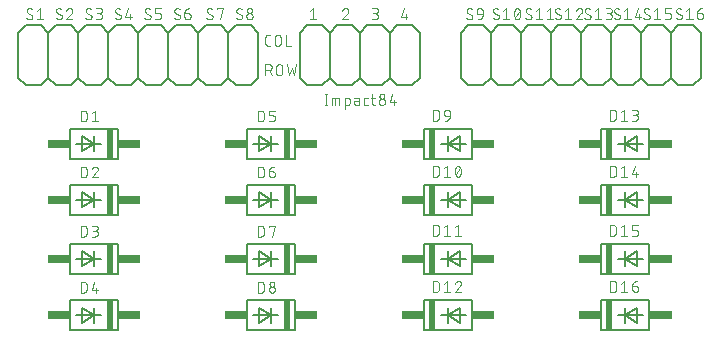
<source format=gbr>
G04 EAGLE Gerber RS-274X export*
G75*
%MOMM*%
%FSLAX34Y34*%
%LPD*%
%INSilkscreen Top*%
%IPPOS*%
%AMOC8*
5,1,8,0,0,1.08239X$1,22.5*%
G01*
%ADD10C,0.076200*%
%ADD11C,0.152400*%
%ADD12R,0.508000X2.540000*%
%ADD13R,1.905000X0.762000*%
%ADD14C,0.101600*%


D10*
X71014Y272881D02*
X71103Y272883D01*
X71191Y272889D01*
X71279Y272898D01*
X71367Y272911D01*
X71454Y272928D01*
X71540Y272948D01*
X71625Y272973D01*
X71710Y273000D01*
X71793Y273032D01*
X71874Y273066D01*
X71954Y273105D01*
X72032Y273146D01*
X72109Y273191D01*
X72183Y273239D01*
X72256Y273290D01*
X72326Y273344D01*
X72393Y273402D01*
X72459Y273462D01*
X72521Y273524D01*
X72581Y273590D01*
X72639Y273657D01*
X72693Y273727D01*
X72744Y273800D01*
X72792Y273874D01*
X72837Y273951D01*
X72878Y274029D01*
X72917Y274109D01*
X72951Y274190D01*
X72983Y274273D01*
X73010Y274358D01*
X73035Y274443D01*
X73055Y274529D01*
X73072Y274616D01*
X73085Y274704D01*
X73094Y274792D01*
X73100Y274880D01*
X73102Y274969D01*
X71014Y272881D02*
X70885Y272883D01*
X70756Y272889D01*
X70627Y272898D01*
X70499Y272911D01*
X70371Y272928D01*
X70244Y272949D01*
X70117Y272973D01*
X69991Y273001D01*
X69866Y273033D01*
X69742Y273068D01*
X69619Y273107D01*
X69497Y273150D01*
X69377Y273196D01*
X69258Y273246D01*
X69140Y273299D01*
X69024Y273355D01*
X68910Y273415D01*
X68797Y273478D01*
X68687Y273545D01*
X68578Y273614D01*
X68472Y273687D01*
X68367Y273763D01*
X68265Y273842D01*
X68166Y273924D01*
X68068Y274008D01*
X67973Y274096D01*
X67881Y274186D01*
X68142Y280191D02*
X68144Y280280D01*
X68150Y280368D01*
X68159Y280456D01*
X68172Y280544D01*
X68189Y280631D01*
X68209Y280717D01*
X68234Y280802D01*
X68261Y280887D01*
X68293Y280970D01*
X68327Y281051D01*
X68366Y281131D01*
X68407Y281209D01*
X68452Y281286D01*
X68500Y281360D01*
X68551Y281433D01*
X68605Y281503D01*
X68663Y281570D01*
X68723Y281636D01*
X68785Y281698D01*
X68851Y281758D01*
X68918Y281816D01*
X68988Y281870D01*
X69061Y281921D01*
X69135Y281969D01*
X69212Y282014D01*
X69290Y282055D01*
X69370Y282094D01*
X69451Y282128D01*
X69534Y282160D01*
X69619Y282187D01*
X69704Y282212D01*
X69790Y282232D01*
X69877Y282249D01*
X69965Y282262D01*
X70053Y282271D01*
X70141Y282277D01*
X70230Y282279D01*
X70350Y282277D01*
X70470Y282272D01*
X70590Y282262D01*
X70709Y282250D01*
X70828Y282233D01*
X70946Y282213D01*
X71064Y282189D01*
X71180Y282162D01*
X71296Y282131D01*
X71411Y282097D01*
X71525Y282059D01*
X71638Y282017D01*
X71749Y281972D01*
X71859Y281924D01*
X71967Y281873D01*
X72074Y281818D01*
X72179Y281760D01*
X72282Y281698D01*
X72383Y281634D01*
X72483Y281566D01*
X72580Y281496D01*
X69186Y278364D02*
X69108Y278412D01*
X69032Y278464D01*
X68959Y278518D01*
X68888Y278576D01*
X68819Y278637D01*
X68753Y278701D01*
X68690Y278768D01*
X68630Y278837D01*
X68573Y278909D01*
X68519Y278983D01*
X68469Y279060D01*
X68421Y279139D01*
X68378Y279219D01*
X68337Y279302D01*
X68301Y279386D01*
X68268Y279471D01*
X68239Y279558D01*
X68213Y279647D01*
X68191Y279736D01*
X68174Y279826D01*
X68160Y279916D01*
X68150Y280008D01*
X68144Y280099D01*
X68142Y280191D01*
X72058Y276796D02*
X72136Y276748D01*
X72212Y276696D01*
X72285Y276642D01*
X72356Y276584D01*
X72425Y276523D01*
X72491Y276459D01*
X72554Y276392D01*
X72614Y276323D01*
X72671Y276251D01*
X72725Y276177D01*
X72775Y276100D01*
X72823Y276021D01*
X72866Y275941D01*
X72907Y275858D01*
X72943Y275774D01*
X72976Y275689D01*
X73005Y275602D01*
X73031Y275513D01*
X73053Y275424D01*
X73070Y275334D01*
X73084Y275244D01*
X73094Y275152D01*
X73100Y275061D01*
X73102Y274969D01*
X72058Y276797D02*
X69186Y278363D01*
X76720Y280191D02*
X79331Y282279D01*
X79331Y272881D01*
X81941Y272881D02*
X76720Y272881D01*
X96014Y272881D02*
X96103Y272883D01*
X96191Y272889D01*
X96279Y272898D01*
X96367Y272911D01*
X96454Y272928D01*
X96540Y272948D01*
X96625Y272973D01*
X96710Y273000D01*
X96793Y273032D01*
X96874Y273066D01*
X96954Y273105D01*
X97032Y273146D01*
X97109Y273191D01*
X97183Y273239D01*
X97256Y273290D01*
X97326Y273344D01*
X97393Y273402D01*
X97459Y273462D01*
X97521Y273524D01*
X97581Y273590D01*
X97639Y273657D01*
X97693Y273727D01*
X97744Y273800D01*
X97792Y273874D01*
X97837Y273951D01*
X97878Y274029D01*
X97917Y274109D01*
X97951Y274190D01*
X97983Y274273D01*
X98010Y274358D01*
X98035Y274443D01*
X98055Y274529D01*
X98072Y274616D01*
X98085Y274704D01*
X98094Y274792D01*
X98100Y274880D01*
X98102Y274969D01*
X96014Y272881D02*
X95885Y272883D01*
X95756Y272889D01*
X95627Y272898D01*
X95499Y272911D01*
X95371Y272928D01*
X95244Y272949D01*
X95117Y272973D01*
X94991Y273001D01*
X94866Y273033D01*
X94742Y273068D01*
X94619Y273107D01*
X94497Y273150D01*
X94377Y273196D01*
X94258Y273246D01*
X94140Y273299D01*
X94024Y273355D01*
X93910Y273415D01*
X93797Y273478D01*
X93687Y273545D01*
X93578Y273614D01*
X93472Y273687D01*
X93367Y273763D01*
X93265Y273842D01*
X93166Y273924D01*
X93068Y274008D01*
X92973Y274096D01*
X92881Y274186D01*
X93142Y280191D02*
X93144Y280280D01*
X93150Y280368D01*
X93159Y280456D01*
X93172Y280544D01*
X93189Y280631D01*
X93209Y280717D01*
X93234Y280802D01*
X93261Y280887D01*
X93293Y280970D01*
X93327Y281051D01*
X93366Y281131D01*
X93407Y281209D01*
X93452Y281286D01*
X93500Y281360D01*
X93551Y281433D01*
X93605Y281503D01*
X93663Y281570D01*
X93723Y281636D01*
X93785Y281698D01*
X93851Y281758D01*
X93918Y281816D01*
X93988Y281870D01*
X94061Y281921D01*
X94135Y281969D01*
X94212Y282014D01*
X94290Y282055D01*
X94370Y282094D01*
X94451Y282128D01*
X94534Y282160D01*
X94619Y282187D01*
X94704Y282212D01*
X94790Y282232D01*
X94877Y282249D01*
X94965Y282262D01*
X95053Y282271D01*
X95141Y282277D01*
X95230Y282279D01*
X95350Y282277D01*
X95470Y282272D01*
X95590Y282262D01*
X95709Y282250D01*
X95828Y282233D01*
X95946Y282213D01*
X96064Y282189D01*
X96180Y282162D01*
X96296Y282131D01*
X96411Y282097D01*
X96525Y282059D01*
X96638Y282017D01*
X96749Y281972D01*
X96859Y281924D01*
X96967Y281873D01*
X97074Y281818D01*
X97179Y281760D01*
X97282Y281698D01*
X97383Y281634D01*
X97483Y281566D01*
X97580Y281496D01*
X94186Y278364D02*
X94108Y278412D01*
X94032Y278464D01*
X93959Y278518D01*
X93888Y278576D01*
X93819Y278637D01*
X93753Y278701D01*
X93690Y278768D01*
X93630Y278837D01*
X93573Y278909D01*
X93519Y278983D01*
X93469Y279060D01*
X93421Y279139D01*
X93378Y279219D01*
X93337Y279302D01*
X93301Y279386D01*
X93268Y279471D01*
X93239Y279558D01*
X93213Y279647D01*
X93191Y279736D01*
X93174Y279826D01*
X93160Y279916D01*
X93150Y280008D01*
X93144Y280099D01*
X93142Y280191D01*
X97058Y276796D02*
X97136Y276748D01*
X97212Y276696D01*
X97285Y276642D01*
X97356Y276584D01*
X97425Y276523D01*
X97491Y276459D01*
X97554Y276392D01*
X97614Y276323D01*
X97671Y276251D01*
X97725Y276177D01*
X97775Y276100D01*
X97823Y276021D01*
X97866Y275941D01*
X97907Y275858D01*
X97943Y275774D01*
X97976Y275689D01*
X98005Y275602D01*
X98031Y275513D01*
X98053Y275424D01*
X98070Y275334D01*
X98084Y275244D01*
X98094Y275152D01*
X98100Y275061D01*
X98102Y274969D01*
X97058Y276797D02*
X94186Y278363D01*
X104592Y282280D02*
X104687Y282278D01*
X104781Y282272D01*
X104875Y282263D01*
X104969Y282250D01*
X105062Y282233D01*
X105154Y282212D01*
X105246Y282187D01*
X105336Y282159D01*
X105425Y282127D01*
X105513Y282092D01*
X105599Y282053D01*
X105684Y282011D01*
X105767Y281965D01*
X105848Y281916D01*
X105927Y281864D01*
X106004Y281809D01*
X106078Y281750D01*
X106150Y281689D01*
X106220Y281625D01*
X106287Y281558D01*
X106351Y281488D01*
X106412Y281416D01*
X106471Y281342D01*
X106526Y281265D01*
X106578Y281186D01*
X106627Y281105D01*
X106673Y281022D01*
X106715Y280937D01*
X106754Y280851D01*
X106789Y280763D01*
X106821Y280674D01*
X106849Y280584D01*
X106874Y280492D01*
X106895Y280400D01*
X106912Y280307D01*
X106925Y280213D01*
X106934Y280119D01*
X106940Y280025D01*
X106942Y279930D01*
X104592Y282279D02*
X104484Y282277D01*
X104375Y282271D01*
X104267Y282261D01*
X104160Y282248D01*
X104053Y282230D01*
X103946Y282209D01*
X103841Y282184D01*
X103736Y282155D01*
X103633Y282123D01*
X103531Y282086D01*
X103430Y282046D01*
X103331Y282003D01*
X103233Y281956D01*
X103137Y281905D01*
X103043Y281851D01*
X102951Y281794D01*
X102861Y281733D01*
X102773Y281669D01*
X102688Y281603D01*
X102605Y281533D01*
X102525Y281460D01*
X102447Y281384D01*
X102372Y281306D01*
X102300Y281225D01*
X102231Y281141D01*
X102165Y281055D01*
X102102Y280967D01*
X102043Y280876D01*
X101986Y280784D01*
X101933Y280689D01*
X101884Y280593D01*
X101838Y280494D01*
X101795Y280395D01*
X101756Y280293D01*
X101721Y280191D01*
X106159Y278102D02*
X106228Y278171D01*
X106294Y278242D01*
X106358Y278315D01*
X106419Y278391D01*
X106477Y278470D01*
X106531Y278550D01*
X106583Y278633D01*
X106631Y278717D01*
X106677Y278803D01*
X106718Y278891D01*
X106757Y278981D01*
X106792Y279072D01*
X106823Y279164D01*
X106851Y279257D01*
X106875Y279351D01*
X106895Y279446D01*
X106912Y279542D01*
X106925Y279639D01*
X106934Y279736D01*
X106940Y279833D01*
X106942Y279930D01*
X106158Y278102D02*
X101720Y272881D01*
X106941Y272881D01*
X121014Y272881D02*
X121103Y272883D01*
X121191Y272889D01*
X121279Y272898D01*
X121367Y272911D01*
X121454Y272928D01*
X121540Y272948D01*
X121625Y272973D01*
X121710Y273000D01*
X121793Y273032D01*
X121874Y273066D01*
X121954Y273105D01*
X122032Y273146D01*
X122109Y273191D01*
X122183Y273239D01*
X122256Y273290D01*
X122326Y273344D01*
X122393Y273402D01*
X122459Y273462D01*
X122521Y273524D01*
X122581Y273590D01*
X122639Y273657D01*
X122693Y273727D01*
X122744Y273800D01*
X122792Y273874D01*
X122837Y273951D01*
X122878Y274029D01*
X122917Y274109D01*
X122951Y274190D01*
X122983Y274273D01*
X123010Y274358D01*
X123035Y274443D01*
X123055Y274529D01*
X123072Y274616D01*
X123085Y274704D01*
X123094Y274792D01*
X123100Y274880D01*
X123102Y274969D01*
X121014Y272881D02*
X120885Y272883D01*
X120756Y272889D01*
X120627Y272898D01*
X120499Y272911D01*
X120371Y272928D01*
X120244Y272949D01*
X120117Y272973D01*
X119991Y273001D01*
X119866Y273033D01*
X119742Y273068D01*
X119619Y273107D01*
X119497Y273150D01*
X119377Y273196D01*
X119258Y273246D01*
X119140Y273299D01*
X119024Y273355D01*
X118910Y273415D01*
X118797Y273478D01*
X118687Y273545D01*
X118578Y273614D01*
X118472Y273687D01*
X118367Y273763D01*
X118265Y273842D01*
X118166Y273924D01*
X118068Y274008D01*
X117973Y274096D01*
X117881Y274186D01*
X118142Y280191D02*
X118144Y280280D01*
X118150Y280368D01*
X118159Y280456D01*
X118172Y280544D01*
X118189Y280631D01*
X118209Y280717D01*
X118234Y280802D01*
X118261Y280887D01*
X118293Y280970D01*
X118327Y281051D01*
X118366Y281131D01*
X118407Y281209D01*
X118452Y281286D01*
X118500Y281360D01*
X118551Y281433D01*
X118605Y281503D01*
X118663Y281570D01*
X118723Y281636D01*
X118785Y281698D01*
X118851Y281758D01*
X118918Y281816D01*
X118988Y281870D01*
X119061Y281921D01*
X119135Y281969D01*
X119212Y282014D01*
X119290Y282055D01*
X119370Y282094D01*
X119451Y282128D01*
X119534Y282160D01*
X119619Y282187D01*
X119704Y282212D01*
X119790Y282232D01*
X119877Y282249D01*
X119965Y282262D01*
X120053Y282271D01*
X120141Y282277D01*
X120230Y282279D01*
X120350Y282277D01*
X120470Y282272D01*
X120590Y282262D01*
X120709Y282250D01*
X120828Y282233D01*
X120946Y282213D01*
X121064Y282189D01*
X121180Y282162D01*
X121296Y282131D01*
X121411Y282097D01*
X121525Y282059D01*
X121638Y282017D01*
X121749Y281972D01*
X121859Y281924D01*
X121967Y281873D01*
X122074Y281818D01*
X122179Y281760D01*
X122282Y281698D01*
X122383Y281634D01*
X122483Y281566D01*
X122580Y281496D01*
X119186Y278364D02*
X119108Y278412D01*
X119032Y278464D01*
X118959Y278518D01*
X118888Y278576D01*
X118819Y278637D01*
X118753Y278701D01*
X118690Y278768D01*
X118630Y278837D01*
X118573Y278909D01*
X118519Y278983D01*
X118469Y279060D01*
X118421Y279139D01*
X118378Y279219D01*
X118337Y279302D01*
X118301Y279386D01*
X118268Y279471D01*
X118239Y279558D01*
X118213Y279647D01*
X118191Y279736D01*
X118174Y279826D01*
X118160Y279916D01*
X118150Y280008D01*
X118144Y280099D01*
X118142Y280191D01*
X122058Y276796D02*
X122136Y276748D01*
X122212Y276696D01*
X122285Y276642D01*
X122356Y276584D01*
X122425Y276523D01*
X122491Y276459D01*
X122554Y276392D01*
X122614Y276323D01*
X122671Y276251D01*
X122725Y276177D01*
X122775Y276100D01*
X122823Y276021D01*
X122866Y275941D01*
X122907Y275858D01*
X122943Y275774D01*
X122976Y275689D01*
X123005Y275602D01*
X123031Y275513D01*
X123053Y275424D01*
X123070Y275334D01*
X123084Y275244D01*
X123094Y275152D01*
X123100Y275061D01*
X123102Y274969D01*
X122058Y276797D02*
X119186Y278363D01*
X126720Y272881D02*
X129331Y272881D01*
X129432Y272883D01*
X129533Y272889D01*
X129634Y272899D01*
X129734Y272912D01*
X129834Y272930D01*
X129933Y272951D01*
X130031Y272977D01*
X130128Y273006D01*
X130224Y273038D01*
X130318Y273075D01*
X130411Y273115D01*
X130503Y273159D01*
X130592Y273206D01*
X130680Y273257D01*
X130766Y273311D01*
X130849Y273368D01*
X130931Y273428D01*
X131009Y273492D01*
X131086Y273558D01*
X131159Y273628D01*
X131230Y273700D01*
X131298Y273775D01*
X131363Y273853D01*
X131425Y273933D01*
X131484Y274015D01*
X131540Y274100D01*
X131592Y274187D01*
X131641Y274275D01*
X131687Y274366D01*
X131728Y274458D01*
X131767Y274552D01*
X131801Y274647D01*
X131832Y274743D01*
X131859Y274841D01*
X131883Y274939D01*
X131902Y275039D01*
X131918Y275139D01*
X131930Y275239D01*
X131938Y275340D01*
X131942Y275441D01*
X131942Y275543D01*
X131938Y275644D01*
X131930Y275745D01*
X131918Y275845D01*
X131902Y275945D01*
X131883Y276045D01*
X131859Y276143D01*
X131832Y276241D01*
X131801Y276337D01*
X131767Y276432D01*
X131728Y276526D01*
X131687Y276618D01*
X131641Y276709D01*
X131592Y276797D01*
X131540Y276884D01*
X131484Y276969D01*
X131425Y277051D01*
X131363Y277131D01*
X131298Y277209D01*
X131230Y277284D01*
X131159Y277356D01*
X131086Y277426D01*
X131009Y277492D01*
X130931Y277556D01*
X130849Y277616D01*
X130766Y277673D01*
X130680Y277727D01*
X130592Y277778D01*
X130503Y277825D01*
X130411Y277869D01*
X130318Y277909D01*
X130224Y277946D01*
X130128Y277978D01*
X130031Y278007D01*
X129933Y278033D01*
X129834Y278054D01*
X129734Y278072D01*
X129634Y278085D01*
X129533Y278095D01*
X129432Y278101D01*
X129331Y278103D01*
X129853Y282279D02*
X126720Y282279D01*
X129853Y282279D02*
X129943Y282277D01*
X130032Y282271D01*
X130122Y282262D01*
X130211Y282248D01*
X130299Y282231D01*
X130386Y282210D01*
X130473Y282185D01*
X130558Y282156D01*
X130642Y282124D01*
X130724Y282089D01*
X130805Y282049D01*
X130884Y282007D01*
X130961Y281961D01*
X131036Y281911D01*
X131109Y281859D01*
X131180Y281803D01*
X131248Y281745D01*
X131313Y281683D01*
X131376Y281619D01*
X131436Y281552D01*
X131493Y281483D01*
X131547Y281411D01*
X131598Y281337D01*
X131646Y281261D01*
X131690Y281183D01*
X131731Y281103D01*
X131769Y281021D01*
X131803Y280938D01*
X131833Y280853D01*
X131860Y280767D01*
X131883Y280681D01*
X131902Y280593D01*
X131917Y280504D01*
X131929Y280415D01*
X131937Y280326D01*
X131941Y280236D01*
X131941Y280146D01*
X131937Y280056D01*
X131929Y279967D01*
X131917Y279878D01*
X131902Y279789D01*
X131883Y279701D01*
X131860Y279615D01*
X131833Y279529D01*
X131803Y279444D01*
X131769Y279361D01*
X131731Y279279D01*
X131690Y279199D01*
X131646Y279121D01*
X131598Y279045D01*
X131547Y278971D01*
X131493Y278899D01*
X131436Y278830D01*
X131376Y278763D01*
X131313Y278699D01*
X131248Y278637D01*
X131180Y278579D01*
X131109Y278523D01*
X131036Y278471D01*
X130961Y278421D01*
X130884Y278375D01*
X130805Y278333D01*
X130724Y278293D01*
X130642Y278258D01*
X130558Y278226D01*
X130473Y278197D01*
X130386Y278172D01*
X130299Y278151D01*
X130211Y278134D01*
X130122Y278120D01*
X130032Y278111D01*
X129943Y278105D01*
X129853Y278103D01*
X129853Y278102D02*
X127764Y278102D01*
X146014Y272881D02*
X146103Y272883D01*
X146191Y272889D01*
X146279Y272898D01*
X146367Y272911D01*
X146454Y272928D01*
X146540Y272948D01*
X146625Y272973D01*
X146710Y273000D01*
X146793Y273032D01*
X146874Y273066D01*
X146954Y273105D01*
X147032Y273146D01*
X147109Y273191D01*
X147183Y273239D01*
X147256Y273290D01*
X147326Y273344D01*
X147393Y273402D01*
X147459Y273462D01*
X147521Y273524D01*
X147581Y273590D01*
X147639Y273657D01*
X147693Y273727D01*
X147744Y273800D01*
X147792Y273874D01*
X147837Y273951D01*
X147878Y274029D01*
X147917Y274109D01*
X147951Y274190D01*
X147983Y274273D01*
X148010Y274358D01*
X148035Y274443D01*
X148055Y274529D01*
X148072Y274616D01*
X148085Y274704D01*
X148094Y274792D01*
X148100Y274880D01*
X148102Y274969D01*
X146014Y272881D02*
X145885Y272883D01*
X145756Y272889D01*
X145627Y272898D01*
X145499Y272911D01*
X145371Y272928D01*
X145244Y272949D01*
X145117Y272973D01*
X144991Y273001D01*
X144866Y273033D01*
X144742Y273068D01*
X144619Y273107D01*
X144497Y273150D01*
X144377Y273196D01*
X144258Y273246D01*
X144140Y273299D01*
X144024Y273355D01*
X143910Y273415D01*
X143797Y273478D01*
X143687Y273545D01*
X143578Y273614D01*
X143472Y273687D01*
X143367Y273763D01*
X143265Y273842D01*
X143166Y273924D01*
X143068Y274008D01*
X142973Y274096D01*
X142881Y274186D01*
X143142Y280191D02*
X143144Y280280D01*
X143150Y280368D01*
X143159Y280456D01*
X143172Y280544D01*
X143189Y280631D01*
X143209Y280717D01*
X143234Y280802D01*
X143261Y280887D01*
X143293Y280970D01*
X143327Y281051D01*
X143366Y281131D01*
X143407Y281209D01*
X143452Y281286D01*
X143500Y281360D01*
X143551Y281433D01*
X143605Y281503D01*
X143663Y281570D01*
X143723Y281636D01*
X143785Y281698D01*
X143851Y281758D01*
X143918Y281816D01*
X143988Y281870D01*
X144061Y281921D01*
X144135Y281969D01*
X144212Y282014D01*
X144290Y282055D01*
X144370Y282094D01*
X144451Y282128D01*
X144534Y282160D01*
X144619Y282187D01*
X144704Y282212D01*
X144790Y282232D01*
X144877Y282249D01*
X144965Y282262D01*
X145053Y282271D01*
X145141Y282277D01*
X145230Y282279D01*
X145350Y282277D01*
X145470Y282272D01*
X145590Y282262D01*
X145709Y282250D01*
X145828Y282233D01*
X145946Y282213D01*
X146064Y282189D01*
X146180Y282162D01*
X146296Y282131D01*
X146411Y282097D01*
X146525Y282059D01*
X146638Y282017D01*
X146749Y281972D01*
X146859Y281924D01*
X146967Y281873D01*
X147074Y281818D01*
X147179Y281760D01*
X147282Y281698D01*
X147383Y281634D01*
X147483Y281566D01*
X147580Y281496D01*
X144186Y278364D02*
X144108Y278412D01*
X144032Y278464D01*
X143959Y278518D01*
X143888Y278576D01*
X143819Y278637D01*
X143753Y278701D01*
X143690Y278768D01*
X143630Y278837D01*
X143573Y278909D01*
X143519Y278983D01*
X143469Y279060D01*
X143421Y279139D01*
X143378Y279219D01*
X143337Y279302D01*
X143301Y279386D01*
X143268Y279471D01*
X143239Y279558D01*
X143213Y279647D01*
X143191Y279736D01*
X143174Y279826D01*
X143160Y279916D01*
X143150Y280008D01*
X143144Y280099D01*
X143142Y280191D01*
X147058Y276796D02*
X147136Y276748D01*
X147212Y276696D01*
X147285Y276642D01*
X147356Y276584D01*
X147425Y276523D01*
X147491Y276459D01*
X147554Y276392D01*
X147614Y276323D01*
X147671Y276251D01*
X147725Y276177D01*
X147775Y276100D01*
X147823Y276021D01*
X147866Y275941D01*
X147907Y275858D01*
X147943Y275774D01*
X147976Y275689D01*
X148005Y275602D01*
X148031Y275513D01*
X148053Y275424D01*
X148070Y275334D01*
X148084Y275244D01*
X148094Y275152D01*
X148100Y275061D01*
X148102Y274969D01*
X147058Y276797D02*
X144186Y278363D01*
X151720Y274969D02*
X153809Y282279D01*
X151720Y274969D02*
X156941Y274969D01*
X155375Y277058D02*
X155375Y272881D01*
X171014Y272881D02*
X171103Y272883D01*
X171191Y272889D01*
X171279Y272898D01*
X171367Y272911D01*
X171454Y272928D01*
X171540Y272948D01*
X171625Y272973D01*
X171710Y273000D01*
X171793Y273032D01*
X171874Y273066D01*
X171954Y273105D01*
X172032Y273146D01*
X172109Y273191D01*
X172183Y273239D01*
X172256Y273290D01*
X172326Y273344D01*
X172393Y273402D01*
X172459Y273462D01*
X172521Y273524D01*
X172581Y273590D01*
X172639Y273657D01*
X172693Y273727D01*
X172744Y273800D01*
X172792Y273874D01*
X172837Y273951D01*
X172878Y274029D01*
X172917Y274109D01*
X172951Y274190D01*
X172983Y274273D01*
X173010Y274358D01*
X173035Y274443D01*
X173055Y274529D01*
X173072Y274616D01*
X173085Y274704D01*
X173094Y274792D01*
X173100Y274880D01*
X173102Y274969D01*
X171014Y272881D02*
X170885Y272883D01*
X170756Y272889D01*
X170627Y272898D01*
X170499Y272911D01*
X170371Y272928D01*
X170244Y272949D01*
X170117Y272973D01*
X169991Y273001D01*
X169866Y273033D01*
X169742Y273068D01*
X169619Y273107D01*
X169497Y273150D01*
X169377Y273196D01*
X169258Y273246D01*
X169140Y273299D01*
X169024Y273355D01*
X168910Y273415D01*
X168797Y273478D01*
X168687Y273545D01*
X168578Y273614D01*
X168472Y273687D01*
X168367Y273763D01*
X168265Y273842D01*
X168166Y273924D01*
X168068Y274008D01*
X167973Y274096D01*
X167881Y274186D01*
X168142Y280191D02*
X168144Y280280D01*
X168150Y280368D01*
X168159Y280456D01*
X168172Y280544D01*
X168189Y280631D01*
X168209Y280717D01*
X168234Y280802D01*
X168261Y280887D01*
X168293Y280970D01*
X168327Y281051D01*
X168366Y281131D01*
X168407Y281209D01*
X168452Y281286D01*
X168500Y281360D01*
X168551Y281433D01*
X168605Y281503D01*
X168663Y281570D01*
X168723Y281636D01*
X168785Y281698D01*
X168851Y281758D01*
X168918Y281816D01*
X168988Y281870D01*
X169061Y281921D01*
X169135Y281969D01*
X169212Y282014D01*
X169290Y282055D01*
X169370Y282094D01*
X169451Y282128D01*
X169534Y282160D01*
X169619Y282187D01*
X169704Y282212D01*
X169790Y282232D01*
X169877Y282249D01*
X169965Y282262D01*
X170053Y282271D01*
X170141Y282277D01*
X170230Y282279D01*
X170350Y282277D01*
X170470Y282272D01*
X170590Y282262D01*
X170709Y282250D01*
X170828Y282233D01*
X170946Y282213D01*
X171064Y282189D01*
X171180Y282162D01*
X171296Y282131D01*
X171411Y282097D01*
X171525Y282059D01*
X171638Y282017D01*
X171749Y281972D01*
X171859Y281924D01*
X171967Y281873D01*
X172074Y281818D01*
X172179Y281760D01*
X172282Y281698D01*
X172383Y281634D01*
X172483Y281566D01*
X172580Y281496D01*
X169186Y278364D02*
X169108Y278412D01*
X169032Y278464D01*
X168959Y278518D01*
X168888Y278576D01*
X168819Y278637D01*
X168753Y278701D01*
X168690Y278768D01*
X168630Y278837D01*
X168573Y278909D01*
X168519Y278983D01*
X168469Y279060D01*
X168421Y279139D01*
X168378Y279219D01*
X168337Y279302D01*
X168301Y279386D01*
X168268Y279471D01*
X168239Y279558D01*
X168213Y279647D01*
X168191Y279736D01*
X168174Y279826D01*
X168160Y279916D01*
X168150Y280008D01*
X168144Y280099D01*
X168142Y280191D01*
X172058Y276796D02*
X172136Y276748D01*
X172212Y276696D01*
X172285Y276642D01*
X172356Y276584D01*
X172425Y276523D01*
X172491Y276459D01*
X172554Y276392D01*
X172614Y276323D01*
X172671Y276251D01*
X172725Y276177D01*
X172775Y276100D01*
X172823Y276021D01*
X172866Y275941D01*
X172907Y275858D01*
X172943Y275774D01*
X172976Y275689D01*
X173005Y275602D01*
X173031Y275513D01*
X173053Y275424D01*
X173070Y275334D01*
X173084Y275244D01*
X173094Y275152D01*
X173100Y275061D01*
X173102Y274969D01*
X172058Y276797D02*
X169186Y278363D01*
X176720Y272881D02*
X179853Y272881D01*
X179942Y272883D01*
X180030Y272889D01*
X180118Y272898D01*
X180206Y272911D01*
X180293Y272928D01*
X180379Y272948D01*
X180464Y272973D01*
X180549Y273000D01*
X180632Y273032D01*
X180713Y273066D01*
X180793Y273105D01*
X180871Y273146D01*
X180948Y273191D01*
X181022Y273239D01*
X181095Y273290D01*
X181165Y273344D01*
X181232Y273402D01*
X181298Y273462D01*
X181360Y273524D01*
X181420Y273590D01*
X181478Y273657D01*
X181532Y273727D01*
X181583Y273800D01*
X181631Y273874D01*
X181676Y273951D01*
X181717Y274029D01*
X181756Y274109D01*
X181790Y274190D01*
X181822Y274273D01*
X181849Y274358D01*
X181874Y274443D01*
X181894Y274529D01*
X181911Y274616D01*
X181924Y274704D01*
X181933Y274792D01*
X181939Y274880D01*
X181941Y274969D01*
X181941Y276014D01*
X181939Y276103D01*
X181933Y276191D01*
X181924Y276279D01*
X181911Y276367D01*
X181894Y276454D01*
X181874Y276540D01*
X181849Y276625D01*
X181822Y276710D01*
X181790Y276793D01*
X181756Y276874D01*
X181717Y276954D01*
X181676Y277032D01*
X181631Y277109D01*
X181583Y277183D01*
X181532Y277256D01*
X181478Y277326D01*
X181420Y277393D01*
X181360Y277459D01*
X181298Y277521D01*
X181232Y277581D01*
X181165Y277639D01*
X181095Y277693D01*
X181022Y277744D01*
X180948Y277792D01*
X180871Y277837D01*
X180793Y277878D01*
X180713Y277917D01*
X180632Y277951D01*
X180549Y277983D01*
X180464Y278010D01*
X180379Y278035D01*
X180293Y278055D01*
X180206Y278072D01*
X180118Y278085D01*
X180030Y278094D01*
X179942Y278100D01*
X179853Y278102D01*
X176720Y278102D01*
X176720Y282279D01*
X181941Y282279D01*
X196014Y272881D02*
X196103Y272883D01*
X196191Y272889D01*
X196279Y272898D01*
X196367Y272911D01*
X196454Y272928D01*
X196540Y272948D01*
X196625Y272973D01*
X196710Y273000D01*
X196793Y273032D01*
X196874Y273066D01*
X196954Y273105D01*
X197032Y273146D01*
X197109Y273191D01*
X197183Y273239D01*
X197256Y273290D01*
X197326Y273344D01*
X197393Y273402D01*
X197459Y273462D01*
X197521Y273524D01*
X197581Y273590D01*
X197639Y273657D01*
X197693Y273727D01*
X197744Y273800D01*
X197792Y273874D01*
X197837Y273951D01*
X197878Y274029D01*
X197917Y274109D01*
X197951Y274190D01*
X197983Y274273D01*
X198010Y274358D01*
X198035Y274443D01*
X198055Y274529D01*
X198072Y274616D01*
X198085Y274704D01*
X198094Y274792D01*
X198100Y274880D01*
X198102Y274969D01*
X196014Y272881D02*
X195885Y272883D01*
X195756Y272889D01*
X195627Y272898D01*
X195499Y272911D01*
X195371Y272928D01*
X195244Y272949D01*
X195117Y272973D01*
X194991Y273001D01*
X194866Y273033D01*
X194742Y273068D01*
X194619Y273107D01*
X194497Y273150D01*
X194377Y273196D01*
X194258Y273246D01*
X194140Y273299D01*
X194024Y273355D01*
X193910Y273415D01*
X193797Y273478D01*
X193687Y273545D01*
X193578Y273614D01*
X193472Y273687D01*
X193367Y273763D01*
X193265Y273842D01*
X193166Y273924D01*
X193068Y274008D01*
X192973Y274096D01*
X192881Y274186D01*
X193142Y280191D02*
X193144Y280280D01*
X193150Y280368D01*
X193159Y280456D01*
X193172Y280544D01*
X193189Y280631D01*
X193209Y280717D01*
X193234Y280802D01*
X193261Y280887D01*
X193293Y280970D01*
X193327Y281051D01*
X193366Y281131D01*
X193407Y281209D01*
X193452Y281286D01*
X193500Y281360D01*
X193551Y281433D01*
X193605Y281503D01*
X193663Y281570D01*
X193723Y281636D01*
X193785Y281698D01*
X193851Y281758D01*
X193918Y281816D01*
X193988Y281870D01*
X194061Y281921D01*
X194135Y281969D01*
X194212Y282014D01*
X194290Y282055D01*
X194370Y282094D01*
X194451Y282128D01*
X194534Y282160D01*
X194619Y282187D01*
X194704Y282212D01*
X194790Y282232D01*
X194877Y282249D01*
X194965Y282262D01*
X195053Y282271D01*
X195141Y282277D01*
X195230Y282279D01*
X195350Y282277D01*
X195470Y282272D01*
X195590Y282262D01*
X195709Y282250D01*
X195828Y282233D01*
X195946Y282213D01*
X196064Y282189D01*
X196180Y282162D01*
X196296Y282131D01*
X196411Y282097D01*
X196525Y282059D01*
X196638Y282017D01*
X196749Y281972D01*
X196859Y281924D01*
X196967Y281873D01*
X197074Y281818D01*
X197179Y281760D01*
X197282Y281698D01*
X197383Y281634D01*
X197483Y281566D01*
X197580Y281496D01*
X194186Y278364D02*
X194108Y278412D01*
X194032Y278464D01*
X193959Y278518D01*
X193888Y278576D01*
X193819Y278637D01*
X193753Y278701D01*
X193690Y278768D01*
X193630Y278837D01*
X193573Y278909D01*
X193519Y278983D01*
X193469Y279060D01*
X193421Y279139D01*
X193378Y279219D01*
X193337Y279302D01*
X193301Y279386D01*
X193268Y279471D01*
X193239Y279558D01*
X193213Y279647D01*
X193191Y279736D01*
X193174Y279826D01*
X193160Y279916D01*
X193150Y280008D01*
X193144Y280099D01*
X193142Y280191D01*
X197058Y276796D02*
X197136Y276748D01*
X197212Y276696D01*
X197285Y276642D01*
X197356Y276584D01*
X197425Y276523D01*
X197491Y276459D01*
X197554Y276392D01*
X197614Y276323D01*
X197671Y276251D01*
X197725Y276177D01*
X197775Y276100D01*
X197823Y276021D01*
X197866Y275941D01*
X197907Y275858D01*
X197943Y275774D01*
X197976Y275689D01*
X198005Y275602D01*
X198031Y275513D01*
X198053Y275424D01*
X198070Y275334D01*
X198084Y275244D01*
X198094Y275152D01*
X198100Y275061D01*
X198102Y274969D01*
X197058Y276797D02*
X194186Y278363D01*
X201720Y278102D02*
X204853Y278102D01*
X204942Y278100D01*
X205030Y278094D01*
X205118Y278085D01*
X205206Y278072D01*
X205293Y278055D01*
X205379Y278035D01*
X205464Y278010D01*
X205549Y277983D01*
X205632Y277951D01*
X205713Y277917D01*
X205793Y277878D01*
X205871Y277837D01*
X205948Y277792D01*
X206022Y277744D01*
X206095Y277693D01*
X206165Y277639D01*
X206232Y277581D01*
X206298Y277521D01*
X206360Y277459D01*
X206420Y277393D01*
X206478Y277326D01*
X206532Y277256D01*
X206583Y277183D01*
X206631Y277109D01*
X206676Y277032D01*
X206717Y276954D01*
X206756Y276874D01*
X206790Y276793D01*
X206822Y276710D01*
X206849Y276625D01*
X206874Y276540D01*
X206894Y276454D01*
X206911Y276367D01*
X206924Y276279D01*
X206933Y276191D01*
X206939Y276103D01*
X206941Y276014D01*
X206941Y275492D01*
X206942Y275492D02*
X206940Y275391D01*
X206934Y275290D01*
X206924Y275189D01*
X206911Y275089D01*
X206893Y274989D01*
X206872Y274890D01*
X206846Y274792D01*
X206817Y274695D01*
X206785Y274599D01*
X206748Y274505D01*
X206708Y274412D01*
X206664Y274320D01*
X206617Y274231D01*
X206566Y274143D01*
X206512Y274057D01*
X206455Y273974D01*
X206395Y273892D01*
X206331Y273814D01*
X206265Y273737D01*
X206195Y273664D01*
X206123Y273593D01*
X206048Y273525D01*
X205970Y273460D01*
X205890Y273398D01*
X205808Y273339D01*
X205723Y273283D01*
X205636Y273231D01*
X205548Y273182D01*
X205457Y273136D01*
X205365Y273095D01*
X205271Y273056D01*
X205176Y273022D01*
X205080Y272991D01*
X204982Y272964D01*
X204884Y272940D01*
X204784Y272921D01*
X204684Y272905D01*
X204584Y272893D01*
X204483Y272885D01*
X204382Y272881D01*
X204280Y272881D01*
X204179Y272885D01*
X204078Y272893D01*
X203978Y272905D01*
X203878Y272921D01*
X203778Y272940D01*
X203680Y272964D01*
X203582Y272991D01*
X203486Y273022D01*
X203391Y273056D01*
X203297Y273095D01*
X203205Y273136D01*
X203114Y273182D01*
X203026Y273231D01*
X202939Y273283D01*
X202854Y273339D01*
X202772Y273398D01*
X202692Y273460D01*
X202614Y273525D01*
X202539Y273593D01*
X202467Y273664D01*
X202397Y273737D01*
X202331Y273814D01*
X202267Y273892D01*
X202207Y273974D01*
X202150Y274057D01*
X202096Y274143D01*
X202045Y274231D01*
X201998Y274320D01*
X201954Y274412D01*
X201914Y274505D01*
X201877Y274599D01*
X201845Y274695D01*
X201816Y274792D01*
X201790Y274890D01*
X201769Y274989D01*
X201751Y275089D01*
X201738Y275189D01*
X201728Y275290D01*
X201722Y275391D01*
X201720Y275492D01*
X201720Y278102D01*
X201722Y278231D01*
X201728Y278359D01*
X201738Y278487D01*
X201752Y278615D01*
X201769Y278743D01*
X201791Y278870D01*
X201817Y278996D01*
X201846Y279121D01*
X201879Y279245D01*
X201917Y279368D01*
X201957Y279490D01*
X202002Y279611D01*
X202050Y279730D01*
X202102Y279848D01*
X202158Y279964D01*
X202217Y280078D01*
X202280Y280190D01*
X202346Y280301D01*
X202415Y280409D01*
X202488Y280515D01*
X202564Y280619D01*
X202643Y280721D01*
X202725Y280820D01*
X202810Y280916D01*
X202898Y281010D01*
X202989Y281101D01*
X203083Y281189D01*
X203179Y281274D01*
X203278Y281356D01*
X203380Y281435D01*
X203484Y281511D01*
X203590Y281584D01*
X203698Y281653D01*
X203808Y281719D01*
X203921Y281782D01*
X204035Y281841D01*
X204151Y281897D01*
X204269Y281949D01*
X204388Y281997D01*
X204509Y282042D01*
X204631Y282082D01*
X204754Y282120D01*
X204878Y282153D01*
X205003Y282182D01*
X205129Y282208D01*
X205256Y282230D01*
X205384Y282247D01*
X205512Y282261D01*
X205640Y282271D01*
X205768Y282277D01*
X205897Y282279D01*
X223514Y272881D02*
X223603Y272883D01*
X223691Y272889D01*
X223779Y272898D01*
X223867Y272911D01*
X223954Y272928D01*
X224040Y272948D01*
X224125Y272973D01*
X224210Y273000D01*
X224293Y273032D01*
X224374Y273066D01*
X224454Y273105D01*
X224532Y273146D01*
X224609Y273191D01*
X224683Y273239D01*
X224756Y273290D01*
X224826Y273344D01*
X224893Y273402D01*
X224959Y273462D01*
X225021Y273524D01*
X225081Y273590D01*
X225139Y273657D01*
X225193Y273727D01*
X225244Y273800D01*
X225292Y273874D01*
X225337Y273951D01*
X225378Y274029D01*
X225417Y274109D01*
X225451Y274190D01*
X225483Y274273D01*
X225510Y274358D01*
X225535Y274443D01*
X225555Y274529D01*
X225572Y274616D01*
X225585Y274704D01*
X225594Y274792D01*
X225600Y274880D01*
X225602Y274969D01*
X223514Y272881D02*
X223385Y272883D01*
X223256Y272889D01*
X223127Y272898D01*
X222999Y272911D01*
X222871Y272928D01*
X222744Y272949D01*
X222617Y272973D01*
X222491Y273001D01*
X222366Y273033D01*
X222242Y273068D01*
X222119Y273107D01*
X221997Y273150D01*
X221877Y273196D01*
X221758Y273246D01*
X221640Y273299D01*
X221524Y273355D01*
X221410Y273415D01*
X221297Y273478D01*
X221187Y273545D01*
X221078Y273614D01*
X220972Y273687D01*
X220867Y273763D01*
X220765Y273842D01*
X220666Y273924D01*
X220568Y274008D01*
X220473Y274096D01*
X220381Y274186D01*
X220642Y280191D02*
X220644Y280280D01*
X220650Y280368D01*
X220659Y280456D01*
X220672Y280544D01*
X220689Y280631D01*
X220709Y280717D01*
X220734Y280802D01*
X220761Y280887D01*
X220793Y280970D01*
X220827Y281051D01*
X220866Y281131D01*
X220907Y281209D01*
X220952Y281286D01*
X221000Y281360D01*
X221051Y281433D01*
X221105Y281503D01*
X221163Y281570D01*
X221223Y281636D01*
X221285Y281698D01*
X221351Y281758D01*
X221418Y281816D01*
X221488Y281870D01*
X221561Y281921D01*
X221635Y281969D01*
X221712Y282014D01*
X221790Y282055D01*
X221870Y282094D01*
X221951Y282128D01*
X222034Y282160D01*
X222119Y282187D01*
X222204Y282212D01*
X222290Y282232D01*
X222377Y282249D01*
X222465Y282262D01*
X222553Y282271D01*
X222641Y282277D01*
X222730Y282279D01*
X222850Y282277D01*
X222970Y282272D01*
X223090Y282262D01*
X223209Y282250D01*
X223328Y282233D01*
X223446Y282213D01*
X223564Y282189D01*
X223680Y282162D01*
X223796Y282131D01*
X223911Y282097D01*
X224025Y282059D01*
X224138Y282017D01*
X224249Y281972D01*
X224359Y281924D01*
X224467Y281873D01*
X224574Y281818D01*
X224679Y281760D01*
X224782Y281698D01*
X224883Y281634D01*
X224983Y281566D01*
X225080Y281496D01*
X221686Y278364D02*
X221608Y278412D01*
X221532Y278464D01*
X221459Y278518D01*
X221388Y278576D01*
X221319Y278637D01*
X221253Y278701D01*
X221190Y278768D01*
X221130Y278837D01*
X221073Y278909D01*
X221019Y278983D01*
X220969Y279060D01*
X220921Y279139D01*
X220878Y279219D01*
X220837Y279302D01*
X220801Y279386D01*
X220768Y279471D01*
X220739Y279558D01*
X220713Y279647D01*
X220691Y279736D01*
X220674Y279826D01*
X220660Y279916D01*
X220650Y280008D01*
X220644Y280099D01*
X220642Y280191D01*
X224558Y276796D02*
X224636Y276748D01*
X224712Y276696D01*
X224785Y276642D01*
X224856Y276584D01*
X224925Y276523D01*
X224991Y276459D01*
X225054Y276392D01*
X225114Y276323D01*
X225171Y276251D01*
X225225Y276177D01*
X225275Y276100D01*
X225323Y276021D01*
X225366Y275941D01*
X225407Y275858D01*
X225443Y275774D01*
X225476Y275689D01*
X225505Y275602D01*
X225531Y275513D01*
X225553Y275424D01*
X225570Y275334D01*
X225584Y275244D01*
X225594Y275152D01*
X225600Y275061D01*
X225602Y274969D01*
X224558Y276797D02*
X221686Y278363D01*
X229220Y281235D02*
X229220Y282279D01*
X234441Y282279D01*
X231831Y272881D01*
X248514Y272881D02*
X248603Y272883D01*
X248691Y272889D01*
X248779Y272898D01*
X248867Y272911D01*
X248954Y272928D01*
X249040Y272948D01*
X249125Y272973D01*
X249210Y273000D01*
X249293Y273032D01*
X249374Y273066D01*
X249454Y273105D01*
X249532Y273146D01*
X249609Y273191D01*
X249683Y273239D01*
X249756Y273290D01*
X249826Y273344D01*
X249893Y273402D01*
X249959Y273462D01*
X250021Y273524D01*
X250081Y273590D01*
X250139Y273657D01*
X250193Y273727D01*
X250244Y273800D01*
X250292Y273874D01*
X250337Y273951D01*
X250378Y274029D01*
X250417Y274109D01*
X250451Y274190D01*
X250483Y274273D01*
X250510Y274358D01*
X250535Y274443D01*
X250555Y274529D01*
X250572Y274616D01*
X250585Y274704D01*
X250594Y274792D01*
X250600Y274880D01*
X250602Y274969D01*
X248514Y272881D02*
X248385Y272883D01*
X248256Y272889D01*
X248127Y272898D01*
X247999Y272911D01*
X247871Y272928D01*
X247744Y272949D01*
X247617Y272973D01*
X247491Y273001D01*
X247366Y273033D01*
X247242Y273068D01*
X247119Y273107D01*
X246997Y273150D01*
X246877Y273196D01*
X246758Y273246D01*
X246640Y273299D01*
X246524Y273355D01*
X246410Y273415D01*
X246297Y273478D01*
X246187Y273545D01*
X246078Y273614D01*
X245972Y273687D01*
X245867Y273763D01*
X245765Y273842D01*
X245666Y273924D01*
X245568Y274008D01*
X245473Y274096D01*
X245381Y274186D01*
X245642Y280191D02*
X245644Y280280D01*
X245650Y280368D01*
X245659Y280456D01*
X245672Y280544D01*
X245689Y280631D01*
X245709Y280717D01*
X245734Y280802D01*
X245761Y280887D01*
X245793Y280970D01*
X245827Y281051D01*
X245866Y281131D01*
X245907Y281209D01*
X245952Y281286D01*
X246000Y281360D01*
X246051Y281433D01*
X246105Y281503D01*
X246163Y281570D01*
X246223Y281636D01*
X246285Y281698D01*
X246351Y281758D01*
X246418Y281816D01*
X246488Y281870D01*
X246561Y281921D01*
X246635Y281969D01*
X246712Y282014D01*
X246790Y282055D01*
X246870Y282094D01*
X246951Y282128D01*
X247034Y282160D01*
X247119Y282187D01*
X247204Y282212D01*
X247290Y282232D01*
X247377Y282249D01*
X247465Y282262D01*
X247553Y282271D01*
X247641Y282277D01*
X247730Y282279D01*
X247850Y282277D01*
X247970Y282272D01*
X248090Y282262D01*
X248209Y282250D01*
X248328Y282233D01*
X248446Y282213D01*
X248564Y282189D01*
X248680Y282162D01*
X248796Y282131D01*
X248911Y282097D01*
X249025Y282059D01*
X249138Y282017D01*
X249249Y281972D01*
X249359Y281924D01*
X249467Y281873D01*
X249574Y281818D01*
X249679Y281760D01*
X249782Y281698D01*
X249883Y281634D01*
X249983Y281566D01*
X250080Y281496D01*
X246686Y278364D02*
X246608Y278412D01*
X246532Y278464D01*
X246459Y278518D01*
X246388Y278576D01*
X246319Y278637D01*
X246253Y278701D01*
X246190Y278768D01*
X246130Y278837D01*
X246073Y278909D01*
X246019Y278983D01*
X245969Y279060D01*
X245921Y279139D01*
X245878Y279219D01*
X245837Y279302D01*
X245801Y279386D01*
X245768Y279471D01*
X245739Y279558D01*
X245713Y279647D01*
X245691Y279736D01*
X245674Y279826D01*
X245660Y279916D01*
X245650Y280008D01*
X245644Y280099D01*
X245642Y280191D01*
X249558Y276796D02*
X249636Y276748D01*
X249712Y276696D01*
X249785Y276642D01*
X249856Y276584D01*
X249925Y276523D01*
X249991Y276459D01*
X250054Y276392D01*
X250114Y276323D01*
X250171Y276251D01*
X250225Y276177D01*
X250275Y276100D01*
X250323Y276021D01*
X250366Y275941D01*
X250407Y275858D01*
X250443Y275774D01*
X250476Y275689D01*
X250505Y275602D01*
X250531Y275513D01*
X250553Y275424D01*
X250570Y275334D01*
X250584Y275244D01*
X250594Y275152D01*
X250600Y275061D01*
X250602Y274969D01*
X249558Y276797D02*
X246686Y278363D01*
X254220Y275492D02*
X254222Y275593D01*
X254228Y275694D01*
X254238Y275795D01*
X254251Y275895D01*
X254269Y275995D01*
X254290Y276094D01*
X254316Y276192D01*
X254345Y276289D01*
X254377Y276385D01*
X254414Y276479D01*
X254454Y276572D01*
X254498Y276664D01*
X254545Y276753D01*
X254596Y276841D01*
X254650Y276927D01*
X254707Y277010D01*
X254767Y277092D01*
X254831Y277170D01*
X254897Y277247D01*
X254967Y277320D01*
X255039Y277391D01*
X255114Y277459D01*
X255192Y277524D01*
X255272Y277586D01*
X255354Y277645D01*
X255439Y277701D01*
X255526Y277753D01*
X255614Y277802D01*
X255705Y277848D01*
X255797Y277889D01*
X255891Y277928D01*
X255986Y277962D01*
X256082Y277993D01*
X256180Y278020D01*
X256278Y278044D01*
X256378Y278063D01*
X256478Y278079D01*
X256578Y278091D01*
X256679Y278099D01*
X256780Y278103D01*
X256882Y278103D01*
X256983Y278099D01*
X257084Y278091D01*
X257184Y278079D01*
X257284Y278063D01*
X257384Y278044D01*
X257482Y278020D01*
X257580Y277993D01*
X257676Y277962D01*
X257771Y277928D01*
X257865Y277889D01*
X257957Y277848D01*
X258048Y277802D01*
X258137Y277753D01*
X258223Y277701D01*
X258308Y277645D01*
X258390Y277586D01*
X258470Y277524D01*
X258548Y277459D01*
X258623Y277391D01*
X258695Y277320D01*
X258765Y277247D01*
X258831Y277170D01*
X258895Y277092D01*
X258955Y277010D01*
X259012Y276927D01*
X259066Y276841D01*
X259117Y276753D01*
X259164Y276664D01*
X259208Y276572D01*
X259248Y276479D01*
X259285Y276385D01*
X259317Y276289D01*
X259346Y276192D01*
X259372Y276094D01*
X259393Y275995D01*
X259411Y275895D01*
X259424Y275795D01*
X259434Y275694D01*
X259440Y275593D01*
X259442Y275492D01*
X259440Y275391D01*
X259434Y275290D01*
X259424Y275189D01*
X259411Y275089D01*
X259393Y274989D01*
X259372Y274890D01*
X259346Y274792D01*
X259317Y274695D01*
X259285Y274599D01*
X259248Y274505D01*
X259208Y274412D01*
X259164Y274320D01*
X259117Y274231D01*
X259066Y274143D01*
X259012Y274057D01*
X258955Y273974D01*
X258895Y273892D01*
X258831Y273814D01*
X258765Y273737D01*
X258695Y273664D01*
X258623Y273593D01*
X258548Y273525D01*
X258470Y273460D01*
X258390Y273398D01*
X258308Y273339D01*
X258223Y273283D01*
X258136Y273231D01*
X258048Y273182D01*
X257957Y273136D01*
X257865Y273095D01*
X257771Y273056D01*
X257676Y273022D01*
X257580Y272991D01*
X257482Y272964D01*
X257384Y272940D01*
X257284Y272921D01*
X257184Y272905D01*
X257084Y272893D01*
X256983Y272885D01*
X256882Y272881D01*
X256780Y272881D01*
X256679Y272885D01*
X256578Y272893D01*
X256478Y272905D01*
X256378Y272921D01*
X256278Y272940D01*
X256180Y272964D01*
X256082Y272991D01*
X255986Y273022D01*
X255891Y273056D01*
X255797Y273095D01*
X255705Y273136D01*
X255614Y273182D01*
X255526Y273231D01*
X255439Y273283D01*
X255354Y273339D01*
X255272Y273398D01*
X255192Y273460D01*
X255114Y273525D01*
X255039Y273593D01*
X254967Y273664D01*
X254897Y273737D01*
X254831Y273814D01*
X254767Y273892D01*
X254707Y273974D01*
X254650Y274057D01*
X254596Y274143D01*
X254545Y274231D01*
X254498Y274320D01*
X254454Y274412D01*
X254414Y274505D01*
X254377Y274599D01*
X254345Y274695D01*
X254316Y274792D01*
X254290Y274890D01*
X254269Y274989D01*
X254251Y275089D01*
X254238Y275189D01*
X254228Y275290D01*
X254222Y275391D01*
X254220Y275492D01*
X254743Y280191D02*
X254745Y280281D01*
X254751Y280370D01*
X254760Y280460D01*
X254774Y280549D01*
X254791Y280637D01*
X254812Y280724D01*
X254837Y280811D01*
X254866Y280896D01*
X254898Y280980D01*
X254933Y281062D01*
X254973Y281143D01*
X255015Y281222D01*
X255061Y281299D01*
X255111Y281374D01*
X255163Y281447D01*
X255219Y281518D01*
X255277Y281586D01*
X255339Y281651D01*
X255403Y281714D01*
X255470Y281774D01*
X255539Y281831D01*
X255611Y281885D01*
X255685Y281936D01*
X255761Y281984D01*
X255839Y282028D01*
X255919Y282069D01*
X256001Y282107D01*
X256084Y282141D01*
X256169Y282171D01*
X256255Y282198D01*
X256341Y282221D01*
X256429Y282240D01*
X256518Y282255D01*
X256607Y282267D01*
X256696Y282275D01*
X256786Y282279D01*
X256876Y282279D01*
X256966Y282275D01*
X257055Y282267D01*
X257144Y282255D01*
X257233Y282240D01*
X257321Y282221D01*
X257407Y282198D01*
X257493Y282171D01*
X257578Y282141D01*
X257661Y282107D01*
X257743Y282069D01*
X257823Y282028D01*
X257901Y281984D01*
X257977Y281936D01*
X258051Y281885D01*
X258123Y281831D01*
X258192Y281774D01*
X258259Y281714D01*
X258323Y281651D01*
X258385Y281586D01*
X258443Y281518D01*
X258499Y281447D01*
X258551Y281374D01*
X258601Y281299D01*
X258647Y281222D01*
X258689Y281143D01*
X258729Y281062D01*
X258764Y280980D01*
X258796Y280896D01*
X258825Y280811D01*
X258850Y280724D01*
X258871Y280637D01*
X258888Y280549D01*
X258902Y280460D01*
X258911Y280370D01*
X258917Y280281D01*
X258919Y280191D01*
X258917Y280101D01*
X258911Y280012D01*
X258902Y279922D01*
X258888Y279833D01*
X258871Y279745D01*
X258850Y279658D01*
X258825Y279571D01*
X258796Y279486D01*
X258764Y279402D01*
X258729Y279320D01*
X258689Y279239D01*
X258647Y279160D01*
X258601Y279083D01*
X258551Y279008D01*
X258499Y278935D01*
X258443Y278864D01*
X258385Y278796D01*
X258323Y278731D01*
X258259Y278668D01*
X258192Y278608D01*
X258123Y278551D01*
X258051Y278497D01*
X257977Y278446D01*
X257901Y278398D01*
X257823Y278354D01*
X257743Y278313D01*
X257661Y278275D01*
X257578Y278241D01*
X257493Y278211D01*
X257407Y278184D01*
X257321Y278161D01*
X257233Y278142D01*
X257144Y278127D01*
X257055Y278115D01*
X256966Y278107D01*
X256876Y278103D01*
X256786Y278103D01*
X256696Y278107D01*
X256607Y278115D01*
X256518Y278127D01*
X256429Y278142D01*
X256341Y278161D01*
X256255Y278184D01*
X256169Y278211D01*
X256084Y278241D01*
X256001Y278275D01*
X255919Y278313D01*
X255839Y278354D01*
X255761Y278398D01*
X255685Y278446D01*
X255611Y278497D01*
X255539Y278551D01*
X255470Y278608D01*
X255403Y278668D01*
X255339Y278731D01*
X255277Y278796D01*
X255219Y278864D01*
X255163Y278935D01*
X255111Y279008D01*
X255061Y279083D01*
X255015Y279160D01*
X254973Y279239D01*
X254933Y279320D01*
X254898Y279402D01*
X254866Y279486D01*
X254837Y279571D01*
X254812Y279658D01*
X254791Y279745D01*
X254774Y279833D01*
X254760Y279922D01*
X254751Y280012D01*
X254745Y280101D01*
X254743Y280191D01*
X443514Y272881D02*
X443603Y272883D01*
X443691Y272889D01*
X443779Y272898D01*
X443867Y272911D01*
X443954Y272928D01*
X444040Y272948D01*
X444125Y272973D01*
X444210Y273000D01*
X444293Y273032D01*
X444374Y273066D01*
X444454Y273105D01*
X444532Y273146D01*
X444609Y273191D01*
X444683Y273239D01*
X444756Y273290D01*
X444826Y273344D01*
X444893Y273402D01*
X444959Y273462D01*
X445021Y273524D01*
X445081Y273590D01*
X445139Y273657D01*
X445193Y273727D01*
X445244Y273800D01*
X445292Y273874D01*
X445337Y273951D01*
X445378Y274029D01*
X445417Y274109D01*
X445451Y274190D01*
X445483Y274273D01*
X445510Y274358D01*
X445535Y274443D01*
X445555Y274529D01*
X445572Y274616D01*
X445585Y274704D01*
X445594Y274792D01*
X445600Y274880D01*
X445602Y274969D01*
X443514Y272881D02*
X443385Y272883D01*
X443256Y272889D01*
X443127Y272898D01*
X442999Y272911D01*
X442871Y272928D01*
X442744Y272949D01*
X442617Y272973D01*
X442491Y273001D01*
X442366Y273033D01*
X442242Y273068D01*
X442119Y273107D01*
X441997Y273150D01*
X441877Y273196D01*
X441758Y273246D01*
X441640Y273299D01*
X441524Y273355D01*
X441410Y273415D01*
X441297Y273478D01*
X441187Y273545D01*
X441078Y273614D01*
X440972Y273687D01*
X440867Y273763D01*
X440765Y273842D01*
X440666Y273924D01*
X440568Y274008D01*
X440473Y274096D01*
X440381Y274186D01*
X440642Y280191D02*
X440644Y280280D01*
X440650Y280368D01*
X440659Y280456D01*
X440672Y280544D01*
X440689Y280631D01*
X440709Y280717D01*
X440734Y280802D01*
X440761Y280887D01*
X440793Y280970D01*
X440827Y281051D01*
X440866Y281131D01*
X440907Y281209D01*
X440952Y281286D01*
X441000Y281360D01*
X441051Y281433D01*
X441105Y281503D01*
X441163Y281570D01*
X441223Y281636D01*
X441285Y281698D01*
X441351Y281758D01*
X441418Y281816D01*
X441488Y281870D01*
X441561Y281921D01*
X441635Y281969D01*
X441712Y282014D01*
X441790Y282055D01*
X441870Y282094D01*
X441951Y282128D01*
X442034Y282160D01*
X442119Y282187D01*
X442204Y282212D01*
X442290Y282232D01*
X442377Y282249D01*
X442465Y282262D01*
X442553Y282271D01*
X442641Y282277D01*
X442730Y282279D01*
X442850Y282277D01*
X442970Y282272D01*
X443090Y282262D01*
X443209Y282250D01*
X443328Y282233D01*
X443446Y282213D01*
X443564Y282189D01*
X443680Y282162D01*
X443796Y282131D01*
X443911Y282097D01*
X444025Y282059D01*
X444138Y282017D01*
X444249Y281972D01*
X444359Y281924D01*
X444467Y281873D01*
X444574Y281818D01*
X444679Y281760D01*
X444782Y281698D01*
X444883Y281634D01*
X444983Y281566D01*
X445080Y281496D01*
X441686Y278364D02*
X441608Y278412D01*
X441532Y278464D01*
X441459Y278518D01*
X441388Y278576D01*
X441319Y278637D01*
X441253Y278701D01*
X441190Y278768D01*
X441130Y278837D01*
X441073Y278909D01*
X441019Y278983D01*
X440969Y279060D01*
X440921Y279139D01*
X440878Y279219D01*
X440837Y279302D01*
X440801Y279386D01*
X440768Y279471D01*
X440739Y279558D01*
X440713Y279647D01*
X440691Y279736D01*
X440674Y279826D01*
X440660Y279916D01*
X440650Y280008D01*
X440644Y280099D01*
X440642Y280191D01*
X444558Y276796D02*
X444636Y276748D01*
X444712Y276696D01*
X444785Y276642D01*
X444856Y276584D01*
X444925Y276523D01*
X444991Y276459D01*
X445054Y276392D01*
X445114Y276323D01*
X445171Y276251D01*
X445225Y276177D01*
X445275Y276100D01*
X445323Y276021D01*
X445366Y275941D01*
X445407Y275858D01*
X445443Y275774D01*
X445476Y275689D01*
X445505Y275602D01*
X445531Y275513D01*
X445553Y275424D01*
X445570Y275334D01*
X445584Y275244D01*
X445594Y275152D01*
X445600Y275061D01*
X445602Y274969D01*
X444558Y276797D02*
X441686Y278363D01*
X451309Y277058D02*
X454441Y277058D01*
X451309Y277058D02*
X451220Y277060D01*
X451132Y277066D01*
X451044Y277075D01*
X450956Y277088D01*
X450869Y277105D01*
X450783Y277125D01*
X450698Y277150D01*
X450613Y277177D01*
X450530Y277209D01*
X450449Y277243D01*
X450369Y277282D01*
X450291Y277323D01*
X450214Y277368D01*
X450140Y277416D01*
X450067Y277467D01*
X449997Y277521D01*
X449930Y277579D01*
X449864Y277639D01*
X449802Y277701D01*
X449742Y277767D01*
X449684Y277834D01*
X449630Y277904D01*
X449579Y277977D01*
X449531Y278051D01*
X449486Y278128D01*
X449445Y278206D01*
X449406Y278286D01*
X449372Y278367D01*
X449340Y278450D01*
X449313Y278535D01*
X449288Y278620D01*
X449268Y278706D01*
X449251Y278793D01*
X449238Y278881D01*
X449229Y278969D01*
X449223Y279057D01*
X449221Y279146D01*
X449220Y279146D02*
X449220Y279668D01*
X449222Y279769D01*
X449228Y279870D01*
X449238Y279971D01*
X449251Y280071D01*
X449269Y280171D01*
X449290Y280270D01*
X449316Y280368D01*
X449345Y280465D01*
X449377Y280561D01*
X449414Y280655D01*
X449454Y280748D01*
X449498Y280840D01*
X449545Y280929D01*
X449596Y281017D01*
X449650Y281103D01*
X449707Y281186D01*
X449767Y281268D01*
X449831Y281346D01*
X449897Y281423D01*
X449967Y281496D01*
X450039Y281567D01*
X450114Y281635D01*
X450192Y281700D01*
X450272Y281762D01*
X450354Y281821D01*
X450439Y281877D01*
X450526Y281929D01*
X450614Y281978D01*
X450705Y282024D01*
X450797Y282065D01*
X450891Y282104D01*
X450986Y282138D01*
X451082Y282169D01*
X451180Y282196D01*
X451278Y282220D01*
X451378Y282239D01*
X451478Y282255D01*
X451578Y282267D01*
X451679Y282275D01*
X451780Y282279D01*
X451882Y282279D01*
X451983Y282275D01*
X452084Y282267D01*
X452184Y282255D01*
X452284Y282239D01*
X452384Y282220D01*
X452482Y282196D01*
X452580Y282169D01*
X452676Y282138D01*
X452771Y282104D01*
X452865Y282065D01*
X452957Y282024D01*
X453048Y281978D01*
X453137Y281929D01*
X453223Y281877D01*
X453308Y281821D01*
X453390Y281762D01*
X453470Y281700D01*
X453548Y281635D01*
X453623Y281567D01*
X453695Y281496D01*
X453765Y281423D01*
X453831Y281346D01*
X453895Y281268D01*
X453955Y281186D01*
X454012Y281103D01*
X454066Y281017D01*
X454117Y280929D01*
X454164Y280840D01*
X454208Y280748D01*
X454248Y280655D01*
X454285Y280561D01*
X454317Y280465D01*
X454346Y280368D01*
X454372Y280270D01*
X454393Y280171D01*
X454411Y280071D01*
X454424Y279971D01*
X454434Y279870D01*
X454440Y279769D01*
X454442Y279668D01*
X454441Y279668D02*
X454441Y277058D01*
X454439Y276932D01*
X454433Y276806D01*
X454424Y276680D01*
X454411Y276555D01*
X454393Y276430D01*
X454373Y276305D01*
X454348Y276181D01*
X454320Y276058D01*
X454288Y275936D01*
X454252Y275815D01*
X454213Y275695D01*
X454170Y275577D01*
X454123Y275460D01*
X454073Y275344D01*
X454019Y275229D01*
X453963Y275117D01*
X453902Y275006D01*
X453839Y274897D01*
X453772Y274790D01*
X453702Y274685D01*
X453628Y274582D01*
X453552Y274482D01*
X453473Y274384D01*
X453391Y274288D01*
X453305Y274195D01*
X453218Y274104D01*
X453127Y274017D01*
X453034Y273931D01*
X452938Y273849D01*
X452840Y273770D01*
X452740Y273694D01*
X452637Y273620D01*
X452532Y273550D01*
X452425Y273483D01*
X452316Y273420D01*
X452205Y273359D01*
X452093Y273303D01*
X451978Y273249D01*
X451862Y273199D01*
X451745Y273152D01*
X451627Y273109D01*
X451507Y273070D01*
X451386Y273034D01*
X451264Y273002D01*
X451141Y272974D01*
X451017Y272949D01*
X450892Y272929D01*
X450767Y272911D01*
X450642Y272898D01*
X450516Y272889D01*
X450390Y272883D01*
X450264Y272881D01*
X466014Y272881D02*
X466103Y272883D01*
X466191Y272889D01*
X466279Y272898D01*
X466367Y272911D01*
X466454Y272928D01*
X466540Y272948D01*
X466625Y272973D01*
X466710Y273000D01*
X466793Y273032D01*
X466874Y273066D01*
X466954Y273105D01*
X467032Y273146D01*
X467109Y273191D01*
X467183Y273239D01*
X467256Y273290D01*
X467326Y273344D01*
X467393Y273402D01*
X467459Y273462D01*
X467521Y273524D01*
X467581Y273590D01*
X467639Y273657D01*
X467693Y273727D01*
X467744Y273800D01*
X467792Y273874D01*
X467837Y273951D01*
X467878Y274029D01*
X467917Y274109D01*
X467951Y274190D01*
X467983Y274273D01*
X468010Y274358D01*
X468035Y274443D01*
X468055Y274529D01*
X468072Y274616D01*
X468085Y274704D01*
X468094Y274792D01*
X468100Y274880D01*
X468102Y274969D01*
X466014Y272881D02*
X465885Y272883D01*
X465756Y272889D01*
X465627Y272898D01*
X465499Y272911D01*
X465371Y272928D01*
X465244Y272949D01*
X465117Y272973D01*
X464991Y273001D01*
X464866Y273033D01*
X464742Y273068D01*
X464619Y273107D01*
X464497Y273150D01*
X464377Y273196D01*
X464258Y273246D01*
X464140Y273299D01*
X464024Y273355D01*
X463910Y273415D01*
X463797Y273478D01*
X463687Y273545D01*
X463578Y273614D01*
X463472Y273687D01*
X463367Y273763D01*
X463265Y273842D01*
X463166Y273924D01*
X463068Y274008D01*
X462973Y274096D01*
X462881Y274186D01*
X463142Y280191D02*
X463144Y280280D01*
X463150Y280368D01*
X463159Y280456D01*
X463172Y280544D01*
X463189Y280631D01*
X463209Y280717D01*
X463234Y280802D01*
X463261Y280887D01*
X463293Y280970D01*
X463327Y281051D01*
X463366Y281131D01*
X463407Y281209D01*
X463452Y281286D01*
X463500Y281360D01*
X463551Y281433D01*
X463605Y281503D01*
X463663Y281570D01*
X463723Y281636D01*
X463785Y281698D01*
X463851Y281758D01*
X463918Y281816D01*
X463988Y281870D01*
X464061Y281921D01*
X464135Y281969D01*
X464212Y282014D01*
X464290Y282055D01*
X464370Y282094D01*
X464451Y282128D01*
X464534Y282160D01*
X464619Y282187D01*
X464704Y282212D01*
X464790Y282232D01*
X464877Y282249D01*
X464965Y282262D01*
X465053Y282271D01*
X465141Y282277D01*
X465230Y282279D01*
X465350Y282277D01*
X465470Y282272D01*
X465590Y282262D01*
X465709Y282250D01*
X465828Y282233D01*
X465946Y282213D01*
X466064Y282189D01*
X466180Y282162D01*
X466296Y282131D01*
X466411Y282097D01*
X466525Y282059D01*
X466638Y282017D01*
X466749Y281972D01*
X466859Y281924D01*
X466967Y281873D01*
X467074Y281818D01*
X467179Y281760D01*
X467282Y281698D01*
X467383Y281634D01*
X467483Y281566D01*
X467580Y281496D01*
X464186Y278364D02*
X464108Y278412D01*
X464032Y278464D01*
X463959Y278518D01*
X463888Y278576D01*
X463819Y278637D01*
X463753Y278701D01*
X463690Y278768D01*
X463630Y278837D01*
X463573Y278909D01*
X463519Y278983D01*
X463469Y279060D01*
X463421Y279139D01*
X463378Y279219D01*
X463337Y279302D01*
X463301Y279386D01*
X463268Y279471D01*
X463239Y279558D01*
X463213Y279647D01*
X463191Y279736D01*
X463174Y279826D01*
X463160Y279916D01*
X463150Y280008D01*
X463144Y280099D01*
X463142Y280191D01*
X467058Y276796D02*
X467136Y276748D01*
X467212Y276696D01*
X467285Y276642D01*
X467356Y276584D01*
X467425Y276523D01*
X467491Y276459D01*
X467554Y276392D01*
X467614Y276323D01*
X467671Y276251D01*
X467725Y276177D01*
X467775Y276100D01*
X467823Y276021D01*
X467866Y275941D01*
X467907Y275858D01*
X467943Y275774D01*
X467976Y275689D01*
X468005Y275602D01*
X468031Y275513D01*
X468053Y275424D01*
X468070Y275334D01*
X468084Y275244D01*
X468094Y275152D01*
X468100Y275061D01*
X468102Y274969D01*
X467058Y276797D02*
X464186Y278363D01*
X471720Y280191D02*
X474331Y282279D01*
X474331Y272881D01*
X476941Y272881D02*
X471720Y272881D01*
X480864Y277580D02*
X480866Y277765D01*
X480873Y277950D01*
X480884Y278134D01*
X480899Y278318D01*
X480919Y278502D01*
X480943Y278686D01*
X480972Y278868D01*
X481005Y279050D01*
X481042Y279231D01*
X481084Y279411D01*
X481130Y279591D01*
X481180Y279769D01*
X481234Y279945D01*
X481293Y280121D01*
X481355Y280295D01*
X481422Y280467D01*
X481493Y280638D01*
X481568Y280807D01*
X481647Y280974D01*
X481677Y281054D01*
X481710Y281133D01*
X481747Y281210D01*
X481787Y281286D01*
X481830Y281360D01*
X481876Y281432D01*
X481926Y281501D01*
X481978Y281569D01*
X482034Y281634D01*
X482092Y281697D01*
X482154Y281756D01*
X482217Y281814D01*
X482284Y281868D01*
X482352Y281919D01*
X482423Y281967D01*
X482496Y282012D01*
X482570Y282054D01*
X482647Y282092D01*
X482725Y282127D01*
X482804Y282159D01*
X482885Y282187D01*
X482967Y282211D01*
X483051Y282232D01*
X483134Y282249D01*
X483219Y282262D01*
X483304Y282271D01*
X483389Y282277D01*
X483475Y282279D01*
X483561Y282277D01*
X483646Y282271D01*
X483731Y282262D01*
X483816Y282249D01*
X483899Y282232D01*
X483983Y282211D01*
X484065Y282187D01*
X484146Y282159D01*
X484225Y282127D01*
X484303Y282092D01*
X484380Y282054D01*
X484454Y282012D01*
X484527Y281967D01*
X484598Y281919D01*
X484666Y281868D01*
X484733Y281814D01*
X484796Y281756D01*
X484858Y281697D01*
X484916Y281634D01*
X484972Y281569D01*
X485024Y281501D01*
X485074Y281432D01*
X485120Y281360D01*
X485163Y281286D01*
X485203Y281210D01*
X485240Y281133D01*
X485273Y281054D01*
X485303Y280974D01*
X485382Y280807D01*
X485457Y280638D01*
X485528Y280467D01*
X485595Y280295D01*
X485657Y280121D01*
X485716Y279945D01*
X485770Y279769D01*
X485820Y279591D01*
X485866Y279411D01*
X485908Y279231D01*
X485945Y279050D01*
X485978Y278868D01*
X486007Y278686D01*
X486031Y278502D01*
X486051Y278318D01*
X486066Y278134D01*
X486077Y277950D01*
X486084Y277765D01*
X486086Y277580D01*
X480864Y277580D02*
X480866Y277395D01*
X480873Y277210D01*
X480884Y277026D01*
X480899Y276842D01*
X480919Y276658D01*
X480943Y276474D01*
X480972Y276292D01*
X481005Y276110D01*
X481042Y275929D01*
X481084Y275749D01*
X481130Y275569D01*
X481180Y275391D01*
X481234Y275215D01*
X481293Y275039D01*
X481355Y274865D01*
X481422Y274693D01*
X481493Y274522D01*
X481568Y274353D01*
X481647Y274186D01*
X481677Y274106D01*
X481710Y274027D01*
X481747Y273950D01*
X481787Y273874D01*
X481830Y273800D01*
X481876Y273728D01*
X481926Y273659D01*
X481979Y273591D01*
X482034Y273526D01*
X482093Y273463D01*
X482154Y273404D01*
X482217Y273346D01*
X482284Y273292D01*
X482352Y273241D01*
X482423Y273193D01*
X482496Y273148D01*
X482570Y273106D01*
X482647Y273068D01*
X482725Y273033D01*
X482804Y273001D01*
X482885Y272973D01*
X482967Y272949D01*
X483051Y272928D01*
X483134Y272911D01*
X483219Y272898D01*
X483304Y272889D01*
X483389Y272883D01*
X483475Y272881D01*
X485302Y274186D02*
X485381Y274353D01*
X485456Y274522D01*
X485527Y274693D01*
X485594Y274865D01*
X485656Y275039D01*
X485715Y275215D01*
X485769Y275391D01*
X485819Y275569D01*
X485865Y275749D01*
X485907Y275929D01*
X485944Y276110D01*
X485977Y276292D01*
X486006Y276474D01*
X486030Y276658D01*
X486050Y276842D01*
X486065Y277026D01*
X486076Y277210D01*
X486083Y277395D01*
X486085Y277580D01*
X485303Y274186D02*
X485273Y274106D01*
X485240Y274027D01*
X485203Y273950D01*
X485163Y273874D01*
X485120Y273800D01*
X485074Y273728D01*
X485024Y273659D01*
X484972Y273591D01*
X484916Y273526D01*
X484858Y273463D01*
X484796Y273404D01*
X484733Y273346D01*
X484666Y273292D01*
X484598Y273241D01*
X484527Y273193D01*
X484454Y273148D01*
X484380Y273106D01*
X484303Y273068D01*
X484225Y273033D01*
X484146Y273001D01*
X484065Y272973D01*
X483983Y272949D01*
X483899Y272928D01*
X483816Y272911D01*
X483731Y272898D01*
X483646Y272889D01*
X483561Y272883D01*
X483475Y272881D01*
X481386Y274969D02*
X485563Y280191D01*
X493514Y272881D02*
X493603Y272883D01*
X493691Y272889D01*
X493779Y272898D01*
X493867Y272911D01*
X493954Y272928D01*
X494040Y272948D01*
X494125Y272973D01*
X494210Y273000D01*
X494293Y273032D01*
X494374Y273066D01*
X494454Y273105D01*
X494532Y273146D01*
X494609Y273191D01*
X494683Y273239D01*
X494756Y273290D01*
X494826Y273344D01*
X494893Y273402D01*
X494959Y273462D01*
X495021Y273524D01*
X495081Y273590D01*
X495139Y273657D01*
X495193Y273727D01*
X495244Y273800D01*
X495292Y273874D01*
X495337Y273951D01*
X495378Y274029D01*
X495417Y274109D01*
X495451Y274190D01*
X495483Y274273D01*
X495510Y274358D01*
X495535Y274443D01*
X495555Y274529D01*
X495572Y274616D01*
X495585Y274704D01*
X495594Y274792D01*
X495600Y274880D01*
X495602Y274969D01*
X493514Y272881D02*
X493385Y272883D01*
X493256Y272889D01*
X493127Y272898D01*
X492999Y272911D01*
X492871Y272928D01*
X492744Y272949D01*
X492617Y272973D01*
X492491Y273001D01*
X492366Y273033D01*
X492242Y273068D01*
X492119Y273107D01*
X491997Y273150D01*
X491877Y273196D01*
X491758Y273246D01*
X491640Y273299D01*
X491524Y273355D01*
X491410Y273415D01*
X491297Y273478D01*
X491187Y273545D01*
X491078Y273614D01*
X490972Y273687D01*
X490867Y273763D01*
X490765Y273842D01*
X490666Y273924D01*
X490568Y274008D01*
X490473Y274096D01*
X490381Y274186D01*
X490642Y280191D02*
X490644Y280280D01*
X490650Y280368D01*
X490659Y280456D01*
X490672Y280544D01*
X490689Y280631D01*
X490709Y280717D01*
X490734Y280802D01*
X490761Y280887D01*
X490793Y280970D01*
X490827Y281051D01*
X490866Y281131D01*
X490907Y281209D01*
X490952Y281286D01*
X491000Y281360D01*
X491051Y281433D01*
X491105Y281503D01*
X491163Y281570D01*
X491223Y281636D01*
X491285Y281698D01*
X491351Y281758D01*
X491418Y281816D01*
X491488Y281870D01*
X491561Y281921D01*
X491635Y281969D01*
X491712Y282014D01*
X491790Y282055D01*
X491870Y282094D01*
X491951Y282128D01*
X492034Y282160D01*
X492119Y282187D01*
X492204Y282212D01*
X492290Y282232D01*
X492377Y282249D01*
X492465Y282262D01*
X492553Y282271D01*
X492641Y282277D01*
X492730Y282279D01*
X492850Y282277D01*
X492970Y282272D01*
X493090Y282262D01*
X493209Y282250D01*
X493328Y282233D01*
X493446Y282213D01*
X493564Y282189D01*
X493680Y282162D01*
X493796Y282131D01*
X493911Y282097D01*
X494025Y282059D01*
X494138Y282017D01*
X494249Y281972D01*
X494359Y281924D01*
X494467Y281873D01*
X494574Y281818D01*
X494679Y281760D01*
X494782Y281698D01*
X494883Y281634D01*
X494983Y281566D01*
X495080Y281496D01*
X491686Y278364D02*
X491608Y278412D01*
X491532Y278464D01*
X491459Y278518D01*
X491388Y278576D01*
X491319Y278637D01*
X491253Y278701D01*
X491190Y278768D01*
X491130Y278837D01*
X491073Y278909D01*
X491019Y278983D01*
X490969Y279060D01*
X490921Y279139D01*
X490878Y279219D01*
X490837Y279302D01*
X490801Y279386D01*
X490768Y279471D01*
X490739Y279558D01*
X490713Y279647D01*
X490691Y279736D01*
X490674Y279826D01*
X490660Y279916D01*
X490650Y280008D01*
X490644Y280099D01*
X490642Y280191D01*
X494558Y276796D02*
X494636Y276748D01*
X494712Y276696D01*
X494785Y276642D01*
X494856Y276584D01*
X494925Y276523D01*
X494991Y276459D01*
X495054Y276392D01*
X495114Y276323D01*
X495171Y276251D01*
X495225Y276177D01*
X495275Y276100D01*
X495323Y276021D01*
X495366Y275941D01*
X495407Y275858D01*
X495443Y275774D01*
X495476Y275689D01*
X495505Y275602D01*
X495531Y275513D01*
X495553Y275424D01*
X495570Y275334D01*
X495584Y275244D01*
X495594Y275152D01*
X495600Y275061D01*
X495602Y274969D01*
X494558Y276797D02*
X491686Y278363D01*
X499220Y280191D02*
X501831Y282279D01*
X501831Y272881D01*
X504441Y272881D02*
X499220Y272881D01*
X508364Y280191D02*
X510975Y282279D01*
X510975Y272881D01*
X513585Y272881D02*
X508364Y272881D01*
X518514Y272881D02*
X518603Y272883D01*
X518691Y272889D01*
X518779Y272898D01*
X518867Y272911D01*
X518954Y272928D01*
X519040Y272948D01*
X519125Y272973D01*
X519210Y273000D01*
X519293Y273032D01*
X519374Y273066D01*
X519454Y273105D01*
X519532Y273146D01*
X519609Y273191D01*
X519683Y273239D01*
X519756Y273290D01*
X519826Y273344D01*
X519893Y273402D01*
X519959Y273462D01*
X520021Y273524D01*
X520081Y273590D01*
X520139Y273657D01*
X520193Y273727D01*
X520244Y273800D01*
X520292Y273874D01*
X520337Y273951D01*
X520378Y274029D01*
X520417Y274109D01*
X520451Y274190D01*
X520483Y274273D01*
X520510Y274358D01*
X520535Y274443D01*
X520555Y274529D01*
X520572Y274616D01*
X520585Y274704D01*
X520594Y274792D01*
X520600Y274880D01*
X520602Y274969D01*
X518514Y272881D02*
X518385Y272883D01*
X518256Y272889D01*
X518127Y272898D01*
X517999Y272911D01*
X517871Y272928D01*
X517744Y272949D01*
X517617Y272973D01*
X517491Y273001D01*
X517366Y273033D01*
X517242Y273068D01*
X517119Y273107D01*
X516997Y273150D01*
X516877Y273196D01*
X516758Y273246D01*
X516640Y273299D01*
X516524Y273355D01*
X516410Y273415D01*
X516297Y273478D01*
X516187Y273545D01*
X516078Y273614D01*
X515972Y273687D01*
X515867Y273763D01*
X515765Y273842D01*
X515666Y273924D01*
X515568Y274008D01*
X515473Y274096D01*
X515381Y274186D01*
X515642Y280191D02*
X515644Y280280D01*
X515650Y280368D01*
X515659Y280456D01*
X515672Y280544D01*
X515689Y280631D01*
X515709Y280717D01*
X515734Y280802D01*
X515761Y280887D01*
X515793Y280970D01*
X515827Y281051D01*
X515866Y281131D01*
X515907Y281209D01*
X515952Y281286D01*
X516000Y281360D01*
X516051Y281433D01*
X516105Y281503D01*
X516163Y281570D01*
X516223Y281636D01*
X516285Y281698D01*
X516351Y281758D01*
X516418Y281816D01*
X516488Y281870D01*
X516561Y281921D01*
X516635Y281969D01*
X516712Y282014D01*
X516790Y282055D01*
X516870Y282094D01*
X516951Y282128D01*
X517034Y282160D01*
X517119Y282187D01*
X517204Y282212D01*
X517290Y282232D01*
X517377Y282249D01*
X517465Y282262D01*
X517553Y282271D01*
X517641Y282277D01*
X517730Y282279D01*
X517850Y282277D01*
X517970Y282272D01*
X518090Y282262D01*
X518209Y282250D01*
X518328Y282233D01*
X518446Y282213D01*
X518564Y282189D01*
X518680Y282162D01*
X518796Y282131D01*
X518911Y282097D01*
X519025Y282059D01*
X519138Y282017D01*
X519249Y281972D01*
X519359Y281924D01*
X519467Y281873D01*
X519574Y281818D01*
X519679Y281760D01*
X519782Y281698D01*
X519883Y281634D01*
X519983Y281566D01*
X520080Y281496D01*
X516686Y278364D02*
X516608Y278412D01*
X516532Y278464D01*
X516459Y278518D01*
X516388Y278576D01*
X516319Y278637D01*
X516253Y278701D01*
X516190Y278768D01*
X516130Y278837D01*
X516073Y278909D01*
X516019Y278983D01*
X515969Y279060D01*
X515921Y279139D01*
X515878Y279219D01*
X515837Y279302D01*
X515801Y279386D01*
X515768Y279471D01*
X515739Y279558D01*
X515713Y279647D01*
X515691Y279736D01*
X515674Y279826D01*
X515660Y279916D01*
X515650Y280008D01*
X515644Y280099D01*
X515642Y280191D01*
X519558Y276796D02*
X519636Y276748D01*
X519712Y276696D01*
X519785Y276642D01*
X519856Y276584D01*
X519925Y276523D01*
X519991Y276459D01*
X520054Y276392D01*
X520114Y276323D01*
X520171Y276251D01*
X520225Y276177D01*
X520275Y276100D01*
X520323Y276021D01*
X520366Y275941D01*
X520407Y275858D01*
X520443Y275774D01*
X520476Y275689D01*
X520505Y275602D01*
X520531Y275513D01*
X520553Y275424D01*
X520570Y275334D01*
X520584Y275244D01*
X520594Y275152D01*
X520600Y275061D01*
X520602Y274969D01*
X519558Y276797D02*
X516686Y278363D01*
X524220Y280191D02*
X526831Y282279D01*
X526831Y272881D01*
X529441Y272881D02*
X524220Y272881D01*
X536236Y282280D02*
X536331Y282278D01*
X536425Y282272D01*
X536519Y282263D01*
X536613Y282250D01*
X536706Y282233D01*
X536798Y282212D01*
X536890Y282187D01*
X536980Y282159D01*
X537069Y282127D01*
X537157Y282092D01*
X537243Y282053D01*
X537328Y282011D01*
X537411Y281965D01*
X537492Y281916D01*
X537571Y281864D01*
X537648Y281809D01*
X537722Y281750D01*
X537794Y281689D01*
X537864Y281625D01*
X537931Y281558D01*
X537995Y281488D01*
X538056Y281416D01*
X538115Y281342D01*
X538170Y281265D01*
X538222Y281186D01*
X538271Y281105D01*
X538317Y281022D01*
X538359Y280937D01*
X538398Y280851D01*
X538433Y280763D01*
X538465Y280674D01*
X538493Y280584D01*
X538518Y280492D01*
X538539Y280400D01*
X538556Y280307D01*
X538569Y280213D01*
X538578Y280119D01*
X538584Y280025D01*
X538586Y279930D01*
X536236Y282279D02*
X536128Y282277D01*
X536019Y282271D01*
X535911Y282261D01*
X535804Y282248D01*
X535697Y282230D01*
X535590Y282209D01*
X535485Y282184D01*
X535380Y282155D01*
X535277Y282123D01*
X535175Y282086D01*
X535074Y282046D01*
X534975Y282003D01*
X534877Y281956D01*
X534781Y281905D01*
X534687Y281851D01*
X534595Y281794D01*
X534505Y281733D01*
X534417Y281669D01*
X534332Y281603D01*
X534249Y281533D01*
X534169Y281460D01*
X534091Y281384D01*
X534016Y281306D01*
X533944Y281225D01*
X533875Y281141D01*
X533809Y281055D01*
X533746Y280967D01*
X533687Y280876D01*
X533630Y280784D01*
X533577Y280689D01*
X533528Y280593D01*
X533482Y280494D01*
X533439Y280395D01*
X533400Y280293D01*
X533365Y280191D01*
X537803Y278102D02*
X537872Y278171D01*
X537938Y278242D01*
X538002Y278315D01*
X538063Y278391D01*
X538121Y278470D01*
X538175Y278550D01*
X538227Y278633D01*
X538275Y278717D01*
X538321Y278803D01*
X538362Y278891D01*
X538401Y278981D01*
X538436Y279072D01*
X538467Y279164D01*
X538495Y279257D01*
X538519Y279351D01*
X538539Y279446D01*
X538556Y279542D01*
X538569Y279639D01*
X538578Y279736D01*
X538584Y279833D01*
X538586Y279930D01*
X537802Y278102D02*
X533364Y272881D01*
X538585Y272881D01*
X543514Y272881D02*
X543603Y272883D01*
X543691Y272889D01*
X543779Y272898D01*
X543867Y272911D01*
X543954Y272928D01*
X544040Y272948D01*
X544125Y272973D01*
X544210Y273000D01*
X544293Y273032D01*
X544374Y273066D01*
X544454Y273105D01*
X544532Y273146D01*
X544609Y273191D01*
X544683Y273239D01*
X544756Y273290D01*
X544826Y273344D01*
X544893Y273402D01*
X544959Y273462D01*
X545021Y273524D01*
X545081Y273590D01*
X545139Y273657D01*
X545193Y273727D01*
X545244Y273800D01*
X545292Y273874D01*
X545337Y273951D01*
X545378Y274029D01*
X545417Y274109D01*
X545451Y274190D01*
X545483Y274273D01*
X545510Y274358D01*
X545535Y274443D01*
X545555Y274529D01*
X545572Y274616D01*
X545585Y274704D01*
X545594Y274792D01*
X545600Y274880D01*
X545602Y274969D01*
X543514Y272881D02*
X543385Y272883D01*
X543256Y272889D01*
X543127Y272898D01*
X542999Y272911D01*
X542871Y272928D01*
X542744Y272949D01*
X542617Y272973D01*
X542491Y273001D01*
X542366Y273033D01*
X542242Y273068D01*
X542119Y273107D01*
X541997Y273150D01*
X541877Y273196D01*
X541758Y273246D01*
X541640Y273299D01*
X541524Y273355D01*
X541410Y273415D01*
X541297Y273478D01*
X541187Y273545D01*
X541078Y273614D01*
X540972Y273687D01*
X540867Y273763D01*
X540765Y273842D01*
X540666Y273924D01*
X540568Y274008D01*
X540473Y274096D01*
X540381Y274186D01*
X540642Y280191D02*
X540644Y280280D01*
X540650Y280368D01*
X540659Y280456D01*
X540672Y280544D01*
X540689Y280631D01*
X540709Y280717D01*
X540734Y280802D01*
X540761Y280887D01*
X540793Y280970D01*
X540827Y281051D01*
X540866Y281131D01*
X540907Y281209D01*
X540952Y281286D01*
X541000Y281360D01*
X541051Y281433D01*
X541105Y281503D01*
X541163Y281570D01*
X541223Y281636D01*
X541285Y281698D01*
X541351Y281758D01*
X541418Y281816D01*
X541488Y281870D01*
X541561Y281921D01*
X541635Y281969D01*
X541712Y282014D01*
X541790Y282055D01*
X541870Y282094D01*
X541951Y282128D01*
X542034Y282160D01*
X542119Y282187D01*
X542204Y282212D01*
X542290Y282232D01*
X542377Y282249D01*
X542465Y282262D01*
X542553Y282271D01*
X542641Y282277D01*
X542730Y282279D01*
X542850Y282277D01*
X542970Y282272D01*
X543090Y282262D01*
X543209Y282250D01*
X543328Y282233D01*
X543446Y282213D01*
X543564Y282189D01*
X543680Y282162D01*
X543796Y282131D01*
X543911Y282097D01*
X544025Y282059D01*
X544138Y282017D01*
X544249Y281972D01*
X544359Y281924D01*
X544467Y281873D01*
X544574Y281818D01*
X544679Y281760D01*
X544782Y281698D01*
X544883Y281634D01*
X544983Y281566D01*
X545080Y281496D01*
X541686Y278364D02*
X541608Y278412D01*
X541532Y278464D01*
X541459Y278518D01*
X541388Y278576D01*
X541319Y278637D01*
X541253Y278701D01*
X541190Y278768D01*
X541130Y278837D01*
X541073Y278909D01*
X541019Y278983D01*
X540969Y279060D01*
X540921Y279139D01*
X540878Y279219D01*
X540837Y279302D01*
X540801Y279386D01*
X540768Y279471D01*
X540739Y279558D01*
X540713Y279647D01*
X540691Y279736D01*
X540674Y279826D01*
X540660Y279916D01*
X540650Y280008D01*
X540644Y280099D01*
X540642Y280191D01*
X544558Y276796D02*
X544636Y276748D01*
X544712Y276696D01*
X544785Y276642D01*
X544856Y276584D01*
X544925Y276523D01*
X544991Y276459D01*
X545054Y276392D01*
X545114Y276323D01*
X545171Y276251D01*
X545225Y276177D01*
X545275Y276100D01*
X545323Y276021D01*
X545366Y275941D01*
X545407Y275858D01*
X545443Y275774D01*
X545476Y275689D01*
X545505Y275602D01*
X545531Y275513D01*
X545553Y275424D01*
X545570Y275334D01*
X545584Y275244D01*
X545594Y275152D01*
X545600Y275061D01*
X545602Y274969D01*
X544558Y276797D02*
X541686Y278363D01*
X549220Y280191D02*
X551831Y282279D01*
X551831Y272881D01*
X554441Y272881D02*
X549220Y272881D01*
X558364Y272881D02*
X560975Y272881D01*
X561076Y272883D01*
X561177Y272889D01*
X561278Y272899D01*
X561378Y272912D01*
X561478Y272930D01*
X561577Y272951D01*
X561675Y272977D01*
X561772Y273006D01*
X561868Y273038D01*
X561962Y273075D01*
X562055Y273115D01*
X562147Y273159D01*
X562236Y273206D01*
X562324Y273257D01*
X562410Y273311D01*
X562493Y273368D01*
X562575Y273428D01*
X562653Y273492D01*
X562730Y273558D01*
X562803Y273628D01*
X562874Y273700D01*
X562942Y273775D01*
X563007Y273853D01*
X563069Y273933D01*
X563128Y274015D01*
X563184Y274100D01*
X563236Y274187D01*
X563285Y274275D01*
X563331Y274366D01*
X563372Y274458D01*
X563411Y274552D01*
X563445Y274647D01*
X563476Y274743D01*
X563503Y274841D01*
X563527Y274939D01*
X563546Y275039D01*
X563562Y275139D01*
X563574Y275239D01*
X563582Y275340D01*
X563586Y275441D01*
X563586Y275543D01*
X563582Y275644D01*
X563574Y275745D01*
X563562Y275845D01*
X563546Y275945D01*
X563527Y276045D01*
X563503Y276143D01*
X563476Y276241D01*
X563445Y276337D01*
X563411Y276432D01*
X563372Y276526D01*
X563331Y276618D01*
X563285Y276709D01*
X563236Y276797D01*
X563184Y276884D01*
X563128Y276969D01*
X563069Y277051D01*
X563007Y277131D01*
X562942Y277209D01*
X562874Y277284D01*
X562803Y277356D01*
X562730Y277426D01*
X562653Y277492D01*
X562575Y277556D01*
X562493Y277616D01*
X562410Y277673D01*
X562324Y277727D01*
X562236Y277778D01*
X562147Y277825D01*
X562055Y277869D01*
X561962Y277909D01*
X561868Y277946D01*
X561772Y277978D01*
X561675Y278007D01*
X561577Y278033D01*
X561478Y278054D01*
X561378Y278072D01*
X561278Y278085D01*
X561177Y278095D01*
X561076Y278101D01*
X560975Y278103D01*
X561497Y282279D02*
X558364Y282279D01*
X561497Y282279D02*
X561587Y282277D01*
X561676Y282271D01*
X561766Y282262D01*
X561855Y282248D01*
X561943Y282231D01*
X562030Y282210D01*
X562117Y282185D01*
X562202Y282156D01*
X562286Y282124D01*
X562368Y282089D01*
X562449Y282049D01*
X562528Y282007D01*
X562605Y281961D01*
X562680Y281911D01*
X562753Y281859D01*
X562824Y281803D01*
X562892Y281745D01*
X562957Y281683D01*
X563020Y281619D01*
X563080Y281552D01*
X563137Y281483D01*
X563191Y281411D01*
X563242Y281337D01*
X563290Y281261D01*
X563334Y281183D01*
X563375Y281103D01*
X563413Y281021D01*
X563447Y280938D01*
X563477Y280853D01*
X563504Y280767D01*
X563527Y280681D01*
X563546Y280593D01*
X563561Y280504D01*
X563573Y280415D01*
X563581Y280326D01*
X563585Y280236D01*
X563585Y280146D01*
X563581Y280056D01*
X563573Y279967D01*
X563561Y279878D01*
X563546Y279789D01*
X563527Y279701D01*
X563504Y279615D01*
X563477Y279529D01*
X563447Y279444D01*
X563413Y279361D01*
X563375Y279279D01*
X563334Y279199D01*
X563290Y279121D01*
X563242Y279045D01*
X563191Y278971D01*
X563137Y278899D01*
X563080Y278830D01*
X563020Y278763D01*
X562957Y278699D01*
X562892Y278637D01*
X562824Y278579D01*
X562753Y278523D01*
X562680Y278471D01*
X562605Y278421D01*
X562528Y278375D01*
X562449Y278333D01*
X562368Y278293D01*
X562286Y278258D01*
X562202Y278226D01*
X562117Y278197D01*
X562030Y278172D01*
X561943Y278151D01*
X561855Y278134D01*
X561766Y278120D01*
X561676Y278111D01*
X561587Y278105D01*
X561497Y278103D01*
X561497Y278102D02*
X559408Y278102D01*
X568514Y272881D02*
X568603Y272883D01*
X568691Y272889D01*
X568779Y272898D01*
X568867Y272911D01*
X568954Y272928D01*
X569040Y272948D01*
X569125Y272973D01*
X569210Y273000D01*
X569293Y273032D01*
X569374Y273066D01*
X569454Y273105D01*
X569532Y273146D01*
X569609Y273191D01*
X569683Y273239D01*
X569756Y273290D01*
X569826Y273344D01*
X569893Y273402D01*
X569959Y273462D01*
X570021Y273524D01*
X570081Y273590D01*
X570139Y273657D01*
X570193Y273727D01*
X570244Y273800D01*
X570292Y273874D01*
X570337Y273951D01*
X570378Y274029D01*
X570417Y274109D01*
X570451Y274190D01*
X570483Y274273D01*
X570510Y274358D01*
X570535Y274443D01*
X570555Y274529D01*
X570572Y274616D01*
X570585Y274704D01*
X570594Y274792D01*
X570600Y274880D01*
X570602Y274969D01*
X568514Y272881D02*
X568385Y272883D01*
X568256Y272889D01*
X568127Y272898D01*
X567999Y272911D01*
X567871Y272928D01*
X567744Y272949D01*
X567617Y272973D01*
X567491Y273001D01*
X567366Y273033D01*
X567242Y273068D01*
X567119Y273107D01*
X566997Y273150D01*
X566877Y273196D01*
X566758Y273246D01*
X566640Y273299D01*
X566524Y273355D01*
X566410Y273415D01*
X566297Y273478D01*
X566187Y273545D01*
X566078Y273614D01*
X565972Y273687D01*
X565867Y273763D01*
X565765Y273842D01*
X565666Y273924D01*
X565568Y274008D01*
X565473Y274096D01*
X565381Y274186D01*
X565642Y280191D02*
X565644Y280280D01*
X565650Y280368D01*
X565659Y280456D01*
X565672Y280544D01*
X565689Y280631D01*
X565709Y280717D01*
X565734Y280802D01*
X565761Y280887D01*
X565793Y280970D01*
X565827Y281051D01*
X565866Y281131D01*
X565907Y281209D01*
X565952Y281286D01*
X566000Y281360D01*
X566051Y281433D01*
X566105Y281503D01*
X566163Y281570D01*
X566223Y281636D01*
X566285Y281698D01*
X566351Y281758D01*
X566418Y281816D01*
X566488Y281870D01*
X566561Y281921D01*
X566635Y281969D01*
X566712Y282014D01*
X566790Y282055D01*
X566870Y282094D01*
X566951Y282128D01*
X567034Y282160D01*
X567119Y282187D01*
X567204Y282212D01*
X567290Y282232D01*
X567377Y282249D01*
X567465Y282262D01*
X567553Y282271D01*
X567641Y282277D01*
X567730Y282279D01*
X567850Y282277D01*
X567970Y282272D01*
X568090Y282262D01*
X568209Y282250D01*
X568328Y282233D01*
X568446Y282213D01*
X568564Y282189D01*
X568680Y282162D01*
X568796Y282131D01*
X568911Y282097D01*
X569025Y282059D01*
X569138Y282017D01*
X569249Y281972D01*
X569359Y281924D01*
X569467Y281873D01*
X569574Y281818D01*
X569679Y281760D01*
X569782Y281698D01*
X569883Y281634D01*
X569983Y281566D01*
X570080Y281496D01*
X566686Y278364D02*
X566608Y278412D01*
X566532Y278464D01*
X566459Y278518D01*
X566388Y278576D01*
X566319Y278637D01*
X566253Y278701D01*
X566190Y278768D01*
X566130Y278837D01*
X566073Y278909D01*
X566019Y278983D01*
X565969Y279060D01*
X565921Y279139D01*
X565878Y279219D01*
X565837Y279302D01*
X565801Y279386D01*
X565768Y279471D01*
X565739Y279558D01*
X565713Y279647D01*
X565691Y279736D01*
X565674Y279826D01*
X565660Y279916D01*
X565650Y280008D01*
X565644Y280099D01*
X565642Y280191D01*
X569558Y276796D02*
X569636Y276748D01*
X569712Y276696D01*
X569785Y276642D01*
X569856Y276584D01*
X569925Y276523D01*
X569991Y276459D01*
X570054Y276392D01*
X570114Y276323D01*
X570171Y276251D01*
X570225Y276177D01*
X570275Y276100D01*
X570323Y276021D01*
X570366Y275941D01*
X570407Y275858D01*
X570443Y275774D01*
X570476Y275689D01*
X570505Y275602D01*
X570531Y275513D01*
X570553Y275424D01*
X570570Y275334D01*
X570584Y275244D01*
X570594Y275152D01*
X570600Y275061D01*
X570602Y274969D01*
X569558Y276797D02*
X566686Y278363D01*
X574220Y280191D02*
X576831Y282279D01*
X576831Y272881D01*
X579441Y272881D02*
X574220Y272881D01*
X583364Y274969D02*
X585453Y282279D01*
X583364Y274969D02*
X588585Y274969D01*
X587019Y277058D02*
X587019Y272881D01*
X593514Y272881D02*
X593603Y272883D01*
X593691Y272889D01*
X593779Y272898D01*
X593867Y272911D01*
X593954Y272928D01*
X594040Y272948D01*
X594125Y272973D01*
X594210Y273000D01*
X594293Y273032D01*
X594374Y273066D01*
X594454Y273105D01*
X594532Y273146D01*
X594609Y273191D01*
X594683Y273239D01*
X594756Y273290D01*
X594826Y273344D01*
X594893Y273402D01*
X594959Y273462D01*
X595021Y273524D01*
X595081Y273590D01*
X595139Y273657D01*
X595193Y273727D01*
X595244Y273800D01*
X595292Y273874D01*
X595337Y273951D01*
X595378Y274029D01*
X595417Y274109D01*
X595451Y274190D01*
X595483Y274273D01*
X595510Y274358D01*
X595535Y274443D01*
X595555Y274529D01*
X595572Y274616D01*
X595585Y274704D01*
X595594Y274792D01*
X595600Y274880D01*
X595602Y274969D01*
X593514Y272881D02*
X593385Y272883D01*
X593256Y272889D01*
X593127Y272898D01*
X592999Y272911D01*
X592871Y272928D01*
X592744Y272949D01*
X592617Y272973D01*
X592491Y273001D01*
X592366Y273033D01*
X592242Y273068D01*
X592119Y273107D01*
X591997Y273150D01*
X591877Y273196D01*
X591758Y273246D01*
X591640Y273299D01*
X591524Y273355D01*
X591410Y273415D01*
X591297Y273478D01*
X591187Y273545D01*
X591078Y273614D01*
X590972Y273687D01*
X590867Y273763D01*
X590765Y273842D01*
X590666Y273924D01*
X590568Y274008D01*
X590473Y274096D01*
X590381Y274186D01*
X590642Y280191D02*
X590644Y280280D01*
X590650Y280368D01*
X590659Y280456D01*
X590672Y280544D01*
X590689Y280631D01*
X590709Y280717D01*
X590734Y280802D01*
X590761Y280887D01*
X590793Y280970D01*
X590827Y281051D01*
X590866Y281131D01*
X590907Y281209D01*
X590952Y281286D01*
X591000Y281360D01*
X591051Y281433D01*
X591105Y281503D01*
X591163Y281570D01*
X591223Y281636D01*
X591285Y281698D01*
X591351Y281758D01*
X591418Y281816D01*
X591488Y281870D01*
X591561Y281921D01*
X591635Y281969D01*
X591712Y282014D01*
X591790Y282055D01*
X591870Y282094D01*
X591951Y282128D01*
X592034Y282160D01*
X592119Y282187D01*
X592204Y282212D01*
X592290Y282232D01*
X592377Y282249D01*
X592465Y282262D01*
X592553Y282271D01*
X592641Y282277D01*
X592730Y282279D01*
X592850Y282277D01*
X592970Y282272D01*
X593090Y282262D01*
X593209Y282250D01*
X593328Y282233D01*
X593446Y282213D01*
X593564Y282189D01*
X593680Y282162D01*
X593796Y282131D01*
X593911Y282097D01*
X594025Y282059D01*
X594138Y282017D01*
X594249Y281972D01*
X594359Y281924D01*
X594467Y281873D01*
X594574Y281818D01*
X594679Y281760D01*
X594782Y281698D01*
X594883Y281634D01*
X594983Y281566D01*
X595080Y281496D01*
X591686Y278364D02*
X591608Y278412D01*
X591532Y278464D01*
X591459Y278518D01*
X591388Y278576D01*
X591319Y278637D01*
X591253Y278701D01*
X591190Y278768D01*
X591130Y278837D01*
X591073Y278909D01*
X591019Y278983D01*
X590969Y279060D01*
X590921Y279139D01*
X590878Y279219D01*
X590837Y279302D01*
X590801Y279386D01*
X590768Y279471D01*
X590739Y279558D01*
X590713Y279647D01*
X590691Y279736D01*
X590674Y279826D01*
X590660Y279916D01*
X590650Y280008D01*
X590644Y280099D01*
X590642Y280191D01*
X594558Y276796D02*
X594636Y276748D01*
X594712Y276696D01*
X594785Y276642D01*
X594856Y276584D01*
X594925Y276523D01*
X594991Y276459D01*
X595054Y276392D01*
X595114Y276323D01*
X595171Y276251D01*
X595225Y276177D01*
X595275Y276100D01*
X595323Y276021D01*
X595366Y275941D01*
X595407Y275858D01*
X595443Y275774D01*
X595476Y275689D01*
X595505Y275602D01*
X595531Y275513D01*
X595553Y275424D01*
X595570Y275334D01*
X595584Y275244D01*
X595594Y275152D01*
X595600Y275061D01*
X595602Y274969D01*
X594558Y276797D02*
X591686Y278363D01*
X599220Y280191D02*
X601831Y282279D01*
X601831Y272881D01*
X604441Y272881D02*
X599220Y272881D01*
X608364Y272881D02*
X611497Y272881D01*
X611586Y272883D01*
X611674Y272889D01*
X611762Y272898D01*
X611850Y272911D01*
X611937Y272928D01*
X612023Y272948D01*
X612108Y272973D01*
X612193Y273000D01*
X612276Y273032D01*
X612357Y273066D01*
X612437Y273105D01*
X612515Y273146D01*
X612592Y273191D01*
X612666Y273239D01*
X612739Y273290D01*
X612809Y273344D01*
X612876Y273402D01*
X612942Y273462D01*
X613004Y273524D01*
X613064Y273590D01*
X613122Y273657D01*
X613176Y273727D01*
X613227Y273800D01*
X613275Y273874D01*
X613320Y273951D01*
X613361Y274029D01*
X613400Y274109D01*
X613434Y274190D01*
X613466Y274273D01*
X613493Y274358D01*
X613518Y274443D01*
X613538Y274529D01*
X613555Y274616D01*
X613568Y274704D01*
X613577Y274792D01*
X613583Y274880D01*
X613585Y274969D01*
X613585Y276014D01*
X613583Y276103D01*
X613577Y276191D01*
X613568Y276279D01*
X613555Y276367D01*
X613538Y276454D01*
X613518Y276540D01*
X613493Y276625D01*
X613466Y276710D01*
X613434Y276793D01*
X613400Y276874D01*
X613361Y276954D01*
X613320Y277032D01*
X613275Y277109D01*
X613227Y277183D01*
X613176Y277256D01*
X613122Y277326D01*
X613064Y277393D01*
X613004Y277459D01*
X612942Y277521D01*
X612876Y277581D01*
X612809Y277639D01*
X612739Y277693D01*
X612666Y277744D01*
X612592Y277792D01*
X612515Y277837D01*
X612437Y277878D01*
X612357Y277917D01*
X612276Y277951D01*
X612193Y277983D01*
X612108Y278010D01*
X612023Y278035D01*
X611937Y278055D01*
X611850Y278072D01*
X611762Y278085D01*
X611674Y278094D01*
X611586Y278100D01*
X611497Y278102D01*
X608364Y278102D01*
X608364Y282279D01*
X613585Y282279D01*
X621014Y272881D02*
X621103Y272883D01*
X621191Y272889D01*
X621279Y272898D01*
X621367Y272911D01*
X621454Y272928D01*
X621540Y272948D01*
X621625Y272973D01*
X621710Y273000D01*
X621793Y273032D01*
X621874Y273066D01*
X621954Y273105D01*
X622032Y273146D01*
X622109Y273191D01*
X622183Y273239D01*
X622256Y273290D01*
X622326Y273344D01*
X622393Y273402D01*
X622459Y273462D01*
X622521Y273524D01*
X622581Y273590D01*
X622639Y273657D01*
X622693Y273727D01*
X622744Y273800D01*
X622792Y273874D01*
X622837Y273951D01*
X622878Y274029D01*
X622917Y274109D01*
X622951Y274190D01*
X622983Y274273D01*
X623010Y274358D01*
X623035Y274443D01*
X623055Y274529D01*
X623072Y274616D01*
X623085Y274704D01*
X623094Y274792D01*
X623100Y274880D01*
X623102Y274969D01*
X621014Y272881D02*
X620885Y272883D01*
X620756Y272889D01*
X620627Y272898D01*
X620499Y272911D01*
X620371Y272928D01*
X620244Y272949D01*
X620117Y272973D01*
X619991Y273001D01*
X619866Y273033D01*
X619742Y273068D01*
X619619Y273107D01*
X619497Y273150D01*
X619377Y273196D01*
X619258Y273246D01*
X619140Y273299D01*
X619024Y273355D01*
X618910Y273415D01*
X618797Y273478D01*
X618687Y273545D01*
X618578Y273614D01*
X618472Y273687D01*
X618367Y273763D01*
X618265Y273842D01*
X618166Y273924D01*
X618068Y274008D01*
X617973Y274096D01*
X617881Y274186D01*
X618142Y280191D02*
X618144Y280280D01*
X618150Y280368D01*
X618159Y280456D01*
X618172Y280544D01*
X618189Y280631D01*
X618209Y280717D01*
X618234Y280802D01*
X618261Y280887D01*
X618293Y280970D01*
X618327Y281051D01*
X618366Y281131D01*
X618407Y281209D01*
X618452Y281286D01*
X618500Y281360D01*
X618551Y281433D01*
X618605Y281503D01*
X618663Y281570D01*
X618723Y281636D01*
X618785Y281698D01*
X618851Y281758D01*
X618918Y281816D01*
X618988Y281870D01*
X619061Y281921D01*
X619135Y281969D01*
X619212Y282014D01*
X619290Y282055D01*
X619370Y282094D01*
X619451Y282128D01*
X619534Y282160D01*
X619619Y282187D01*
X619704Y282212D01*
X619790Y282232D01*
X619877Y282249D01*
X619965Y282262D01*
X620053Y282271D01*
X620141Y282277D01*
X620230Y282279D01*
X620350Y282277D01*
X620470Y282272D01*
X620590Y282262D01*
X620709Y282250D01*
X620828Y282233D01*
X620946Y282213D01*
X621064Y282189D01*
X621180Y282162D01*
X621296Y282131D01*
X621411Y282097D01*
X621525Y282059D01*
X621638Y282017D01*
X621749Y281972D01*
X621859Y281924D01*
X621967Y281873D01*
X622074Y281818D01*
X622179Y281760D01*
X622282Y281698D01*
X622383Y281634D01*
X622483Y281566D01*
X622580Y281496D01*
X619186Y278364D02*
X619108Y278412D01*
X619032Y278464D01*
X618959Y278518D01*
X618888Y278576D01*
X618819Y278637D01*
X618753Y278701D01*
X618690Y278768D01*
X618630Y278837D01*
X618573Y278909D01*
X618519Y278983D01*
X618469Y279060D01*
X618421Y279139D01*
X618378Y279219D01*
X618337Y279302D01*
X618301Y279386D01*
X618268Y279471D01*
X618239Y279558D01*
X618213Y279647D01*
X618191Y279736D01*
X618174Y279826D01*
X618160Y279916D01*
X618150Y280008D01*
X618144Y280099D01*
X618142Y280191D01*
X622058Y276796D02*
X622136Y276748D01*
X622212Y276696D01*
X622285Y276642D01*
X622356Y276584D01*
X622425Y276523D01*
X622491Y276459D01*
X622554Y276392D01*
X622614Y276323D01*
X622671Y276251D01*
X622725Y276177D01*
X622775Y276100D01*
X622823Y276021D01*
X622866Y275941D01*
X622907Y275858D01*
X622943Y275774D01*
X622976Y275689D01*
X623005Y275602D01*
X623031Y275513D01*
X623053Y275424D01*
X623070Y275334D01*
X623084Y275244D01*
X623094Y275152D01*
X623100Y275061D01*
X623102Y274969D01*
X622058Y276797D02*
X619186Y278363D01*
X626720Y280191D02*
X629331Y282279D01*
X629331Y272881D01*
X631941Y272881D02*
X626720Y272881D01*
X635864Y278102D02*
X638997Y278102D01*
X639086Y278100D01*
X639174Y278094D01*
X639262Y278085D01*
X639350Y278072D01*
X639437Y278055D01*
X639523Y278035D01*
X639608Y278010D01*
X639693Y277983D01*
X639776Y277951D01*
X639857Y277917D01*
X639937Y277878D01*
X640015Y277837D01*
X640092Y277792D01*
X640166Y277744D01*
X640239Y277693D01*
X640309Y277639D01*
X640376Y277581D01*
X640442Y277521D01*
X640504Y277459D01*
X640564Y277393D01*
X640622Y277326D01*
X640676Y277256D01*
X640727Y277183D01*
X640775Y277109D01*
X640820Y277032D01*
X640861Y276954D01*
X640900Y276874D01*
X640934Y276793D01*
X640966Y276710D01*
X640993Y276625D01*
X641018Y276540D01*
X641038Y276454D01*
X641055Y276367D01*
X641068Y276279D01*
X641077Y276191D01*
X641083Y276103D01*
X641085Y276014D01*
X641085Y275492D01*
X641086Y275492D02*
X641084Y275391D01*
X641078Y275290D01*
X641068Y275189D01*
X641055Y275089D01*
X641037Y274989D01*
X641016Y274890D01*
X640990Y274792D01*
X640961Y274695D01*
X640929Y274599D01*
X640892Y274505D01*
X640852Y274412D01*
X640808Y274320D01*
X640761Y274231D01*
X640710Y274143D01*
X640656Y274057D01*
X640599Y273974D01*
X640539Y273892D01*
X640475Y273814D01*
X640409Y273737D01*
X640339Y273664D01*
X640267Y273593D01*
X640192Y273525D01*
X640114Y273460D01*
X640034Y273398D01*
X639952Y273339D01*
X639867Y273283D01*
X639781Y273231D01*
X639692Y273182D01*
X639601Y273136D01*
X639509Y273095D01*
X639415Y273056D01*
X639320Y273022D01*
X639224Y272991D01*
X639126Y272964D01*
X639028Y272940D01*
X638928Y272921D01*
X638828Y272905D01*
X638728Y272893D01*
X638627Y272885D01*
X638526Y272881D01*
X638424Y272881D01*
X638323Y272885D01*
X638222Y272893D01*
X638122Y272905D01*
X638022Y272921D01*
X637922Y272940D01*
X637824Y272964D01*
X637726Y272991D01*
X637630Y273022D01*
X637535Y273056D01*
X637441Y273095D01*
X637349Y273136D01*
X637258Y273182D01*
X637170Y273231D01*
X637083Y273283D01*
X636998Y273339D01*
X636916Y273398D01*
X636836Y273460D01*
X636758Y273525D01*
X636683Y273593D01*
X636611Y273664D01*
X636541Y273737D01*
X636475Y273814D01*
X636411Y273892D01*
X636351Y273974D01*
X636294Y274057D01*
X636240Y274143D01*
X636189Y274231D01*
X636142Y274320D01*
X636098Y274412D01*
X636058Y274505D01*
X636021Y274599D01*
X635989Y274695D01*
X635960Y274792D01*
X635934Y274890D01*
X635913Y274989D01*
X635895Y275089D01*
X635882Y275189D01*
X635872Y275290D01*
X635866Y275391D01*
X635864Y275492D01*
X635864Y278102D01*
X635866Y278231D01*
X635872Y278359D01*
X635882Y278487D01*
X635896Y278615D01*
X635913Y278743D01*
X635935Y278870D01*
X635961Y278996D01*
X635990Y279121D01*
X636023Y279245D01*
X636061Y279368D01*
X636101Y279490D01*
X636146Y279611D01*
X636194Y279730D01*
X636246Y279848D01*
X636302Y279964D01*
X636361Y280078D01*
X636424Y280190D01*
X636490Y280301D01*
X636559Y280409D01*
X636632Y280515D01*
X636708Y280619D01*
X636787Y280721D01*
X636869Y280820D01*
X636954Y280916D01*
X637042Y281010D01*
X637133Y281101D01*
X637227Y281189D01*
X637323Y281274D01*
X637422Y281356D01*
X637524Y281435D01*
X637628Y281511D01*
X637734Y281584D01*
X637842Y281653D01*
X637952Y281719D01*
X638065Y281782D01*
X638179Y281841D01*
X638295Y281897D01*
X638413Y281949D01*
X638532Y281997D01*
X638653Y282042D01*
X638775Y282082D01*
X638898Y282120D01*
X639022Y282153D01*
X639147Y282182D01*
X639273Y282208D01*
X639400Y282230D01*
X639528Y282247D01*
X639656Y282261D01*
X639784Y282271D01*
X639912Y282277D01*
X640041Y282279D01*
X274558Y250381D02*
X272469Y250381D01*
X272380Y250383D01*
X272292Y250389D01*
X272204Y250398D01*
X272116Y250411D01*
X272029Y250428D01*
X271943Y250448D01*
X271858Y250473D01*
X271773Y250500D01*
X271690Y250532D01*
X271609Y250566D01*
X271529Y250605D01*
X271451Y250646D01*
X271374Y250691D01*
X271300Y250739D01*
X271227Y250790D01*
X271157Y250844D01*
X271090Y250902D01*
X271024Y250962D01*
X270962Y251024D01*
X270902Y251090D01*
X270844Y251157D01*
X270790Y251227D01*
X270739Y251300D01*
X270691Y251374D01*
X270646Y251451D01*
X270605Y251529D01*
X270566Y251609D01*
X270532Y251690D01*
X270500Y251773D01*
X270473Y251858D01*
X270448Y251943D01*
X270428Y252029D01*
X270411Y252116D01*
X270398Y252204D01*
X270389Y252292D01*
X270383Y252380D01*
X270381Y252469D01*
X270381Y257691D01*
X270383Y257782D01*
X270389Y257873D01*
X270399Y257964D01*
X270413Y258054D01*
X270430Y258143D01*
X270452Y258231D01*
X270478Y258319D01*
X270507Y258405D01*
X270540Y258490D01*
X270577Y258573D01*
X270617Y258655D01*
X270661Y258735D01*
X270708Y258813D01*
X270759Y258889D01*
X270812Y258962D01*
X270869Y259033D01*
X270930Y259102D01*
X270993Y259167D01*
X271058Y259230D01*
X271127Y259290D01*
X271198Y259348D01*
X271271Y259401D01*
X271347Y259452D01*
X271425Y259499D01*
X271505Y259543D01*
X271587Y259583D01*
X271670Y259620D01*
X271755Y259653D01*
X271841Y259682D01*
X271929Y259708D01*
X272017Y259730D01*
X272106Y259747D01*
X272196Y259761D01*
X272287Y259771D01*
X272378Y259777D01*
X272469Y259779D01*
X274558Y259779D01*
X278027Y257168D02*
X278027Y252992D01*
X278026Y257168D02*
X278028Y257269D01*
X278034Y257370D01*
X278044Y257471D01*
X278057Y257571D01*
X278075Y257671D01*
X278096Y257770D01*
X278122Y257868D01*
X278151Y257965D01*
X278183Y258061D01*
X278220Y258155D01*
X278260Y258248D01*
X278304Y258340D01*
X278351Y258429D01*
X278402Y258517D01*
X278456Y258603D01*
X278513Y258686D01*
X278573Y258768D01*
X278637Y258846D01*
X278703Y258923D01*
X278773Y258996D01*
X278845Y259067D01*
X278920Y259135D01*
X278998Y259200D01*
X279078Y259262D01*
X279160Y259321D01*
X279245Y259377D01*
X279332Y259429D01*
X279420Y259478D01*
X279511Y259524D01*
X279603Y259565D01*
X279697Y259604D01*
X279792Y259638D01*
X279888Y259669D01*
X279986Y259696D01*
X280084Y259720D01*
X280184Y259739D01*
X280284Y259755D01*
X280384Y259767D01*
X280485Y259775D01*
X280586Y259779D01*
X280688Y259779D01*
X280789Y259775D01*
X280890Y259767D01*
X280990Y259755D01*
X281090Y259739D01*
X281190Y259720D01*
X281288Y259696D01*
X281386Y259669D01*
X281482Y259638D01*
X281577Y259604D01*
X281671Y259565D01*
X281763Y259524D01*
X281854Y259478D01*
X281943Y259429D01*
X282029Y259377D01*
X282114Y259321D01*
X282196Y259262D01*
X282276Y259200D01*
X282354Y259135D01*
X282429Y259067D01*
X282501Y258996D01*
X282571Y258923D01*
X282637Y258846D01*
X282701Y258768D01*
X282761Y258686D01*
X282818Y258603D01*
X282872Y258517D01*
X282923Y258429D01*
X282970Y258340D01*
X283014Y258248D01*
X283054Y258155D01*
X283091Y258061D01*
X283123Y257965D01*
X283152Y257868D01*
X283178Y257770D01*
X283199Y257671D01*
X283217Y257571D01*
X283230Y257471D01*
X283240Y257370D01*
X283246Y257269D01*
X283248Y257168D01*
X283248Y252992D01*
X283246Y252891D01*
X283240Y252790D01*
X283230Y252689D01*
X283217Y252589D01*
X283199Y252489D01*
X283178Y252390D01*
X283152Y252292D01*
X283123Y252195D01*
X283091Y252099D01*
X283054Y252005D01*
X283014Y251912D01*
X282970Y251820D01*
X282923Y251731D01*
X282872Y251643D01*
X282818Y251557D01*
X282761Y251474D01*
X282701Y251392D01*
X282637Y251314D01*
X282571Y251237D01*
X282501Y251164D01*
X282429Y251093D01*
X282354Y251025D01*
X282276Y250960D01*
X282196Y250898D01*
X282114Y250839D01*
X282029Y250783D01*
X281942Y250731D01*
X281854Y250682D01*
X281763Y250636D01*
X281671Y250595D01*
X281577Y250556D01*
X281482Y250522D01*
X281386Y250491D01*
X281288Y250464D01*
X281190Y250440D01*
X281090Y250421D01*
X280990Y250405D01*
X280890Y250393D01*
X280789Y250385D01*
X280688Y250381D01*
X280586Y250381D01*
X280485Y250385D01*
X280384Y250393D01*
X280284Y250405D01*
X280184Y250421D01*
X280084Y250440D01*
X279986Y250464D01*
X279888Y250491D01*
X279792Y250522D01*
X279697Y250556D01*
X279603Y250595D01*
X279511Y250636D01*
X279420Y250682D01*
X279332Y250731D01*
X279245Y250783D01*
X279160Y250839D01*
X279078Y250898D01*
X278998Y250960D01*
X278920Y251025D01*
X278845Y251093D01*
X278773Y251164D01*
X278703Y251237D01*
X278637Y251314D01*
X278573Y251392D01*
X278513Y251474D01*
X278456Y251557D01*
X278402Y251643D01*
X278351Y251731D01*
X278304Y251820D01*
X278260Y251912D01*
X278220Y252005D01*
X278183Y252099D01*
X278151Y252195D01*
X278122Y252292D01*
X278096Y252390D01*
X278075Y252489D01*
X278057Y252589D01*
X278044Y252689D01*
X278034Y252790D01*
X278028Y252891D01*
X278026Y252992D01*
X287493Y250381D02*
X287493Y259779D01*
X287493Y250381D02*
X291670Y250381D01*
X270381Y234779D02*
X270381Y225381D01*
X270381Y234779D02*
X272992Y234779D01*
X273093Y234777D01*
X273194Y234771D01*
X273295Y234761D01*
X273395Y234748D01*
X273495Y234730D01*
X273594Y234709D01*
X273692Y234683D01*
X273789Y234654D01*
X273885Y234622D01*
X273979Y234585D01*
X274072Y234545D01*
X274164Y234501D01*
X274253Y234454D01*
X274341Y234403D01*
X274427Y234349D01*
X274510Y234292D01*
X274592Y234232D01*
X274670Y234168D01*
X274747Y234102D01*
X274820Y234032D01*
X274891Y233960D01*
X274959Y233885D01*
X275024Y233807D01*
X275086Y233727D01*
X275145Y233645D01*
X275201Y233560D01*
X275253Y233473D01*
X275302Y233385D01*
X275348Y233294D01*
X275389Y233202D01*
X275428Y233108D01*
X275462Y233013D01*
X275493Y232917D01*
X275520Y232819D01*
X275544Y232721D01*
X275563Y232621D01*
X275579Y232521D01*
X275591Y232421D01*
X275599Y232320D01*
X275603Y232219D01*
X275603Y232117D01*
X275599Y232016D01*
X275591Y231915D01*
X275579Y231815D01*
X275563Y231715D01*
X275544Y231615D01*
X275520Y231517D01*
X275493Y231419D01*
X275462Y231323D01*
X275428Y231228D01*
X275389Y231134D01*
X275348Y231042D01*
X275302Y230951D01*
X275253Y230862D01*
X275201Y230776D01*
X275145Y230691D01*
X275086Y230609D01*
X275024Y230529D01*
X274959Y230451D01*
X274891Y230376D01*
X274820Y230304D01*
X274747Y230234D01*
X274670Y230168D01*
X274592Y230104D01*
X274510Y230044D01*
X274427Y229987D01*
X274341Y229933D01*
X274253Y229882D01*
X274164Y229835D01*
X274072Y229791D01*
X273979Y229751D01*
X273885Y229714D01*
X273789Y229682D01*
X273692Y229653D01*
X273594Y229627D01*
X273495Y229606D01*
X273395Y229588D01*
X273295Y229575D01*
X273194Y229565D01*
X273093Y229559D01*
X272992Y229557D01*
X272992Y229558D02*
X270381Y229558D01*
X273514Y229558D02*
X275602Y225381D01*
X279468Y227992D02*
X279468Y232168D01*
X279467Y232168D02*
X279469Y232269D01*
X279475Y232370D01*
X279485Y232471D01*
X279498Y232571D01*
X279516Y232671D01*
X279537Y232770D01*
X279563Y232868D01*
X279592Y232965D01*
X279624Y233061D01*
X279661Y233155D01*
X279701Y233248D01*
X279745Y233340D01*
X279792Y233429D01*
X279843Y233517D01*
X279897Y233603D01*
X279954Y233686D01*
X280014Y233768D01*
X280078Y233846D01*
X280144Y233923D01*
X280214Y233996D01*
X280286Y234067D01*
X280361Y234135D01*
X280439Y234200D01*
X280519Y234262D01*
X280601Y234321D01*
X280686Y234377D01*
X280773Y234429D01*
X280861Y234478D01*
X280952Y234524D01*
X281044Y234565D01*
X281138Y234604D01*
X281233Y234638D01*
X281329Y234669D01*
X281427Y234696D01*
X281525Y234720D01*
X281625Y234739D01*
X281725Y234755D01*
X281825Y234767D01*
X281926Y234775D01*
X282027Y234779D01*
X282129Y234779D01*
X282230Y234775D01*
X282331Y234767D01*
X282431Y234755D01*
X282531Y234739D01*
X282631Y234720D01*
X282729Y234696D01*
X282827Y234669D01*
X282923Y234638D01*
X283018Y234604D01*
X283112Y234565D01*
X283204Y234524D01*
X283295Y234478D01*
X283384Y234429D01*
X283470Y234377D01*
X283555Y234321D01*
X283637Y234262D01*
X283717Y234200D01*
X283795Y234135D01*
X283870Y234067D01*
X283942Y233996D01*
X284012Y233923D01*
X284078Y233846D01*
X284142Y233768D01*
X284202Y233686D01*
X284259Y233603D01*
X284313Y233517D01*
X284364Y233429D01*
X284411Y233340D01*
X284455Y233248D01*
X284495Y233155D01*
X284532Y233061D01*
X284564Y232965D01*
X284593Y232868D01*
X284619Y232770D01*
X284640Y232671D01*
X284658Y232571D01*
X284671Y232471D01*
X284681Y232370D01*
X284687Y232269D01*
X284689Y232168D01*
X284689Y227992D01*
X284687Y227891D01*
X284681Y227790D01*
X284671Y227689D01*
X284658Y227589D01*
X284640Y227489D01*
X284619Y227390D01*
X284593Y227292D01*
X284564Y227195D01*
X284532Y227099D01*
X284495Y227005D01*
X284455Y226912D01*
X284411Y226820D01*
X284364Y226731D01*
X284313Y226643D01*
X284259Y226557D01*
X284202Y226474D01*
X284142Y226392D01*
X284078Y226314D01*
X284012Y226237D01*
X283942Y226164D01*
X283870Y226093D01*
X283795Y226025D01*
X283717Y225960D01*
X283637Y225898D01*
X283555Y225839D01*
X283470Y225783D01*
X283383Y225731D01*
X283295Y225682D01*
X283204Y225636D01*
X283112Y225595D01*
X283018Y225556D01*
X282923Y225522D01*
X282827Y225491D01*
X282729Y225464D01*
X282631Y225440D01*
X282531Y225421D01*
X282431Y225405D01*
X282331Y225393D01*
X282230Y225385D01*
X282129Y225381D01*
X282027Y225381D01*
X281926Y225385D01*
X281825Y225393D01*
X281725Y225405D01*
X281625Y225421D01*
X281525Y225440D01*
X281427Y225464D01*
X281329Y225491D01*
X281233Y225522D01*
X281138Y225556D01*
X281044Y225595D01*
X280952Y225636D01*
X280861Y225682D01*
X280773Y225731D01*
X280686Y225783D01*
X280601Y225839D01*
X280519Y225898D01*
X280439Y225960D01*
X280361Y226025D01*
X280286Y226093D01*
X280214Y226164D01*
X280144Y226237D01*
X280078Y226314D01*
X280014Y226392D01*
X279954Y226474D01*
X279897Y226557D01*
X279843Y226643D01*
X279792Y226731D01*
X279745Y226820D01*
X279701Y226912D01*
X279661Y227005D01*
X279624Y227099D01*
X279592Y227195D01*
X279563Y227292D01*
X279537Y227390D01*
X279516Y227489D01*
X279498Y227589D01*
X279485Y227689D01*
X279475Y227790D01*
X279469Y227891D01*
X279467Y227992D01*
X288265Y234779D02*
X290353Y225381D01*
X292442Y231646D01*
X294530Y225381D01*
X296619Y234779D01*
X307881Y280191D02*
X310492Y282279D01*
X310492Y272881D01*
X313102Y272881D02*
X307881Y272881D01*
X338253Y282280D02*
X338348Y282278D01*
X338442Y282272D01*
X338536Y282263D01*
X338630Y282250D01*
X338723Y282233D01*
X338815Y282212D01*
X338907Y282187D01*
X338997Y282159D01*
X339086Y282127D01*
X339174Y282092D01*
X339260Y282053D01*
X339345Y282011D01*
X339428Y281965D01*
X339509Y281916D01*
X339588Y281864D01*
X339665Y281809D01*
X339739Y281750D01*
X339811Y281689D01*
X339881Y281625D01*
X339948Y281558D01*
X340012Y281488D01*
X340073Y281416D01*
X340132Y281342D01*
X340187Y281265D01*
X340239Y281186D01*
X340288Y281105D01*
X340334Y281022D01*
X340376Y280937D01*
X340415Y280851D01*
X340450Y280763D01*
X340482Y280674D01*
X340510Y280584D01*
X340535Y280492D01*
X340556Y280400D01*
X340573Y280307D01*
X340586Y280213D01*
X340595Y280119D01*
X340601Y280025D01*
X340603Y279930D01*
X338253Y282279D02*
X338145Y282277D01*
X338036Y282271D01*
X337928Y282261D01*
X337821Y282248D01*
X337714Y282230D01*
X337607Y282209D01*
X337502Y282184D01*
X337397Y282155D01*
X337294Y282123D01*
X337192Y282086D01*
X337091Y282046D01*
X336992Y282003D01*
X336894Y281956D01*
X336798Y281905D01*
X336704Y281851D01*
X336612Y281794D01*
X336522Y281733D01*
X336434Y281669D01*
X336349Y281603D01*
X336266Y281533D01*
X336186Y281460D01*
X336108Y281384D01*
X336033Y281306D01*
X335961Y281225D01*
X335892Y281141D01*
X335826Y281055D01*
X335763Y280967D01*
X335704Y280876D01*
X335647Y280784D01*
X335594Y280689D01*
X335545Y280593D01*
X335499Y280494D01*
X335456Y280395D01*
X335417Y280293D01*
X335382Y280191D01*
X339819Y278102D02*
X339888Y278171D01*
X339954Y278242D01*
X340018Y278315D01*
X340079Y278391D01*
X340137Y278470D01*
X340191Y278550D01*
X340243Y278633D01*
X340291Y278717D01*
X340337Y278803D01*
X340378Y278891D01*
X340417Y278981D01*
X340452Y279072D01*
X340483Y279164D01*
X340511Y279257D01*
X340535Y279351D01*
X340555Y279446D01*
X340572Y279542D01*
X340585Y279639D01*
X340594Y279736D01*
X340600Y279833D01*
X340602Y279930D01*
X339819Y278102D02*
X335381Y272881D01*
X340602Y272881D01*
X360381Y272881D02*
X362992Y272881D01*
X363093Y272883D01*
X363194Y272889D01*
X363295Y272899D01*
X363395Y272912D01*
X363495Y272930D01*
X363594Y272951D01*
X363692Y272977D01*
X363789Y273006D01*
X363885Y273038D01*
X363979Y273075D01*
X364072Y273115D01*
X364164Y273159D01*
X364253Y273206D01*
X364341Y273257D01*
X364427Y273311D01*
X364510Y273368D01*
X364592Y273428D01*
X364670Y273492D01*
X364747Y273558D01*
X364820Y273628D01*
X364891Y273700D01*
X364959Y273775D01*
X365024Y273853D01*
X365086Y273933D01*
X365145Y274015D01*
X365201Y274100D01*
X365253Y274187D01*
X365302Y274275D01*
X365348Y274366D01*
X365389Y274458D01*
X365428Y274552D01*
X365462Y274647D01*
X365493Y274743D01*
X365520Y274841D01*
X365544Y274939D01*
X365563Y275039D01*
X365579Y275139D01*
X365591Y275239D01*
X365599Y275340D01*
X365603Y275441D01*
X365603Y275543D01*
X365599Y275644D01*
X365591Y275745D01*
X365579Y275845D01*
X365563Y275945D01*
X365544Y276045D01*
X365520Y276143D01*
X365493Y276241D01*
X365462Y276337D01*
X365428Y276432D01*
X365389Y276526D01*
X365348Y276618D01*
X365302Y276709D01*
X365253Y276797D01*
X365201Y276884D01*
X365145Y276969D01*
X365086Y277051D01*
X365024Y277131D01*
X364959Y277209D01*
X364891Y277284D01*
X364820Y277356D01*
X364747Y277426D01*
X364670Y277492D01*
X364592Y277556D01*
X364510Y277616D01*
X364427Y277673D01*
X364341Y277727D01*
X364253Y277778D01*
X364164Y277825D01*
X364072Y277869D01*
X363979Y277909D01*
X363885Y277946D01*
X363789Y277978D01*
X363692Y278007D01*
X363594Y278033D01*
X363495Y278054D01*
X363395Y278072D01*
X363295Y278085D01*
X363194Y278095D01*
X363093Y278101D01*
X362992Y278103D01*
X363514Y282279D02*
X360381Y282279D01*
X363514Y282279D02*
X363604Y282277D01*
X363693Y282271D01*
X363783Y282262D01*
X363872Y282248D01*
X363960Y282231D01*
X364047Y282210D01*
X364134Y282185D01*
X364219Y282156D01*
X364303Y282124D01*
X364385Y282089D01*
X364466Y282049D01*
X364545Y282007D01*
X364622Y281961D01*
X364697Y281911D01*
X364770Y281859D01*
X364841Y281803D01*
X364909Y281745D01*
X364974Y281683D01*
X365037Y281619D01*
X365097Y281552D01*
X365154Y281483D01*
X365208Y281411D01*
X365259Y281337D01*
X365307Y281261D01*
X365351Y281183D01*
X365392Y281103D01*
X365430Y281021D01*
X365464Y280938D01*
X365494Y280853D01*
X365521Y280767D01*
X365544Y280681D01*
X365563Y280593D01*
X365578Y280504D01*
X365590Y280415D01*
X365598Y280326D01*
X365602Y280236D01*
X365602Y280146D01*
X365598Y280056D01*
X365590Y279967D01*
X365578Y279878D01*
X365563Y279789D01*
X365544Y279701D01*
X365521Y279615D01*
X365494Y279529D01*
X365464Y279444D01*
X365430Y279361D01*
X365392Y279279D01*
X365351Y279199D01*
X365307Y279121D01*
X365259Y279045D01*
X365208Y278971D01*
X365154Y278899D01*
X365097Y278830D01*
X365037Y278763D01*
X364974Y278699D01*
X364909Y278637D01*
X364841Y278579D01*
X364770Y278523D01*
X364697Y278471D01*
X364622Y278421D01*
X364545Y278375D01*
X364466Y278333D01*
X364385Y278293D01*
X364303Y278258D01*
X364219Y278226D01*
X364134Y278197D01*
X364047Y278172D01*
X363960Y278151D01*
X363872Y278134D01*
X363783Y278120D01*
X363693Y278111D01*
X363604Y278105D01*
X363514Y278103D01*
X363514Y278102D02*
X361425Y278102D01*
X385381Y274969D02*
X387469Y282279D01*
X385381Y274969D02*
X390602Y274969D01*
X389036Y277058D02*
X389036Y272881D01*
X321425Y209779D02*
X321425Y200381D01*
X320381Y200381D02*
X322469Y200381D01*
X322469Y209779D02*
X320381Y209779D01*
X326522Y206646D02*
X326522Y200381D01*
X326522Y206646D02*
X331221Y206646D01*
X331298Y206644D01*
X331374Y206638D01*
X331451Y206629D01*
X331527Y206616D01*
X331602Y206599D01*
X331676Y206579D01*
X331749Y206554D01*
X331820Y206527D01*
X331891Y206496D01*
X331959Y206461D01*
X332026Y206423D01*
X332091Y206382D01*
X332154Y206338D01*
X332214Y206291D01*
X332273Y206240D01*
X332328Y206187D01*
X332381Y206132D01*
X332432Y206073D01*
X332479Y206013D01*
X332523Y205950D01*
X332564Y205885D01*
X332602Y205818D01*
X332637Y205750D01*
X332668Y205679D01*
X332695Y205608D01*
X332720Y205535D01*
X332740Y205461D01*
X332757Y205386D01*
X332770Y205310D01*
X332779Y205233D01*
X332785Y205157D01*
X332787Y205080D01*
X332787Y200381D01*
X329655Y200381D02*
X329655Y206646D01*
X337366Y206646D02*
X337366Y197248D01*
X337366Y206646D02*
X339976Y206646D01*
X340053Y206644D01*
X340129Y206638D01*
X340206Y206629D01*
X340282Y206616D01*
X340357Y206599D01*
X340431Y206579D01*
X340504Y206554D01*
X340575Y206527D01*
X340646Y206496D01*
X340714Y206461D01*
X340781Y206423D01*
X340846Y206382D01*
X340909Y206338D01*
X340969Y206291D01*
X341028Y206240D01*
X341083Y206187D01*
X341136Y206132D01*
X341187Y206073D01*
X341234Y206013D01*
X341278Y205950D01*
X341319Y205885D01*
X341357Y205818D01*
X341392Y205750D01*
X341423Y205679D01*
X341450Y205608D01*
X341475Y205535D01*
X341495Y205461D01*
X341512Y205386D01*
X341525Y205310D01*
X341534Y205234D01*
X341540Y205157D01*
X341542Y205080D01*
X341542Y201947D01*
X341540Y201870D01*
X341534Y201794D01*
X341525Y201717D01*
X341512Y201641D01*
X341495Y201566D01*
X341475Y201492D01*
X341450Y201419D01*
X341423Y201348D01*
X341392Y201277D01*
X341357Y201209D01*
X341319Y201142D01*
X341278Y201077D01*
X341234Y201014D01*
X341187Y200954D01*
X341136Y200895D01*
X341083Y200840D01*
X341028Y200787D01*
X340969Y200736D01*
X340909Y200689D01*
X340846Y200645D01*
X340781Y200604D01*
X340714Y200566D01*
X340646Y200531D01*
X340575Y200500D01*
X340504Y200473D01*
X340431Y200448D01*
X340357Y200428D01*
X340282Y200411D01*
X340206Y200398D01*
X340129Y200389D01*
X340053Y200383D01*
X339976Y200381D01*
X337366Y200381D01*
X347026Y204036D02*
X349376Y204036D01*
X347026Y204035D02*
X346942Y204033D01*
X346857Y204027D01*
X346774Y204017D01*
X346690Y204004D01*
X346608Y203986D01*
X346526Y203965D01*
X346445Y203940D01*
X346366Y203912D01*
X346288Y203879D01*
X346212Y203843D01*
X346137Y203804D01*
X346064Y203761D01*
X345993Y203715D01*
X345925Y203666D01*
X345859Y203614D01*
X345795Y203558D01*
X345734Y203500D01*
X345676Y203439D01*
X345620Y203375D01*
X345568Y203309D01*
X345519Y203241D01*
X345473Y203170D01*
X345430Y203097D01*
X345391Y203022D01*
X345355Y202946D01*
X345322Y202868D01*
X345294Y202789D01*
X345269Y202708D01*
X345248Y202626D01*
X345230Y202544D01*
X345217Y202460D01*
X345207Y202377D01*
X345201Y202292D01*
X345199Y202208D01*
X345201Y202124D01*
X345207Y202039D01*
X345217Y201956D01*
X345230Y201872D01*
X345248Y201790D01*
X345269Y201708D01*
X345294Y201627D01*
X345322Y201548D01*
X345355Y201470D01*
X345391Y201394D01*
X345430Y201319D01*
X345473Y201246D01*
X345519Y201175D01*
X345568Y201107D01*
X345620Y201041D01*
X345676Y200977D01*
X345734Y200916D01*
X345795Y200858D01*
X345859Y200802D01*
X345925Y200750D01*
X345993Y200701D01*
X346064Y200655D01*
X346137Y200612D01*
X346212Y200573D01*
X346288Y200537D01*
X346366Y200504D01*
X346445Y200476D01*
X346526Y200451D01*
X346608Y200430D01*
X346690Y200412D01*
X346774Y200399D01*
X346857Y200389D01*
X346942Y200383D01*
X347026Y200381D01*
X349376Y200381D01*
X349376Y205080D01*
X349374Y205157D01*
X349368Y205233D01*
X349359Y205310D01*
X349346Y205386D01*
X349329Y205461D01*
X349309Y205535D01*
X349284Y205608D01*
X349257Y205679D01*
X349226Y205750D01*
X349191Y205818D01*
X349153Y205885D01*
X349112Y205950D01*
X349068Y206013D01*
X349021Y206073D01*
X348970Y206132D01*
X348917Y206187D01*
X348862Y206240D01*
X348803Y206291D01*
X348743Y206338D01*
X348680Y206382D01*
X348615Y206423D01*
X348548Y206461D01*
X348480Y206496D01*
X348409Y206527D01*
X348338Y206554D01*
X348265Y206579D01*
X348191Y206599D01*
X348116Y206616D01*
X348040Y206629D01*
X347963Y206638D01*
X347887Y206644D01*
X347810Y206646D01*
X345721Y206646D01*
X355051Y200381D02*
X357139Y200381D01*
X355051Y200381D02*
X354974Y200383D01*
X354898Y200389D01*
X354821Y200398D01*
X354745Y200411D01*
X354670Y200428D01*
X354596Y200448D01*
X354523Y200473D01*
X354452Y200500D01*
X354381Y200531D01*
X354313Y200566D01*
X354246Y200604D01*
X354181Y200645D01*
X354118Y200689D01*
X354058Y200736D01*
X353999Y200787D01*
X353944Y200840D01*
X353891Y200895D01*
X353840Y200954D01*
X353793Y201014D01*
X353749Y201077D01*
X353708Y201142D01*
X353670Y201209D01*
X353635Y201277D01*
X353604Y201348D01*
X353577Y201419D01*
X353552Y201492D01*
X353532Y201566D01*
X353515Y201641D01*
X353502Y201717D01*
X353493Y201794D01*
X353487Y201870D01*
X353485Y201947D01*
X353484Y201947D02*
X353484Y205080D01*
X353485Y205080D02*
X353487Y205157D01*
X353493Y205233D01*
X353502Y205310D01*
X353515Y205386D01*
X353532Y205461D01*
X353552Y205535D01*
X353577Y205608D01*
X353604Y205679D01*
X353635Y205750D01*
X353670Y205818D01*
X353708Y205885D01*
X353749Y205950D01*
X353793Y206013D01*
X353840Y206073D01*
X353891Y206132D01*
X353944Y206187D01*
X353999Y206240D01*
X354058Y206291D01*
X354118Y206338D01*
X354181Y206382D01*
X354246Y206423D01*
X354313Y206461D01*
X354381Y206496D01*
X354452Y206527D01*
X354523Y206554D01*
X354596Y206579D01*
X354670Y206599D01*
X354745Y206616D01*
X354821Y206629D01*
X354898Y206638D01*
X354974Y206644D01*
X355051Y206646D01*
X357139Y206646D01*
X359716Y206646D02*
X362849Y206646D01*
X360760Y209779D02*
X360760Y201947D01*
X360762Y201870D01*
X360768Y201794D01*
X360777Y201717D01*
X360790Y201641D01*
X360807Y201566D01*
X360827Y201492D01*
X360852Y201419D01*
X360879Y201348D01*
X360910Y201277D01*
X360945Y201209D01*
X360983Y201142D01*
X361024Y201077D01*
X361068Y201014D01*
X361115Y200954D01*
X361166Y200895D01*
X361219Y200840D01*
X361274Y200787D01*
X361333Y200736D01*
X361393Y200689D01*
X361456Y200645D01*
X361521Y200604D01*
X361588Y200566D01*
X361656Y200531D01*
X361727Y200500D01*
X361798Y200473D01*
X361871Y200448D01*
X361945Y200428D01*
X362020Y200411D01*
X362096Y200398D01*
X362173Y200389D01*
X362249Y200383D01*
X362326Y200381D01*
X362849Y200381D01*
X366363Y202992D02*
X366365Y203093D01*
X366371Y203194D01*
X366381Y203295D01*
X366394Y203395D01*
X366412Y203495D01*
X366433Y203594D01*
X366459Y203692D01*
X366488Y203789D01*
X366520Y203885D01*
X366557Y203979D01*
X366597Y204072D01*
X366641Y204164D01*
X366688Y204253D01*
X366739Y204341D01*
X366793Y204427D01*
X366850Y204510D01*
X366910Y204592D01*
X366974Y204670D01*
X367040Y204747D01*
X367110Y204820D01*
X367182Y204891D01*
X367257Y204959D01*
X367335Y205024D01*
X367415Y205086D01*
X367497Y205145D01*
X367582Y205201D01*
X367669Y205253D01*
X367757Y205302D01*
X367848Y205348D01*
X367940Y205389D01*
X368034Y205428D01*
X368129Y205462D01*
X368225Y205493D01*
X368323Y205520D01*
X368421Y205544D01*
X368521Y205563D01*
X368621Y205579D01*
X368721Y205591D01*
X368822Y205599D01*
X368923Y205603D01*
X369025Y205603D01*
X369126Y205599D01*
X369227Y205591D01*
X369327Y205579D01*
X369427Y205563D01*
X369527Y205544D01*
X369625Y205520D01*
X369723Y205493D01*
X369819Y205462D01*
X369914Y205428D01*
X370008Y205389D01*
X370100Y205348D01*
X370191Y205302D01*
X370280Y205253D01*
X370366Y205201D01*
X370451Y205145D01*
X370533Y205086D01*
X370613Y205024D01*
X370691Y204959D01*
X370766Y204891D01*
X370838Y204820D01*
X370908Y204747D01*
X370974Y204670D01*
X371038Y204592D01*
X371098Y204510D01*
X371155Y204427D01*
X371209Y204341D01*
X371260Y204253D01*
X371307Y204164D01*
X371351Y204072D01*
X371391Y203979D01*
X371428Y203885D01*
X371460Y203789D01*
X371489Y203692D01*
X371515Y203594D01*
X371536Y203495D01*
X371554Y203395D01*
X371567Y203295D01*
X371577Y203194D01*
X371583Y203093D01*
X371585Y202992D01*
X371583Y202891D01*
X371577Y202790D01*
X371567Y202689D01*
X371554Y202589D01*
X371536Y202489D01*
X371515Y202390D01*
X371489Y202292D01*
X371460Y202195D01*
X371428Y202099D01*
X371391Y202005D01*
X371351Y201912D01*
X371307Y201820D01*
X371260Y201731D01*
X371209Y201643D01*
X371155Y201557D01*
X371098Y201474D01*
X371038Y201392D01*
X370974Y201314D01*
X370908Y201237D01*
X370838Y201164D01*
X370766Y201093D01*
X370691Y201025D01*
X370613Y200960D01*
X370533Y200898D01*
X370451Y200839D01*
X370366Y200783D01*
X370279Y200731D01*
X370191Y200682D01*
X370100Y200636D01*
X370008Y200595D01*
X369914Y200556D01*
X369819Y200522D01*
X369723Y200491D01*
X369625Y200464D01*
X369527Y200440D01*
X369427Y200421D01*
X369327Y200405D01*
X369227Y200393D01*
X369126Y200385D01*
X369025Y200381D01*
X368923Y200381D01*
X368822Y200385D01*
X368721Y200393D01*
X368621Y200405D01*
X368521Y200421D01*
X368421Y200440D01*
X368323Y200464D01*
X368225Y200491D01*
X368129Y200522D01*
X368034Y200556D01*
X367940Y200595D01*
X367848Y200636D01*
X367757Y200682D01*
X367669Y200731D01*
X367582Y200783D01*
X367497Y200839D01*
X367415Y200898D01*
X367335Y200960D01*
X367257Y201025D01*
X367182Y201093D01*
X367110Y201164D01*
X367040Y201237D01*
X366974Y201314D01*
X366910Y201392D01*
X366850Y201474D01*
X366793Y201557D01*
X366739Y201643D01*
X366688Y201731D01*
X366641Y201820D01*
X366597Y201912D01*
X366557Y202005D01*
X366520Y202099D01*
X366488Y202195D01*
X366459Y202292D01*
X366433Y202390D01*
X366412Y202489D01*
X366394Y202589D01*
X366381Y202689D01*
X366371Y202790D01*
X366365Y202891D01*
X366363Y202992D01*
X366886Y207691D02*
X366888Y207781D01*
X366894Y207870D01*
X366903Y207960D01*
X366917Y208049D01*
X366934Y208137D01*
X366955Y208224D01*
X366980Y208311D01*
X367009Y208396D01*
X367041Y208480D01*
X367076Y208562D01*
X367116Y208643D01*
X367158Y208722D01*
X367204Y208799D01*
X367254Y208874D01*
X367306Y208947D01*
X367362Y209018D01*
X367420Y209086D01*
X367482Y209151D01*
X367546Y209214D01*
X367613Y209274D01*
X367682Y209331D01*
X367754Y209385D01*
X367828Y209436D01*
X367904Y209484D01*
X367982Y209528D01*
X368062Y209569D01*
X368144Y209607D01*
X368227Y209641D01*
X368312Y209671D01*
X368398Y209698D01*
X368484Y209721D01*
X368572Y209740D01*
X368661Y209755D01*
X368750Y209767D01*
X368839Y209775D01*
X368929Y209779D01*
X369019Y209779D01*
X369109Y209775D01*
X369198Y209767D01*
X369287Y209755D01*
X369376Y209740D01*
X369464Y209721D01*
X369550Y209698D01*
X369636Y209671D01*
X369721Y209641D01*
X369804Y209607D01*
X369886Y209569D01*
X369966Y209528D01*
X370044Y209484D01*
X370120Y209436D01*
X370194Y209385D01*
X370266Y209331D01*
X370335Y209274D01*
X370402Y209214D01*
X370466Y209151D01*
X370528Y209086D01*
X370586Y209018D01*
X370642Y208947D01*
X370694Y208874D01*
X370744Y208799D01*
X370790Y208722D01*
X370832Y208643D01*
X370872Y208562D01*
X370907Y208480D01*
X370939Y208396D01*
X370968Y208311D01*
X370993Y208224D01*
X371014Y208137D01*
X371031Y208049D01*
X371045Y207960D01*
X371054Y207870D01*
X371060Y207781D01*
X371062Y207691D01*
X371060Y207601D01*
X371054Y207512D01*
X371045Y207422D01*
X371031Y207333D01*
X371014Y207245D01*
X370993Y207158D01*
X370968Y207071D01*
X370939Y206986D01*
X370907Y206902D01*
X370872Y206820D01*
X370832Y206739D01*
X370790Y206660D01*
X370744Y206583D01*
X370694Y206508D01*
X370642Y206435D01*
X370586Y206364D01*
X370528Y206296D01*
X370466Y206231D01*
X370402Y206168D01*
X370335Y206108D01*
X370266Y206051D01*
X370194Y205997D01*
X370120Y205946D01*
X370044Y205898D01*
X369966Y205854D01*
X369886Y205813D01*
X369804Y205775D01*
X369721Y205741D01*
X369636Y205711D01*
X369550Y205684D01*
X369464Y205661D01*
X369376Y205642D01*
X369287Y205627D01*
X369198Y205615D01*
X369109Y205607D01*
X369019Y205603D01*
X368929Y205603D01*
X368839Y205607D01*
X368750Y205615D01*
X368661Y205627D01*
X368572Y205642D01*
X368484Y205661D01*
X368398Y205684D01*
X368312Y205711D01*
X368227Y205741D01*
X368144Y205775D01*
X368062Y205813D01*
X367982Y205854D01*
X367904Y205898D01*
X367828Y205946D01*
X367754Y205997D01*
X367682Y206051D01*
X367613Y206108D01*
X367546Y206168D01*
X367482Y206231D01*
X367420Y206296D01*
X367362Y206364D01*
X367306Y206435D01*
X367254Y206508D01*
X367204Y206583D01*
X367158Y206660D01*
X367116Y206739D01*
X367076Y206820D01*
X367041Y206902D01*
X367009Y206986D01*
X366980Y207071D01*
X366955Y207158D01*
X366934Y207245D01*
X366917Y207333D01*
X366903Y207422D01*
X366894Y207512D01*
X366888Y207601D01*
X366886Y207691D01*
X375507Y202469D02*
X377596Y209779D01*
X375507Y202469D02*
X380728Y202469D01*
X379162Y204558D02*
X379162Y200381D01*
D11*
X145320Y180200D02*
X104680Y180200D01*
X104680Y154800D01*
X145320Y154800D01*
X145320Y180200D01*
X131350Y167500D02*
X125000Y167500D01*
X114840Y161150D02*
X114840Y173850D01*
X125000Y167500D01*
X109760Y167500D01*
X114840Y161150D02*
X125000Y167500D01*
X125000Y161150D01*
X125000Y167500D02*
X125000Y173850D01*
D12*
X138970Y167500D03*
D13*
X95155Y167500D03*
X154845Y167500D03*
D14*
X113808Y186458D02*
X113808Y195602D01*
X116348Y195602D01*
X116448Y195600D01*
X116547Y195594D01*
X116647Y195584D01*
X116745Y195571D01*
X116844Y195553D01*
X116941Y195532D01*
X117037Y195507D01*
X117133Y195478D01*
X117227Y195445D01*
X117320Y195409D01*
X117411Y195369D01*
X117501Y195325D01*
X117589Y195278D01*
X117675Y195228D01*
X117759Y195174D01*
X117841Y195117D01*
X117920Y195057D01*
X117998Y194993D01*
X118072Y194927D01*
X118144Y194858D01*
X118213Y194786D01*
X118279Y194712D01*
X118343Y194634D01*
X118403Y194555D01*
X118460Y194473D01*
X118514Y194389D01*
X118564Y194303D01*
X118611Y194215D01*
X118655Y194125D01*
X118695Y194034D01*
X118731Y193941D01*
X118764Y193847D01*
X118793Y193751D01*
X118818Y193655D01*
X118839Y193558D01*
X118857Y193459D01*
X118870Y193361D01*
X118880Y193261D01*
X118886Y193162D01*
X118888Y193062D01*
X118888Y188998D01*
X118886Y188898D01*
X118880Y188799D01*
X118870Y188699D01*
X118857Y188601D01*
X118839Y188502D01*
X118818Y188405D01*
X118793Y188309D01*
X118764Y188213D01*
X118731Y188119D01*
X118695Y188026D01*
X118655Y187935D01*
X118611Y187845D01*
X118564Y187757D01*
X118514Y187671D01*
X118460Y187587D01*
X118403Y187505D01*
X118343Y187426D01*
X118279Y187348D01*
X118213Y187274D01*
X118144Y187202D01*
X118072Y187133D01*
X117998Y187067D01*
X117920Y187003D01*
X117841Y186943D01*
X117759Y186886D01*
X117675Y186832D01*
X117589Y186782D01*
X117501Y186735D01*
X117411Y186691D01*
X117320Y186651D01*
X117227Y186615D01*
X117133Y186582D01*
X117037Y186553D01*
X116941Y186528D01*
X116844Y186507D01*
X116745Y186489D01*
X116647Y186476D01*
X116547Y186466D01*
X116448Y186460D01*
X116348Y186458D01*
X113808Y186458D01*
X123257Y193570D02*
X125797Y195602D01*
X125797Y186458D01*
X123257Y186458D02*
X128337Y186458D01*
D11*
X404680Y107300D02*
X445320Y107300D01*
X445320Y132700D01*
X404680Y132700D01*
X404680Y107300D01*
X418650Y120000D02*
X425000Y120000D01*
X435160Y126350D02*
X435160Y113650D01*
X425000Y120000D01*
X440240Y120000D01*
X435160Y126350D02*
X425000Y120000D01*
X425000Y126350D01*
X425000Y120000D02*
X425000Y113650D01*
D12*
X411030Y120000D03*
D13*
X454845Y120000D03*
X395155Y120000D03*
D14*
X412208Y139558D02*
X412208Y148702D01*
X414748Y148702D01*
X414848Y148700D01*
X414947Y148694D01*
X415047Y148684D01*
X415145Y148671D01*
X415244Y148653D01*
X415341Y148632D01*
X415437Y148607D01*
X415533Y148578D01*
X415627Y148545D01*
X415720Y148509D01*
X415811Y148469D01*
X415901Y148425D01*
X415989Y148378D01*
X416075Y148328D01*
X416159Y148274D01*
X416241Y148217D01*
X416320Y148157D01*
X416398Y148093D01*
X416472Y148027D01*
X416544Y147958D01*
X416613Y147886D01*
X416679Y147812D01*
X416743Y147734D01*
X416803Y147655D01*
X416860Y147573D01*
X416914Y147489D01*
X416964Y147403D01*
X417011Y147315D01*
X417055Y147225D01*
X417095Y147134D01*
X417131Y147041D01*
X417164Y146947D01*
X417193Y146851D01*
X417218Y146755D01*
X417239Y146658D01*
X417257Y146559D01*
X417270Y146461D01*
X417280Y146361D01*
X417286Y146262D01*
X417288Y146162D01*
X417288Y142098D01*
X417286Y141998D01*
X417280Y141899D01*
X417270Y141799D01*
X417257Y141701D01*
X417239Y141602D01*
X417218Y141505D01*
X417193Y141409D01*
X417164Y141313D01*
X417131Y141219D01*
X417095Y141126D01*
X417055Y141035D01*
X417011Y140945D01*
X416964Y140857D01*
X416914Y140771D01*
X416860Y140687D01*
X416803Y140605D01*
X416743Y140526D01*
X416679Y140448D01*
X416613Y140374D01*
X416544Y140302D01*
X416472Y140233D01*
X416398Y140167D01*
X416320Y140103D01*
X416241Y140043D01*
X416159Y139986D01*
X416075Y139932D01*
X415989Y139882D01*
X415901Y139835D01*
X415811Y139791D01*
X415720Y139751D01*
X415627Y139715D01*
X415533Y139682D01*
X415437Y139653D01*
X415341Y139628D01*
X415244Y139607D01*
X415145Y139589D01*
X415047Y139576D01*
X414947Y139566D01*
X414848Y139560D01*
X414748Y139558D01*
X412208Y139558D01*
X421657Y146670D02*
X424197Y148702D01*
X424197Y139558D01*
X421657Y139558D02*
X426737Y139558D01*
X430801Y144130D02*
X430803Y144310D01*
X430810Y144490D01*
X430820Y144669D01*
X430835Y144848D01*
X430855Y145027D01*
X430878Y145206D01*
X430906Y145383D01*
X430938Y145560D01*
X430974Y145737D01*
X431015Y145912D01*
X431059Y146086D01*
X431108Y146259D01*
X431161Y146431D01*
X431218Y146602D01*
X431279Y146771D01*
X431344Y146939D01*
X431413Y147105D01*
X431486Y147269D01*
X431563Y147432D01*
X431591Y147510D01*
X431624Y147587D01*
X431659Y147662D01*
X431698Y147736D01*
X431740Y147808D01*
X431785Y147877D01*
X431834Y147945D01*
X431885Y148011D01*
X431939Y148074D01*
X431996Y148135D01*
X432055Y148194D01*
X432117Y148249D01*
X432182Y148302D01*
X432248Y148352D01*
X432317Y148399D01*
X432388Y148443D01*
X432461Y148483D01*
X432535Y148520D01*
X432611Y148555D01*
X432689Y148585D01*
X432767Y148612D01*
X432847Y148636D01*
X432928Y148656D01*
X433010Y148673D01*
X433092Y148685D01*
X433175Y148695D01*
X433258Y148700D01*
X433341Y148702D01*
X433424Y148700D01*
X433507Y148695D01*
X433590Y148685D01*
X433672Y148673D01*
X433754Y148656D01*
X433835Y148636D01*
X433915Y148612D01*
X433993Y148585D01*
X434071Y148555D01*
X434147Y148520D01*
X434221Y148483D01*
X434294Y148443D01*
X434365Y148399D01*
X434434Y148352D01*
X434500Y148302D01*
X434565Y148249D01*
X434627Y148194D01*
X434686Y148135D01*
X434743Y148074D01*
X434797Y148011D01*
X434848Y147945D01*
X434897Y147877D01*
X434942Y147808D01*
X434984Y147736D01*
X435023Y147662D01*
X435058Y147587D01*
X435091Y147510D01*
X435119Y147432D01*
X435118Y147432D02*
X435195Y147269D01*
X435268Y147105D01*
X435337Y146939D01*
X435402Y146771D01*
X435463Y146602D01*
X435520Y146431D01*
X435573Y146259D01*
X435622Y146086D01*
X435666Y145912D01*
X435707Y145737D01*
X435743Y145560D01*
X435775Y145383D01*
X435803Y145206D01*
X435826Y145027D01*
X435846Y144848D01*
X435861Y144669D01*
X435871Y144490D01*
X435878Y144310D01*
X435880Y144130D01*
X430801Y144130D02*
X430803Y143950D01*
X430810Y143770D01*
X430820Y143591D01*
X430835Y143412D01*
X430855Y143233D01*
X430878Y143054D01*
X430906Y142877D01*
X430938Y142700D01*
X430974Y142523D01*
X431015Y142348D01*
X431059Y142174D01*
X431108Y142001D01*
X431161Y141829D01*
X431218Y141658D01*
X431279Y141489D01*
X431344Y141321D01*
X431413Y141155D01*
X431486Y140991D01*
X431563Y140828D01*
X431591Y140750D01*
X431624Y140673D01*
X431659Y140598D01*
X431698Y140524D01*
X431740Y140452D01*
X431785Y140383D01*
X431834Y140315D01*
X431885Y140249D01*
X431939Y140186D01*
X431996Y140125D01*
X432055Y140066D01*
X432117Y140011D01*
X432182Y139958D01*
X432248Y139908D01*
X432317Y139861D01*
X432388Y139817D01*
X432461Y139777D01*
X432535Y139740D01*
X432611Y139705D01*
X432689Y139675D01*
X432767Y139648D01*
X432847Y139624D01*
X432928Y139604D01*
X433010Y139587D01*
X433092Y139575D01*
X433175Y139565D01*
X433258Y139560D01*
X433341Y139558D01*
X435118Y140828D02*
X435195Y140991D01*
X435268Y141155D01*
X435337Y141321D01*
X435402Y141489D01*
X435463Y141658D01*
X435520Y141829D01*
X435573Y142001D01*
X435622Y142174D01*
X435666Y142348D01*
X435707Y142523D01*
X435743Y142700D01*
X435775Y142877D01*
X435803Y143054D01*
X435826Y143233D01*
X435846Y143412D01*
X435861Y143591D01*
X435871Y143770D01*
X435878Y143950D01*
X435880Y144130D01*
X435119Y140828D02*
X435091Y140750D01*
X435058Y140673D01*
X435023Y140598D01*
X434984Y140524D01*
X434942Y140452D01*
X434897Y140383D01*
X434848Y140315D01*
X434797Y140249D01*
X434743Y140186D01*
X434686Y140125D01*
X434627Y140066D01*
X434565Y140011D01*
X434500Y139958D01*
X434434Y139908D01*
X434365Y139861D01*
X434294Y139817D01*
X434221Y139777D01*
X434147Y139740D01*
X434071Y139705D01*
X433993Y139675D01*
X433915Y139648D01*
X433835Y139624D01*
X433754Y139604D01*
X433672Y139587D01*
X433590Y139575D01*
X433507Y139565D01*
X433424Y139560D01*
X433341Y139558D01*
X431309Y141590D02*
X435373Y146670D01*
D11*
X445320Y57300D02*
X404680Y57300D01*
X445320Y57300D02*
X445320Y82700D01*
X404680Y82700D01*
X404680Y57300D01*
X418650Y70000D02*
X425000Y70000D01*
X435160Y76350D02*
X435160Y63650D01*
X425000Y70000D01*
X440240Y70000D01*
X435160Y76350D02*
X425000Y70000D01*
X425000Y76350D01*
X425000Y70000D02*
X425000Y63650D01*
D12*
X411030Y70000D03*
D13*
X454845Y70000D03*
X395155Y70000D03*
D14*
X412208Y89558D02*
X412208Y98702D01*
X414748Y98702D01*
X414848Y98700D01*
X414947Y98694D01*
X415047Y98684D01*
X415145Y98671D01*
X415244Y98653D01*
X415341Y98632D01*
X415437Y98607D01*
X415533Y98578D01*
X415627Y98545D01*
X415720Y98509D01*
X415811Y98469D01*
X415901Y98425D01*
X415989Y98378D01*
X416075Y98328D01*
X416159Y98274D01*
X416241Y98217D01*
X416320Y98157D01*
X416398Y98093D01*
X416472Y98027D01*
X416544Y97958D01*
X416613Y97886D01*
X416679Y97812D01*
X416743Y97734D01*
X416803Y97655D01*
X416860Y97573D01*
X416914Y97489D01*
X416964Y97403D01*
X417011Y97315D01*
X417055Y97225D01*
X417095Y97134D01*
X417131Y97041D01*
X417164Y96947D01*
X417193Y96851D01*
X417218Y96755D01*
X417239Y96658D01*
X417257Y96559D01*
X417270Y96461D01*
X417280Y96361D01*
X417286Y96262D01*
X417288Y96162D01*
X417288Y92098D01*
X417286Y91998D01*
X417280Y91899D01*
X417270Y91799D01*
X417257Y91701D01*
X417239Y91602D01*
X417218Y91505D01*
X417193Y91409D01*
X417164Y91313D01*
X417131Y91219D01*
X417095Y91126D01*
X417055Y91035D01*
X417011Y90945D01*
X416964Y90857D01*
X416914Y90771D01*
X416860Y90687D01*
X416803Y90605D01*
X416743Y90526D01*
X416679Y90448D01*
X416613Y90374D01*
X416544Y90302D01*
X416472Y90233D01*
X416398Y90167D01*
X416320Y90103D01*
X416241Y90043D01*
X416159Y89986D01*
X416075Y89932D01*
X415989Y89882D01*
X415901Y89835D01*
X415811Y89791D01*
X415720Y89751D01*
X415627Y89715D01*
X415533Y89682D01*
X415437Y89653D01*
X415341Y89628D01*
X415244Y89607D01*
X415145Y89589D01*
X415047Y89576D01*
X414947Y89566D01*
X414848Y89560D01*
X414748Y89558D01*
X412208Y89558D01*
X421657Y96670D02*
X424197Y98702D01*
X424197Y89558D01*
X421657Y89558D02*
X426737Y89558D01*
X430801Y96670D02*
X433341Y98702D01*
X433341Y89558D01*
X430801Y89558D02*
X435881Y89558D01*
D11*
X445320Y9800D02*
X404680Y9800D01*
X445320Y9800D02*
X445320Y35200D01*
X404680Y35200D01*
X404680Y9800D01*
X418650Y22500D02*
X425000Y22500D01*
X435160Y28850D02*
X435160Y16150D01*
X425000Y22500D01*
X440240Y22500D01*
X435160Y28850D02*
X425000Y22500D01*
X425000Y28850D01*
X425000Y22500D02*
X425000Y16150D01*
D12*
X411030Y22500D03*
D13*
X454845Y22500D03*
X395155Y22500D03*
D14*
X412208Y42058D02*
X412208Y51202D01*
X414748Y51202D01*
X414848Y51200D01*
X414947Y51194D01*
X415047Y51184D01*
X415145Y51171D01*
X415244Y51153D01*
X415341Y51132D01*
X415437Y51107D01*
X415533Y51078D01*
X415627Y51045D01*
X415720Y51009D01*
X415811Y50969D01*
X415901Y50925D01*
X415989Y50878D01*
X416075Y50828D01*
X416159Y50774D01*
X416241Y50717D01*
X416320Y50657D01*
X416398Y50593D01*
X416472Y50527D01*
X416544Y50458D01*
X416613Y50386D01*
X416679Y50312D01*
X416743Y50234D01*
X416803Y50155D01*
X416860Y50073D01*
X416914Y49989D01*
X416964Y49903D01*
X417011Y49815D01*
X417055Y49725D01*
X417095Y49634D01*
X417131Y49541D01*
X417164Y49447D01*
X417193Y49351D01*
X417218Y49255D01*
X417239Y49158D01*
X417257Y49059D01*
X417270Y48961D01*
X417280Y48861D01*
X417286Y48762D01*
X417288Y48662D01*
X417288Y44598D01*
X417286Y44498D01*
X417280Y44399D01*
X417270Y44299D01*
X417257Y44201D01*
X417239Y44102D01*
X417218Y44005D01*
X417193Y43909D01*
X417164Y43813D01*
X417131Y43719D01*
X417095Y43626D01*
X417055Y43535D01*
X417011Y43445D01*
X416964Y43357D01*
X416914Y43271D01*
X416860Y43187D01*
X416803Y43105D01*
X416743Y43026D01*
X416679Y42948D01*
X416613Y42874D01*
X416544Y42802D01*
X416472Y42733D01*
X416398Y42667D01*
X416320Y42603D01*
X416241Y42543D01*
X416159Y42486D01*
X416075Y42432D01*
X415989Y42382D01*
X415901Y42335D01*
X415811Y42291D01*
X415720Y42251D01*
X415627Y42215D01*
X415533Y42182D01*
X415437Y42153D01*
X415341Y42128D01*
X415244Y42107D01*
X415145Y42089D01*
X415047Y42076D01*
X414947Y42066D01*
X414848Y42060D01*
X414748Y42058D01*
X412208Y42058D01*
X421657Y49170D02*
X424197Y51202D01*
X424197Y42058D01*
X421657Y42058D02*
X426737Y42058D01*
X435881Y48916D02*
X435879Y49010D01*
X435873Y49105D01*
X435863Y49199D01*
X435850Y49292D01*
X435832Y49385D01*
X435811Y49477D01*
X435786Y49568D01*
X435757Y49658D01*
X435725Y49747D01*
X435688Y49834D01*
X435649Y49920D01*
X435605Y50004D01*
X435559Y50086D01*
X435509Y50166D01*
X435455Y50244D01*
X435399Y50320D01*
X435339Y50393D01*
X435277Y50464D01*
X435211Y50532D01*
X435143Y50598D01*
X435072Y50660D01*
X434999Y50720D01*
X434923Y50776D01*
X434845Y50830D01*
X434765Y50880D01*
X434683Y50926D01*
X434599Y50970D01*
X434513Y51009D01*
X434426Y51046D01*
X434337Y51078D01*
X434247Y51107D01*
X434156Y51132D01*
X434064Y51153D01*
X433971Y51171D01*
X433878Y51184D01*
X433784Y51194D01*
X433689Y51200D01*
X433595Y51202D01*
X433489Y51200D01*
X433384Y51194D01*
X433279Y51185D01*
X433174Y51172D01*
X433070Y51155D01*
X432967Y51134D01*
X432864Y51110D01*
X432762Y51081D01*
X432662Y51050D01*
X432562Y51014D01*
X432464Y50976D01*
X432368Y50933D01*
X432272Y50887D01*
X432179Y50838D01*
X432088Y50786D01*
X431998Y50730D01*
X431910Y50671D01*
X431825Y50609D01*
X431742Y50544D01*
X431661Y50476D01*
X431583Y50405D01*
X431508Y50331D01*
X431435Y50255D01*
X431365Y50176D01*
X431298Y50095D01*
X431233Y50011D01*
X431172Y49925D01*
X431114Y49837D01*
X431059Y49747D01*
X431008Y49655D01*
X430959Y49561D01*
X430914Y49465D01*
X430873Y49368D01*
X430835Y49270D01*
X430801Y49170D01*
X435118Y47138D02*
X435185Y47205D01*
X435250Y47274D01*
X435312Y47346D01*
X435371Y47419D01*
X435427Y47496D01*
X435481Y47574D01*
X435531Y47654D01*
X435578Y47736D01*
X435622Y47820D01*
X435662Y47906D01*
X435700Y47993D01*
X435734Y48081D01*
X435764Y48171D01*
X435791Y48261D01*
X435815Y48353D01*
X435835Y48446D01*
X435851Y48539D01*
X435864Y48633D01*
X435873Y48727D01*
X435878Y48821D01*
X435880Y48916D01*
X435119Y47138D02*
X430801Y42058D01*
X435881Y42058D01*
D11*
X554680Y154800D02*
X595320Y154800D01*
X595320Y180200D01*
X554680Y180200D01*
X554680Y154800D01*
X568650Y167500D02*
X575000Y167500D01*
X585160Y173850D02*
X585160Y161150D01*
X575000Y167500D01*
X590240Y167500D01*
X585160Y173850D02*
X575000Y167500D01*
X575000Y173850D01*
X575000Y167500D02*
X575000Y161150D01*
D12*
X561030Y167500D03*
D13*
X604845Y167500D03*
X545155Y167500D03*
D14*
X562008Y187058D02*
X562008Y196202D01*
X564548Y196202D01*
X564648Y196200D01*
X564747Y196194D01*
X564847Y196184D01*
X564945Y196171D01*
X565044Y196153D01*
X565141Y196132D01*
X565237Y196107D01*
X565333Y196078D01*
X565427Y196045D01*
X565520Y196009D01*
X565611Y195969D01*
X565701Y195925D01*
X565789Y195878D01*
X565875Y195828D01*
X565959Y195774D01*
X566041Y195717D01*
X566120Y195657D01*
X566198Y195593D01*
X566272Y195527D01*
X566344Y195458D01*
X566413Y195386D01*
X566479Y195312D01*
X566543Y195234D01*
X566603Y195155D01*
X566660Y195073D01*
X566714Y194989D01*
X566764Y194903D01*
X566811Y194815D01*
X566855Y194725D01*
X566895Y194634D01*
X566931Y194541D01*
X566964Y194447D01*
X566993Y194351D01*
X567018Y194255D01*
X567039Y194158D01*
X567057Y194059D01*
X567070Y193961D01*
X567080Y193861D01*
X567086Y193762D01*
X567088Y193662D01*
X567088Y189598D01*
X567086Y189498D01*
X567080Y189399D01*
X567070Y189299D01*
X567057Y189201D01*
X567039Y189102D01*
X567018Y189005D01*
X566993Y188909D01*
X566964Y188813D01*
X566931Y188719D01*
X566895Y188626D01*
X566855Y188535D01*
X566811Y188445D01*
X566764Y188357D01*
X566714Y188271D01*
X566660Y188187D01*
X566603Y188105D01*
X566543Y188026D01*
X566479Y187948D01*
X566413Y187874D01*
X566344Y187802D01*
X566272Y187733D01*
X566198Y187667D01*
X566120Y187603D01*
X566041Y187543D01*
X565959Y187486D01*
X565875Y187432D01*
X565789Y187382D01*
X565701Y187335D01*
X565611Y187291D01*
X565520Y187251D01*
X565427Y187215D01*
X565333Y187182D01*
X565237Y187153D01*
X565141Y187128D01*
X565044Y187107D01*
X564945Y187089D01*
X564847Y187076D01*
X564747Y187066D01*
X564648Y187060D01*
X564548Y187058D01*
X562008Y187058D01*
X571457Y194170D02*
X573997Y196202D01*
X573997Y187058D01*
X571457Y187058D02*
X576537Y187058D01*
X580601Y187058D02*
X583141Y187058D01*
X583241Y187060D01*
X583340Y187066D01*
X583440Y187076D01*
X583538Y187089D01*
X583637Y187107D01*
X583734Y187128D01*
X583830Y187153D01*
X583926Y187182D01*
X584020Y187215D01*
X584113Y187251D01*
X584204Y187291D01*
X584294Y187335D01*
X584382Y187382D01*
X584468Y187432D01*
X584552Y187486D01*
X584634Y187543D01*
X584713Y187603D01*
X584791Y187667D01*
X584865Y187733D01*
X584937Y187802D01*
X585006Y187874D01*
X585072Y187948D01*
X585136Y188026D01*
X585196Y188105D01*
X585253Y188187D01*
X585307Y188271D01*
X585357Y188357D01*
X585404Y188445D01*
X585448Y188535D01*
X585488Y188626D01*
X585524Y188719D01*
X585557Y188813D01*
X585586Y188909D01*
X585611Y189005D01*
X585632Y189102D01*
X585650Y189201D01*
X585663Y189299D01*
X585673Y189399D01*
X585679Y189498D01*
X585681Y189598D01*
X585679Y189698D01*
X585673Y189797D01*
X585663Y189897D01*
X585650Y189995D01*
X585632Y190094D01*
X585611Y190191D01*
X585586Y190287D01*
X585557Y190383D01*
X585524Y190477D01*
X585488Y190570D01*
X585448Y190661D01*
X585404Y190751D01*
X585357Y190839D01*
X585307Y190925D01*
X585253Y191009D01*
X585196Y191091D01*
X585136Y191170D01*
X585072Y191248D01*
X585006Y191322D01*
X584937Y191394D01*
X584865Y191463D01*
X584791Y191529D01*
X584713Y191593D01*
X584634Y191653D01*
X584552Y191710D01*
X584468Y191764D01*
X584382Y191814D01*
X584294Y191861D01*
X584204Y191905D01*
X584113Y191945D01*
X584020Y191981D01*
X583926Y192014D01*
X583830Y192043D01*
X583734Y192068D01*
X583637Y192089D01*
X583538Y192107D01*
X583440Y192120D01*
X583340Y192130D01*
X583241Y192136D01*
X583141Y192138D01*
X583649Y196202D02*
X580601Y196202D01*
X583649Y196202D02*
X583738Y196200D01*
X583826Y196194D01*
X583914Y196185D01*
X584002Y196171D01*
X584089Y196154D01*
X584175Y196133D01*
X584260Y196108D01*
X584344Y196079D01*
X584427Y196047D01*
X584508Y196012D01*
X584587Y195972D01*
X584665Y195930D01*
X584741Y195884D01*
X584815Y195835D01*
X584886Y195782D01*
X584955Y195727D01*
X585022Y195668D01*
X585086Y195607D01*
X585147Y195543D01*
X585206Y195476D01*
X585261Y195407D01*
X585314Y195336D01*
X585363Y195262D01*
X585409Y195186D01*
X585451Y195108D01*
X585491Y195029D01*
X585526Y194948D01*
X585558Y194865D01*
X585587Y194781D01*
X585612Y194696D01*
X585633Y194610D01*
X585650Y194523D01*
X585664Y194435D01*
X585673Y194347D01*
X585679Y194259D01*
X585681Y194170D01*
X585679Y194081D01*
X585673Y193993D01*
X585664Y193905D01*
X585650Y193817D01*
X585633Y193730D01*
X585612Y193644D01*
X585587Y193559D01*
X585558Y193475D01*
X585526Y193392D01*
X585491Y193311D01*
X585451Y193232D01*
X585409Y193154D01*
X585363Y193078D01*
X585314Y193004D01*
X585261Y192933D01*
X585206Y192864D01*
X585147Y192797D01*
X585086Y192733D01*
X585022Y192672D01*
X584955Y192613D01*
X584886Y192558D01*
X584815Y192505D01*
X584741Y192456D01*
X584665Y192410D01*
X584587Y192368D01*
X584508Y192328D01*
X584427Y192293D01*
X584344Y192261D01*
X584260Y192232D01*
X584175Y192207D01*
X584089Y192186D01*
X584002Y192169D01*
X583914Y192155D01*
X583826Y192146D01*
X583738Y192140D01*
X583649Y192138D01*
X581617Y192138D01*
D11*
X595320Y107300D02*
X554680Y107300D01*
X595320Y107300D02*
X595320Y132700D01*
X554680Y132700D01*
X554680Y107300D01*
X568650Y120000D02*
X575000Y120000D01*
X585160Y126350D02*
X585160Y113650D01*
X575000Y120000D01*
X590240Y120000D01*
X585160Y126350D02*
X575000Y120000D01*
X575000Y126350D01*
X575000Y120000D02*
X575000Y113650D01*
D12*
X561030Y120000D03*
D13*
X604845Y120000D03*
X545155Y120000D03*
D14*
X562208Y139558D02*
X562208Y148702D01*
X564748Y148702D01*
X564848Y148700D01*
X564947Y148694D01*
X565047Y148684D01*
X565145Y148671D01*
X565244Y148653D01*
X565341Y148632D01*
X565437Y148607D01*
X565533Y148578D01*
X565627Y148545D01*
X565720Y148509D01*
X565811Y148469D01*
X565901Y148425D01*
X565989Y148378D01*
X566075Y148328D01*
X566159Y148274D01*
X566241Y148217D01*
X566320Y148157D01*
X566398Y148093D01*
X566472Y148027D01*
X566544Y147958D01*
X566613Y147886D01*
X566679Y147812D01*
X566743Y147734D01*
X566803Y147655D01*
X566860Y147573D01*
X566914Y147489D01*
X566964Y147403D01*
X567011Y147315D01*
X567055Y147225D01*
X567095Y147134D01*
X567131Y147041D01*
X567164Y146947D01*
X567193Y146851D01*
X567218Y146755D01*
X567239Y146658D01*
X567257Y146559D01*
X567270Y146461D01*
X567280Y146361D01*
X567286Y146262D01*
X567288Y146162D01*
X567288Y142098D01*
X567286Y141998D01*
X567280Y141899D01*
X567270Y141799D01*
X567257Y141701D01*
X567239Y141602D01*
X567218Y141505D01*
X567193Y141409D01*
X567164Y141313D01*
X567131Y141219D01*
X567095Y141126D01*
X567055Y141035D01*
X567011Y140945D01*
X566964Y140857D01*
X566914Y140771D01*
X566860Y140687D01*
X566803Y140605D01*
X566743Y140526D01*
X566679Y140448D01*
X566613Y140374D01*
X566544Y140302D01*
X566472Y140233D01*
X566398Y140167D01*
X566320Y140103D01*
X566241Y140043D01*
X566159Y139986D01*
X566075Y139932D01*
X565989Y139882D01*
X565901Y139835D01*
X565811Y139791D01*
X565720Y139751D01*
X565627Y139715D01*
X565533Y139682D01*
X565437Y139653D01*
X565341Y139628D01*
X565244Y139607D01*
X565145Y139589D01*
X565047Y139576D01*
X564947Y139566D01*
X564848Y139560D01*
X564748Y139558D01*
X562208Y139558D01*
X571657Y146670D02*
X574197Y148702D01*
X574197Y139558D01*
X571657Y139558D02*
X576737Y139558D01*
X580801Y141590D02*
X582833Y148702D01*
X580801Y141590D02*
X585881Y141590D01*
X584357Y143622D02*
X584357Y139558D01*
D11*
X595320Y57300D02*
X554680Y57300D01*
X595320Y57300D02*
X595320Y82700D01*
X554680Y82700D01*
X554680Y57300D01*
X568650Y70000D02*
X575000Y70000D01*
X585160Y76350D02*
X585160Y63650D01*
X575000Y70000D01*
X590240Y70000D01*
X585160Y76350D02*
X575000Y70000D01*
X575000Y76350D01*
X575000Y70000D02*
X575000Y63650D01*
D12*
X561030Y70000D03*
D13*
X604845Y70000D03*
X545155Y70000D03*
D14*
X562008Y89558D02*
X562008Y98702D01*
X564548Y98702D01*
X564648Y98700D01*
X564747Y98694D01*
X564847Y98684D01*
X564945Y98671D01*
X565044Y98653D01*
X565141Y98632D01*
X565237Y98607D01*
X565333Y98578D01*
X565427Y98545D01*
X565520Y98509D01*
X565611Y98469D01*
X565701Y98425D01*
X565789Y98378D01*
X565875Y98328D01*
X565959Y98274D01*
X566041Y98217D01*
X566120Y98157D01*
X566198Y98093D01*
X566272Y98027D01*
X566344Y97958D01*
X566413Y97886D01*
X566479Y97812D01*
X566543Y97734D01*
X566603Y97655D01*
X566660Y97573D01*
X566714Y97489D01*
X566764Y97403D01*
X566811Y97315D01*
X566855Y97225D01*
X566895Y97134D01*
X566931Y97041D01*
X566964Y96947D01*
X566993Y96851D01*
X567018Y96755D01*
X567039Y96658D01*
X567057Y96559D01*
X567070Y96461D01*
X567080Y96361D01*
X567086Y96262D01*
X567088Y96162D01*
X567088Y92098D01*
X567086Y91998D01*
X567080Y91899D01*
X567070Y91799D01*
X567057Y91701D01*
X567039Y91602D01*
X567018Y91505D01*
X566993Y91409D01*
X566964Y91313D01*
X566931Y91219D01*
X566895Y91126D01*
X566855Y91035D01*
X566811Y90945D01*
X566764Y90857D01*
X566714Y90771D01*
X566660Y90687D01*
X566603Y90605D01*
X566543Y90526D01*
X566479Y90448D01*
X566413Y90374D01*
X566344Y90302D01*
X566272Y90233D01*
X566198Y90167D01*
X566120Y90103D01*
X566041Y90043D01*
X565959Y89986D01*
X565875Y89932D01*
X565789Y89882D01*
X565701Y89835D01*
X565611Y89791D01*
X565520Y89751D01*
X565427Y89715D01*
X565333Y89682D01*
X565237Y89653D01*
X565141Y89628D01*
X565044Y89607D01*
X564945Y89589D01*
X564847Y89576D01*
X564747Y89566D01*
X564648Y89560D01*
X564548Y89558D01*
X562008Y89558D01*
X571457Y96670D02*
X573997Y98702D01*
X573997Y89558D01*
X571457Y89558D02*
X576537Y89558D01*
X580601Y89558D02*
X583649Y89558D01*
X583738Y89560D01*
X583826Y89566D01*
X583914Y89575D01*
X584002Y89589D01*
X584089Y89606D01*
X584175Y89627D01*
X584260Y89652D01*
X584344Y89681D01*
X584427Y89713D01*
X584508Y89748D01*
X584587Y89788D01*
X584665Y89830D01*
X584741Y89876D01*
X584815Y89925D01*
X584886Y89978D01*
X584955Y90033D01*
X585022Y90092D01*
X585086Y90153D01*
X585147Y90217D01*
X585206Y90284D01*
X585261Y90353D01*
X585314Y90424D01*
X585363Y90498D01*
X585409Y90574D01*
X585451Y90652D01*
X585491Y90731D01*
X585526Y90812D01*
X585558Y90895D01*
X585587Y90979D01*
X585612Y91064D01*
X585633Y91150D01*
X585650Y91237D01*
X585664Y91325D01*
X585673Y91413D01*
X585679Y91501D01*
X585681Y91590D01*
X585681Y92606D01*
X585679Y92695D01*
X585673Y92783D01*
X585664Y92871D01*
X585650Y92959D01*
X585633Y93046D01*
X585612Y93132D01*
X585587Y93217D01*
X585558Y93301D01*
X585526Y93384D01*
X585491Y93465D01*
X585451Y93544D01*
X585409Y93622D01*
X585363Y93698D01*
X585314Y93772D01*
X585261Y93843D01*
X585206Y93912D01*
X585147Y93979D01*
X585086Y94043D01*
X585022Y94104D01*
X584955Y94163D01*
X584886Y94218D01*
X584815Y94271D01*
X584741Y94320D01*
X584665Y94366D01*
X584587Y94408D01*
X584508Y94448D01*
X584427Y94483D01*
X584344Y94515D01*
X584260Y94544D01*
X584175Y94569D01*
X584089Y94590D01*
X584002Y94607D01*
X583914Y94621D01*
X583826Y94630D01*
X583738Y94636D01*
X583649Y94638D01*
X580601Y94638D01*
X580601Y98702D01*
X585681Y98702D01*
D11*
X595320Y9800D02*
X554680Y9800D01*
X595320Y9800D02*
X595320Y35200D01*
X554680Y35200D01*
X554680Y9800D01*
X568650Y22500D02*
X575000Y22500D01*
X585160Y28850D02*
X585160Y16150D01*
X575000Y22500D01*
X590240Y22500D01*
X585160Y28850D02*
X575000Y22500D01*
X575000Y28850D01*
X575000Y22500D02*
X575000Y16150D01*
D12*
X561030Y22500D03*
D13*
X604845Y22500D03*
X545155Y22500D03*
D14*
X562208Y42058D02*
X562208Y51202D01*
X564748Y51202D01*
X564848Y51200D01*
X564947Y51194D01*
X565047Y51184D01*
X565145Y51171D01*
X565244Y51153D01*
X565341Y51132D01*
X565437Y51107D01*
X565533Y51078D01*
X565627Y51045D01*
X565720Y51009D01*
X565811Y50969D01*
X565901Y50925D01*
X565989Y50878D01*
X566075Y50828D01*
X566159Y50774D01*
X566241Y50717D01*
X566320Y50657D01*
X566398Y50593D01*
X566472Y50527D01*
X566544Y50458D01*
X566613Y50386D01*
X566679Y50312D01*
X566743Y50234D01*
X566803Y50155D01*
X566860Y50073D01*
X566914Y49989D01*
X566964Y49903D01*
X567011Y49815D01*
X567055Y49725D01*
X567095Y49634D01*
X567131Y49541D01*
X567164Y49447D01*
X567193Y49351D01*
X567218Y49255D01*
X567239Y49158D01*
X567257Y49059D01*
X567270Y48961D01*
X567280Y48861D01*
X567286Y48762D01*
X567288Y48662D01*
X567288Y44598D01*
X567286Y44498D01*
X567280Y44399D01*
X567270Y44299D01*
X567257Y44201D01*
X567239Y44102D01*
X567218Y44005D01*
X567193Y43909D01*
X567164Y43813D01*
X567131Y43719D01*
X567095Y43626D01*
X567055Y43535D01*
X567011Y43445D01*
X566964Y43357D01*
X566914Y43271D01*
X566860Y43187D01*
X566803Y43105D01*
X566743Y43026D01*
X566679Y42948D01*
X566613Y42874D01*
X566544Y42802D01*
X566472Y42733D01*
X566398Y42667D01*
X566320Y42603D01*
X566241Y42543D01*
X566159Y42486D01*
X566075Y42432D01*
X565989Y42382D01*
X565901Y42335D01*
X565811Y42291D01*
X565720Y42251D01*
X565627Y42215D01*
X565533Y42182D01*
X565437Y42153D01*
X565341Y42128D01*
X565244Y42107D01*
X565145Y42089D01*
X565047Y42076D01*
X564947Y42066D01*
X564848Y42060D01*
X564748Y42058D01*
X562208Y42058D01*
X571657Y49170D02*
X574197Y51202D01*
X574197Y42058D01*
X571657Y42058D02*
X576737Y42058D01*
X580801Y47138D02*
X583849Y47138D01*
X583938Y47136D01*
X584026Y47130D01*
X584114Y47121D01*
X584202Y47107D01*
X584289Y47090D01*
X584375Y47069D01*
X584460Y47044D01*
X584544Y47015D01*
X584627Y46983D01*
X584708Y46948D01*
X584787Y46908D01*
X584865Y46866D01*
X584941Y46820D01*
X585015Y46771D01*
X585086Y46718D01*
X585155Y46663D01*
X585222Y46604D01*
X585286Y46543D01*
X585347Y46479D01*
X585406Y46412D01*
X585461Y46343D01*
X585514Y46272D01*
X585563Y46198D01*
X585609Y46122D01*
X585651Y46044D01*
X585691Y45965D01*
X585726Y45884D01*
X585758Y45801D01*
X585787Y45717D01*
X585812Y45632D01*
X585833Y45546D01*
X585850Y45459D01*
X585864Y45371D01*
X585873Y45283D01*
X585879Y45195D01*
X585881Y45106D01*
X585881Y44598D01*
X585879Y44498D01*
X585873Y44399D01*
X585863Y44299D01*
X585850Y44201D01*
X585832Y44102D01*
X585811Y44005D01*
X585786Y43909D01*
X585757Y43813D01*
X585724Y43719D01*
X585688Y43626D01*
X585648Y43535D01*
X585604Y43445D01*
X585557Y43357D01*
X585507Y43271D01*
X585453Y43187D01*
X585396Y43105D01*
X585336Y43026D01*
X585272Y42948D01*
X585206Y42874D01*
X585137Y42802D01*
X585065Y42733D01*
X584991Y42667D01*
X584913Y42603D01*
X584834Y42543D01*
X584752Y42486D01*
X584668Y42432D01*
X584582Y42382D01*
X584494Y42335D01*
X584404Y42291D01*
X584313Y42251D01*
X584220Y42215D01*
X584126Y42182D01*
X584030Y42153D01*
X583934Y42128D01*
X583837Y42107D01*
X583738Y42089D01*
X583640Y42076D01*
X583540Y42066D01*
X583441Y42060D01*
X583341Y42058D01*
X583241Y42060D01*
X583142Y42066D01*
X583042Y42076D01*
X582944Y42089D01*
X582845Y42107D01*
X582748Y42128D01*
X582652Y42153D01*
X582556Y42182D01*
X582462Y42215D01*
X582369Y42251D01*
X582278Y42291D01*
X582188Y42335D01*
X582100Y42382D01*
X582014Y42432D01*
X581930Y42486D01*
X581848Y42543D01*
X581769Y42603D01*
X581691Y42667D01*
X581617Y42733D01*
X581545Y42802D01*
X581476Y42874D01*
X581410Y42948D01*
X581346Y43026D01*
X581286Y43105D01*
X581229Y43187D01*
X581175Y43271D01*
X581125Y43357D01*
X581078Y43445D01*
X581034Y43535D01*
X580994Y43626D01*
X580958Y43719D01*
X580925Y43813D01*
X580896Y43909D01*
X580871Y44005D01*
X580850Y44102D01*
X580832Y44201D01*
X580819Y44299D01*
X580809Y44399D01*
X580803Y44498D01*
X580801Y44598D01*
X580801Y47138D01*
X580803Y47263D01*
X580809Y47388D01*
X580818Y47513D01*
X580832Y47637D01*
X580849Y47761D01*
X580870Y47885D01*
X580895Y48007D01*
X580924Y48129D01*
X580956Y48250D01*
X580992Y48370D01*
X581032Y48489D01*
X581075Y48606D01*
X581122Y48722D01*
X581173Y48837D01*
X581227Y48949D01*
X581285Y49061D01*
X581345Y49170D01*
X581410Y49277D01*
X581477Y49383D01*
X581548Y49486D01*
X581622Y49587D01*
X581699Y49686D01*
X581779Y49782D01*
X581862Y49876D01*
X581947Y49967D01*
X582036Y50056D01*
X582127Y50141D01*
X582221Y50224D01*
X582317Y50304D01*
X582416Y50381D01*
X582517Y50455D01*
X582620Y50526D01*
X582726Y50593D01*
X582833Y50658D01*
X582942Y50718D01*
X583054Y50776D01*
X583166Y50830D01*
X583281Y50881D01*
X583397Y50928D01*
X583514Y50971D01*
X583633Y51011D01*
X583753Y51047D01*
X583874Y51079D01*
X583996Y51108D01*
X584118Y51133D01*
X584242Y51154D01*
X584366Y51171D01*
X584490Y51185D01*
X584615Y51194D01*
X584740Y51200D01*
X584865Y51202D01*
D11*
X145320Y132700D02*
X104680Y132700D01*
X104680Y107300D01*
X145320Y107300D01*
X145320Y132700D01*
X131350Y120000D02*
X125000Y120000D01*
X114840Y113650D02*
X114840Y126350D01*
X125000Y120000D01*
X109760Y120000D01*
X114840Y113650D02*
X125000Y120000D01*
X125000Y113650D01*
X125000Y120000D02*
X125000Y126350D01*
D12*
X138970Y120000D03*
D13*
X95155Y120000D03*
X154845Y120000D03*
D14*
X113808Y138958D02*
X113808Y148102D01*
X116348Y148102D01*
X116448Y148100D01*
X116547Y148094D01*
X116647Y148084D01*
X116745Y148071D01*
X116844Y148053D01*
X116941Y148032D01*
X117037Y148007D01*
X117133Y147978D01*
X117227Y147945D01*
X117320Y147909D01*
X117411Y147869D01*
X117501Y147825D01*
X117589Y147778D01*
X117675Y147728D01*
X117759Y147674D01*
X117841Y147617D01*
X117920Y147557D01*
X117998Y147493D01*
X118072Y147427D01*
X118144Y147358D01*
X118213Y147286D01*
X118279Y147212D01*
X118343Y147134D01*
X118403Y147055D01*
X118460Y146973D01*
X118514Y146889D01*
X118564Y146803D01*
X118611Y146715D01*
X118655Y146625D01*
X118695Y146534D01*
X118731Y146441D01*
X118764Y146347D01*
X118793Y146251D01*
X118818Y146155D01*
X118839Y146058D01*
X118857Y145959D01*
X118870Y145861D01*
X118880Y145761D01*
X118886Y145662D01*
X118888Y145562D01*
X118888Y141498D01*
X118886Y141398D01*
X118880Y141299D01*
X118870Y141199D01*
X118857Y141101D01*
X118839Y141002D01*
X118818Y140905D01*
X118793Y140809D01*
X118764Y140713D01*
X118731Y140619D01*
X118695Y140526D01*
X118655Y140435D01*
X118611Y140345D01*
X118564Y140257D01*
X118514Y140171D01*
X118460Y140087D01*
X118403Y140005D01*
X118343Y139926D01*
X118279Y139848D01*
X118213Y139774D01*
X118144Y139702D01*
X118072Y139633D01*
X117998Y139567D01*
X117920Y139503D01*
X117841Y139443D01*
X117759Y139386D01*
X117675Y139332D01*
X117589Y139282D01*
X117501Y139235D01*
X117411Y139191D01*
X117320Y139151D01*
X117227Y139115D01*
X117133Y139082D01*
X117037Y139053D01*
X116941Y139028D01*
X116844Y139007D01*
X116745Y138989D01*
X116647Y138976D01*
X116547Y138966D01*
X116448Y138960D01*
X116348Y138958D01*
X113808Y138958D01*
X126051Y148102D02*
X126145Y148100D01*
X126240Y148094D01*
X126334Y148084D01*
X126427Y148071D01*
X126520Y148053D01*
X126612Y148032D01*
X126703Y148007D01*
X126793Y147978D01*
X126882Y147946D01*
X126969Y147909D01*
X127055Y147870D01*
X127139Y147826D01*
X127221Y147780D01*
X127301Y147730D01*
X127379Y147676D01*
X127455Y147620D01*
X127528Y147560D01*
X127599Y147498D01*
X127667Y147432D01*
X127733Y147364D01*
X127795Y147293D01*
X127855Y147220D01*
X127911Y147144D01*
X127965Y147066D01*
X128015Y146986D01*
X128061Y146904D01*
X128105Y146820D01*
X128144Y146734D01*
X128181Y146647D01*
X128213Y146558D01*
X128242Y146468D01*
X128267Y146377D01*
X128288Y146285D01*
X128306Y146192D01*
X128319Y146099D01*
X128329Y146005D01*
X128335Y145910D01*
X128337Y145816D01*
X126051Y148102D02*
X125945Y148100D01*
X125840Y148094D01*
X125735Y148085D01*
X125630Y148072D01*
X125526Y148055D01*
X125423Y148034D01*
X125320Y148010D01*
X125218Y147981D01*
X125118Y147950D01*
X125018Y147914D01*
X124920Y147876D01*
X124824Y147833D01*
X124728Y147787D01*
X124635Y147738D01*
X124544Y147686D01*
X124454Y147630D01*
X124366Y147571D01*
X124281Y147509D01*
X124198Y147444D01*
X124117Y147376D01*
X124039Y147305D01*
X123964Y147231D01*
X123891Y147155D01*
X123821Y147076D01*
X123754Y146995D01*
X123689Y146911D01*
X123628Y146825D01*
X123570Y146737D01*
X123515Y146647D01*
X123464Y146555D01*
X123415Y146461D01*
X123370Y146365D01*
X123329Y146268D01*
X123291Y146170D01*
X123257Y146070D01*
X127574Y144038D02*
X127641Y144105D01*
X127706Y144174D01*
X127768Y144246D01*
X127827Y144319D01*
X127883Y144396D01*
X127937Y144474D01*
X127987Y144554D01*
X128034Y144636D01*
X128078Y144720D01*
X128118Y144806D01*
X128156Y144893D01*
X128190Y144981D01*
X128220Y145071D01*
X128247Y145161D01*
X128271Y145253D01*
X128291Y145346D01*
X128307Y145439D01*
X128320Y145533D01*
X128329Y145627D01*
X128334Y145721D01*
X128336Y145816D01*
X127575Y144038D02*
X123257Y138958D01*
X128337Y138958D01*
D11*
X145320Y82700D02*
X104680Y82700D01*
X104680Y57300D01*
X145320Y57300D01*
X145320Y82700D01*
X131350Y70000D02*
X125000Y70000D01*
X114840Y63650D02*
X114840Y76350D01*
X125000Y70000D01*
X109760Y70000D01*
X114840Y63650D02*
X125000Y70000D01*
X125000Y63650D01*
X125000Y70000D02*
X125000Y76350D01*
D12*
X138970Y70000D03*
D13*
X95155Y70000D03*
X154845Y70000D03*
D14*
X113808Y88958D02*
X113808Y98102D01*
X116348Y98102D01*
X116448Y98100D01*
X116547Y98094D01*
X116647Y98084D01*
X116745Y98071D01*
X116844Y98053D01*
X116941Y98032D01*
X117037Y98007D01*
X117133Y97978D01*
X117227Y97945D01*
X117320Y97909D01*
X117411Y97869D01*
X117501Y97825D01*
X117589Y97778D01*
X117675Y97728D01*
X117759Y97674D01*
X117841Y97617D01*
X117920Y97557D01*
X117998Y97493D01*
X118072Y97427D01*
X118144Y97358D01*
X118213Y97286D01*
X118279Y97212D01*
X118343Y97134D01*
X118403Y97055D01*
X118460Y96973D01*
X118514Y96889D01*
X118564Y96803D01*
X118611Y96715D01*
X118655Y96625D01*
X118695Y96534D01*
X118731Y96441D01*
X118764Y96347D01*
X118793Y96251D01*
X118818Y96155D01*
X118839Y96058D01*
X118857Y95959D01*
X118870Y95861D01*
X118880Y95761D01*
X118886Y95662D01*
X118888Y95562D01*
X118888Y91498D01*
X118886Y91398D01*
X118880Y91299D01*
X118870Y91199D01*
X118857Y91101D01*
X118839Y91002D01*
X118818Y90905D01*
X118793Y90809D01*
X118764Y90713D01*
X118731Y90619D01*
X118695Y90526D01*
X118655Y90435D01*
X118611Y90345D01*
X118564Y90257D01*
X118514Y90171D01*
X118460Y90087D01*
X118403Y90005D01*
X118343Y89926D01*
X118279Y89848D01*
X118213Y89774D01*
X118144Y89702D01*
X118072Y89633D01*
X117998Y89567D01*
X117920Y89503D01*
X117841Y89443D01*
X117759Y89386D01*
X117675Y89332D01*
X117589Y89282D01*
X117501Y89235D01*
X117411Y89191D01*
X117320Y89151D01*
X117227Y89115D01*
X117133Y89082D01*
X117037Y89053D01*
X116941Y89028D01*
X116844Y89007D01*
X116745Y88989D01*
X116647Y88976D01*
X116547Y88966D01*
X116448Y88960D01*
X116348Y88958D01*
X113808Y88958D01*
X123257Y88958D02*
X125797Y88958D01*
X125897Y88960D01*
X125996Y88966D01*
X126096Y88976D01*
X126194Y88989D01*
X126293Y89007D01*
X126390Y89028D01*
X126486Y89053D01*
X126582Y89082D01*
X126676Y89115D01*
X126769Y89151D01*
X126860Y89191D01*
X126950Y89235D01*
X127038Y89282D01*
X127124Y89332D01*
X127208Y89386D01*
X127290Y89443D01*
X127369Y89503D01*
X127447Y89567D01*
X127521Y89633D01*
X127593Y89702D01*
X127662Y89774D01*
X127728Y89848D01*
X127792Y89926D01*
X127852Y90005D01*
X127909Y90087D01*
X127963Y90171D01*
X128013Y90257D01*
X128060Y90345D01*
X128104Y90435D01*
X128144Y90526D01*
X128180Y90619D01*
X128213Y90713D01*
X128242Y90809D01*
X128267Y90905D01*
X128288Y91002D01*
X128306Y91101D01*
X128319Y91199D01*
X128329Y91299D01*
X128335Y91398D01*
X128337Y91498D01*
X128335Y91598D01*
X128329Y91697D01*
X128319Y91797D01*
X128306Y91895D01*
X128288Y91994D01*
X128267Y92091D01*
X128242Y92187D01*
X128213Y92283D01*
X128180Y92377D01*
X128144Y92470D01*
X128104Y92561D01*
X128060Y92651D01*
X128013Y92739D01*
X127963Y92825D01*
X127909Y92909D01*
X127852Y92991D01*
X127792Y93070D01*
X127728Y93148D01*
X127662Y93222D01*
X127593Y93294D01*
X127521Y93363D01*
X127447Y93429D01*
X127369Y93493D01*
X127290Y93553D01*
X127208Y93610D01*
X127124Y93664D01*
X127038Y93714D01*
X126950Y93761D01*
X126860Y93805D01*
X126769Y93845D01*
X126676Y93881D01*
X126582Y93914D01*
X126486Y93943D01*
X126390Y93968D01*
X126293Y93989D01*
X126194Y94007D01*
X126096Y94020D01*
X125996Y94030D01*
X125897Y94036D01*
X125797Y94038D01*
X126305Y98102D02*
X123257Y98102D01*
X126305Y98102D02*
X126394Y98100D01*
X126482Y98094D01*
X126570Y98085D01*
X126658Y98071D01*
X126745Y98054D01*
X126831Y98033D01*
X126916Y98008D01*
X127000Y97979D01*
X127083Y97947D01*
X127164Y97912D01*
X127243Y97872D01*
X127321Y97830D01*
X127397Y97784D01*
X127471Y97735D01*
X127542Y97682D01*
X127611Y97627D01*
X127678Y97568D01*
X127742Y97507D01*
X127803Y97443D01*
X127862Y97376D01*
X127917Y97307D01*
X127970Y97236D01*
X128019Y97162D01*
X128065Y97086D01*
X128107Y97008D01*
X128147Y96929D01*
X128182Y96848D01*
X128214Y96765D01*
X128243Y96681D01*
X128268Y96596D01*
X128289Y96510D01*
X128306Y96423D01*
X128320Y96335D01*
X128329Y96247D01*
X128335Y96159D01*
X128337Y96070D01*
X128335Y95981D01*
X128329Y95893D01*
X128320Y95805D01*
X128306Y95717D01*
X128289Y95630D01*
X128268Y95544D01*
X128243Y95459D01*
X128214Y95375D01*
X128182Y95292D01*
X128147Y95211D01*
X128107Y95132D01*
X128065Y95054D01*
X128019Y94978D01*
X127970Y94904D01*
X127917Y94833D01*
X127862Y94764D01*
X127803Y94697D01*
X127742Y94633D01*
X127678Y94572D01*
X127611Y94513D01*
X127542Y94458D01*
X127471Y94405D01*
X127397Y94356D01*
X127321Y94310D01*
X127243Y94268D01*
X127164Y94228D01*
X127083Y94193D01*
X127000Y94161D01*
X126916Y94132D01*
X126831Y94107D01*
X126745Y94086D01*
X126658Y94069D01*
X126570Y94055D01*
X126482Y94046D01*
X126394Y94040D01*
X126305Y94038D01*
X124273Y94038D01*
D11*
X104680Y35200D02*
X145320Y35200D01*
X104680Y35200D02*
X104680Y9800D01*
X145320Y9800D01*
X145320Y35200D01*
X131350Y22500D02*
X125000Y22500D01*
X114840Y16150D02*
X114840Y28850D01*
X125000Y22500D01*
X109760Y22500D01*
X114840Y16150D02*
X125000Y22500D01*
X125000Y16150D01*
X125000Y22500D02*
X125000Y28850D01*
D12*
X138970Y22500D03*
D13*
X95155Y22500D03*
X154845Y22500D03*
D14*
X113808Y41458D02*
X113808Y50602D01*
X116348Y50602D01*
X116448Y50600D01*
X116547Y50594D01*
X116647Y50584D01*
X116745Y50571D01*
X116844Y50553D01*
X116941Y50532D01*
X117037Y50507D01*
X117133Y50478D01*
X117227Y50445D01*
X117320Y50409D01*
X117411Y50369D01*
X117501Y50325D01*
X117589Y50278D01*
X117675Y50228D01*
X117759Y50174D01*
X117841Y50117D01*
X117920Y50057D01*
X117998Y49993D01*
X118072Y49927D01*
X118144Y49858D01*
X118213Y49786D01*
X118279Y49712D01*
X118343Y49634D01*
X118403Y49555D01*
X118460Y49473D01*
X118514Y49389D01*
X118564Y49303D01*
X118611Y49215D01*
X118655Y49125D01*
X118695Y49034D01*
X118731Y48941D01*
X118764Y48847D01*
X118793Y48751D01*
X118818Y48655D01*
X118839Y48558D01*
X118857Y48459D01*
X118870Y48361D01*
X118880Y48261D01*
X118886Y48162D01*
X118888Y48062D01*
X118888Y43998D01*
X118886Y43898D01*
X118880Y43799D01*
X118870Y43699D01*
X118857Y43601D01*
X118839Y43502D01*
X118818Y43405D01*
X118793Y43309D01*
X118764Y43213D01*
X118731Y43119D01*
X118695Y43026D01*
X118655Y42935D01*
X118611Y42845D01*
X118564Y42757D01*
X118514Y42671D01*
X118460Y42587D01*
X118403Y42505D01*
X118343Y42426D01*
X118279Y42348D01*
X118213Y42274D01*
X118144Y42202D01*
X118072Y42133D01*
X117998Y42067D01*
X117920Y42003D01*
X117841Y41943D01*
X117759Y41886D01*
X117675Y41832D01*
X117589Y41782D01*
X117501Y41735D01*
X117411Y41691D01*
X117320Y41651D01*
X117227Y41615D01*
X117133Y41582D01*
X117037Y41553D01*
X116941Y41528D01*
X116844Y41507D01*
X116745Y41489D01*
X116647Y41476D01*
X116547Y41466D01*
X116448Y41460D01*
X116348Y41458D01*
X113808Y41458D01*
X123257Y43490D02*
X125289Y50602D01*
X123257Y43490D02*
X128337Y43490D01*
X126813Y45522D02*
X126813Y41458D01*
D11*
X254680Y180200D02*
X295320Y180200D01*
X254680Y180200D02*
X254680Y154800D01*
X295320Y154800D01*
X295320Y180200D01*
X281350Y167500D02*
X275000Y167500D01*
X264840Y161150D02*
X264840Y173850D01*
X275000Y167500D01*
X259760Y167500D01*
X264840Y161150D02*
X275000Y167500D01*
X275000Y161150D01*
X275000Y167500D02*
X275000Y173850D01*
D12*
X288970Y167500D03*
D13*
X245155Y167500D03*
X304845Y167500D03*
D14*
X263808Y186458D02*
X263808Y195602D01*
X266348Y195602D01*
X266448Y195600D01*
X266547Y195594D01*
X266647Y195584D01*
X266745Y195571D01*
X266844Y195553D01*
X266941Y195532D01*
X267037Y195507D01*
X267133Y195478D01*
X267227Y195445D01*
X267320Y195409D01*
X267411Y195369D01*
X267501Y195325D01*
X267589Y195278D01*
X267675Y195228D01*
X267759Y195174D01*
X267841Y195117D01*
X267920Y195057D01*
X267998Y194993D01*
X268072Y194927D01*
X268144Y194858D01*
X268213Y194786D01*
X268279Y194712D01*
X268343Y194634D01*
X268403Y194555D01*
X268460Y194473D01*
X268514Y194389D01*
X268564Y194303D01*
X268611Y194215D01*
X268655Y194125D01*
X268695Y194034D01*
X268731Y193941D01*
X268764Y193847D01*
X268793Y193751D01*
X268818Y193655D01*
X268839Y193558D01*
X268857Y193459D01*
X268870Y193361D01*
X268880Y193261D01*
X268886Y193162D01*
X268888Y193062D01*
X268888Y188998D01*
X268886Y188898D01*
X268880Y188799D01*
X268870Y188699D01*
X268857Y188601D01*
X268839Y188502D01*
X268818Y188405D01*
X268793Y188309D01*
X268764Y188213D01*
X268731Y188119D01*
X268695Y188026D01*
X268655Y187935D01*
X268611Y187845D01*
X268564Y187757D01*
X268514Y187671D01*
X268460Y187587D01*
X268403Y187505D01*
X268343Y187426D01*
X268279Y187348D01*
X268213Y187274D01*
X268144Y187202D01*
X268072Y187133D01*
X267998Y187067D01*
X267920Y187003D01*
X267841Y186943D01*
X267759Y186886D01*
X267675Y186832D01*
X267589Y186782D01*
X267501Y186735D01*
X267411Y186691D01*
X267320Y186651D01*
X267227Y186615D01*
X267133Y186582D01*
X267037Y186553D01*
X266941Y186528D01*
X266844Y186507D01*
X266745Y186489D01*
X266647Y186476D01*
X266547Y186466D01*
X266448Y186460D01*
X266348Y186458D01*
X263808Y186458D01*
X273257Y186458D02*
X276305Y186458D01*
X276394Y186460D01*
X276482Y186466D01*
X276570Y186475D01*
X276658Y186489D01*
X276745Y186506D01*
X276831Y186527D01*
X276916Y186552D01*
X277000Y186581D01*
X277083Y186613D01*
X277164Y186648D01*
X277243Y186688D01*
X277321Y186730D01*
X277397Y186776D01*
X277471Y186825D01*
X277542Y186878D01*
X277611Y186933D01*
X277678Y186992D01*
X277742Y187053D01*
X277803Y187117D01*
X277862Y187184D01*
X277917Y187253D01*
X277970Y187324D01*
X278019Y187398D01*
X278065Y187474D01*
X278107Y187552D01*
X278147Y187631D01*
X278182Y187712D01*
X278214Y187795D01*
X278243Y187879D01*
X278268Y187964D01*
X278289Y188050D01*
X278306Y188137D01*
X278320Y188225D01*
X278329Y188313D01*
X278335Y188401D01*
X278337Y188490D01*
X278337Y189506D01*
X278335Y189595D01*
X278329Y189683D01*
X278320Y189771D01*
X278306Y189859D01*
X278289Y189946D01*
X278268Y190032D01*
X278243Y190117D01*
X278214Y190201D01*
X278182Y190284D01*
X278147Y190365D01*
X278107Y190444D01*
X278065Y190522D01*
X278019Y190598D01*
X277970Y190672D01*
X277917Y190743D01*
X277862Y190812D01*
X277803Y190879D01*
X277742Y190943D01*
X277678Y191004D01*
X277611Y191063D01*
X277542Y191118D01*
X277471Y191171D01*
X277397Y191220D01*
X277321Y191266D01*
X277243Y191308D01*
X277164Y191348D01*
X277083Y191383D01*
X277000Y191415D01*
X276916Y191444D01*
X276831Y191469D01*
X276745Y191490D01*
X276658Y191507D01*
X276570Y191521D01*
X276482Y191530D01*
X276394Y191536D01*
X276305Y191538D01*
X273257Y191538D01*
X273257Y195602D01*
X278337Y195602D01*
D11*
X295320Y132700D02*
X254680Y132700D01*
X254680Y107300D01*
X295320Y107300D01*
X295320Y132700D01*
X281350Y120000D02*
X275000Y120000D01*
X264840Y113650D02*
X264840Y126350D01*
X275000Y120000D01*
X259760Y120000D01*
X264840Y113650D02*
X275000Y120000D01*
X275000Y113650D01*
X275000Y120000D02*
X275000Y126350D01*
D12*
X288970Y120000D03*
D13*
X245155Y120000D03*
X304845Y120000D03*
D14*
X263808Y138958D02*
X263808Y148102D01*
X266348Y148102D01*
X266448Y148100D01*
X266547Y148094D01*
X266647Y148084D01*
X266745Y148071D01*
X266844Y148053D01*
X266941Y148032D01*
X267037Y148007D01*
X267133Y147978D01*
X267227Y147945D01*
X267320Y147909D01*
X267411Y147869D01*
X267501Y147825D01*
X267589Y147778D01*
X267675Y147728D01*
X267759Y147674D01*
X267841Y147617D01*
X267920Y147557D01*
X267998Y147493D01*
X268072Y147427D01*
X268144Y147358D01*
X268213Y147286D01*
X268279Y147212D01*
X268343Y147134D01*
X268403Y147055D01*
X268460Y146973D01*
X268514Y146889D01*
X268564Y146803D01*
X268611Y146715D01*
X268655Y146625D01*
X268695Y146534D01*
X268731Y146441D01*
X268764Y146347D01*
X268793Y146251D01*
X268818Y146155D01*
X268839Y146058D01*
X268857Y145959D01*
X268870Y145861D01*
X268880Y145761D01*
X268886Y145662D01*
X268888Y145562D01*
X268888Y141498D01*
X268886Y141398D01*
X268880Y141299D01*
X268870Y141199D01*
X268857Y141101D01*
X268839Y141002D01*
X268818Y140905D01*
X268793Y140809D01*
X268764Y140713D01*
X268731Y140619D01*
X268695Y140526D01*
X268655Y140435D01*
X268611Y140345D01*
X268564Y140257D01*
X268514Y140171D01*
X268460Y140087D01*
X268403Y140005D01*
X268343Y139926D01*
X268279Y139848D01*
X268213Y139774D01*
X268144Y139702D01*
X268072Y139633D01*
X267998Y139567D01*
X267920Y139503D01*
X267841Y139443D01*
X267759Y139386D01*
X267675Y139332D01*
X267589Y139282D01*
X267501Y139235D01*
X267411Y139191D01*
X267320Y139151D01*
X267227Y139115D01*
X267133Y139082D01*
X267037Y139053D01*
X266941Y139028D01*
X266844Y139007D01*
X266745Y138989D01*
X266647Y138976D01*
X266547Y138966D01*
X266448Y138960D01*
X266348Y138958D01*
X263808Y138958D01*
X273257Y144038D02*
X276305Y144038D01*
X276394Y144036D01*
X276482Y144030D01*
X276570Y144021D01*
X276658Y144007D01*
X276745Y143990D01*
X276831Y143969D01*
X276916Y143944D01*
X277000Y143915D01*
X277083Y143883D01*
X277164Y143848D01*
X277243Y143808D01*
X277321Y143766D01*
X277397Y143720D01*
X277471Y143671D01*
X277542Y143618D01*
X277611Y143563D01*
X277678Y143504D01*
X277742Y143443D01*
X277803Y143379D01*
X277862Y143312D01*
X277917Y143243D01*
X277970Y143172D01*
X278019Y143098D01*
X278065Y143022D01*
X278107Y142944D01*
X278147Y142865D01*
X278182Y142784D01*
X278214Y142701D01*
X278243Y142617D01*
X278268Y142532D01*
X278289Y142446D01*
X278306Y142359D01*
X278320Y142271D01*
X278329Y142183D01*
X278335Y142095D01*
X278337Y142006D01*
X278337Y141498D01*
X278335Y141398D01*
X278329Y141299D01*
X278319Y141199D01*
X278306Y141101D01*
X278288Y141002D01*
X278267Y140905D01*
X278242Y140809D01*
X278213Y140713D01*
X278180Y140619D01*
X278144Y140526D01*
X278104Y140435D01*
X278060Y140345D01*
X278013Y140257D01*
X277963Y140171D01*
X277909Y140087D01*
X277852Y140005D01*
X277792Y139926D01*
X277728Y139848D01*
X277662Y139774D01*
X277593Y139702D01*
X277521Y139633D01*
X277447Y139567D01*
X277369Y139503D01*
X277290Y139443D01*
X277208Y139386D01*
X277124Y139332D01*
X277038Y139282D01*
X276950Y139235D01*
X276860Y139191D01*
X276769Y139151D01*
X276676Y139115D01*
X276582Y139082D01*
X276486Y139053D01*
X276390Y139028D01*
X276293Y139007D01*
X276194Y138989D01*
X276096Y138976D01*
X275996Y138966D01*
X275897Y138960D01*
X275797Y138958D01*
X275697Y138960D01*
X275598Y138966D01*
X275498Y138976D01*
X275400Y138989D01*
X275301Y139007D01*
X275204Y139028D01*
X275108Y139053D01*
X275012Y139082D01*
X274918Y139115D01*
X274825Y139151D01*
X274734Y139191D01*
X274644Y139235D01*
X274556Y139282D01*
X274470Y139332D01*
X274386Y139386D01*
X274304Y139443D01*
X274225Y139503D01*
X274147Y139567D01*
X274073Y139633D01*
X274001Y139702D01*
X273932Y139774D01*
X273866Y139848D01*
X273802Y139926D01*
X273742Y140005D01*
X273685Y140087D01*
X273631Y140171D01*
X273581Y140257D01*
X273534Y140345D01*
X273490Y140435D01*
X273450Y140526D01*
X273414Y140619D01*
X273381Y140713D01*
X273352Y140809D01*
X273327Y140905D01*
X273306Y141002D01*
X273288Y141101D01*
X273275Y141199D01*
X273265Y141299D01*
X273259Y141398D01*
X273257Y141498D01*
X273257Y144038D01*
X273259Y144163D01*
X273265Y144288D01*
X273274Y144413D01*
X273288Y144537D01*
X273305Y144661D01*
X273326Y144785D01*
X273351Y144907D01*
X273380Y145029D01*
X273412Y145150D01*
X273448Y145270D01*
X273488Y145389D01*
X273531Y145506D01*
X273578Y145622D01*
X273629Y145737D01*
X273683Y145849D01*
X273741Y145961D01*
X273801Y146070D01*
X273866Y146177D01*
X273933Y146283D01*
X274004Y146386D01*
X274078Y146487D01*
X274155Y146586D01*
X274235Y146682D01*
X274318Y146776D01*
X274403Y146867D01*
X274492Y146956D01*
X274583Y147041D01*
X274677Y147124D01*
X274773Y147204D01*
X274872Y147281D01*
X274973Y147355D01*
X275076Y147426D01*
X275182Y147493D01*
X275289Y147558D01*
X275398Y147618D01*
X275510Y147676D01*
X275622Y147730D01*
X275737Y147781D01*
X275853Y147828D01*
X275970Y147871D01*
X276089Y147911D01*
X276209Y147947D01*
X276330Y147979D01*
X276452Y148008D01*
X276574Y148033D01*
X276698Y148054D01*
X276822Y148071D01*
X276946Y148085D01*
X277071Y148094D01*
X277196Y148100D01*
X277321Y148102D01*
D11*
X295320Y82700D02*
X254680Y82700D01*
X254680Y57300D01*
X295320Y57300D01*
X295320Y82700D01*
X281350Y70000D02*
X275000Y70000D01*
X264840Y63650D02*
X264840Y76350D01*
X275000Y70000D01*
X259760Y70000D01*
X264840Y63650D02*
X275000Y70000D01*
X275000Y63650D01*
X275000Y70000D02*
X275000Y76350D01*
D12*
X288970Y70000D03*
D13*
X245155Y70000D03*
X304845Y70000D03*
D14*
X263808Y88958D02*
X263808Y98102D01*
X266348Y98102D01*
X266448Y98100D01*
X266547Y98094D01*
X266647Y98084D01*
X266745Y98071D01*
X266844Y98053D01*
X266941Y98032D01*
X267037Y98007D01*
X267133Y97978D01*
X267227Y97945D01*
X267320Y97909D01*
X267411Y97869D01*
X267501Y97825D01*
X267589Y97778D01*
X267675Y97728D01*
X267759Y97674D01*
X267841Y97617D01*
X267920Y97557D01*
X267998Y97493D01*
X268072Y97427D01*
X268144Y97358D01*
X268213Y97286D01*
X268279Y97212D01*
X268343Y97134D01*
X268403Y97055D01*
X268460Y96973D01*
X268514Y96889D01*
X268564Y96803D01*
X268611Y96715D01*
X268655Y96625D01*
X268695Y96534D01*
X268731Y96441D01*
X268764Y96347D01*
X268793Y96251D01*
X268818Y96155D01*
X268839Y96058D01*
X268857Y95959D01*
X268870Y95861D01*
X268880Y95761D01*
X268886Y95662D01*
X268888Y95562D01*
X268888Y91498D01*
X268886Y91398D01*
X268880Y91299D01*
X268870Y91199D01*
X268857Y91101D01*
X268839Y91002D01*
X268818Y90905D01*
X268793Y90809D01*
X268764Y90713D01*
X268731Y90619D01*
X268695Y90526D01*
X268655Y90435D01*
X268611Y90345D01*
X268564Y90257D01*
X268514Y90171D01*
X268460Y90087D01*
X268403Y90005D01*
X268343Y89926D01*
X268279Y89848D01*
X268213Y89774D01*
X268144Y89702D01*
X268072Y89633D01*
X267998Y89567D01*
X267920Y89503D01*
X267841Y89443D01*
X267759Y89386D01*
X267675Y89332D01*
X267589Y89282D01*
X267501Y89235D01*
X267411Y89191D01*
X267320Y89151D01*
X267227Y89115D01*
X267133Y89082D01*
X267037Y89053D01*
X266941Y89028D01*
X266844Y89007D01*
X266745Y88989D01*
X266647Y88976D01*
X266547Y88966D01*
X266448Y88960D01*
X266348Y88958D01*
X263808Y88958D01*
X273257Y97086D02*
X273257Y98102D01*
X278337Y98102D01*
X275797Y88958D01*
D11*
X295320Y35200D02*
X254680Y35200D01*
X254680Y9800D01*
X295320Y9800D01*
X295320Y35200D01*
X281350Y22500D02*
X275000Y22500D01*
X264840Y16150D02*
X264840Y28850D01*
X275000Y22500D01*
X259760Y22500D01*
X264840Y16150D02*
X275000Y22500D01*
X275000Y16150D01*
X275000Y22500D02*
X275000Y28850D01*
D12*
X288970Y22500D03*
D13*
X245155Y22500D03*
X304845Y22500D03*
D14*
X263808Y41458D02*
X263808Y50602D01*
X266348Y50602D01*
X266448Y50600D01*
X266547Y50594D01*
X266647Y50584D01*
X266745Y50571D01*
X266844Y50553D01*
X266941Y50532D01*
X267037Y50507D01*
X267133Y50478D01*
X267227Y50445D01*
X267320Y50409D01*
X267411Y50369D01*
X267501Y50325D01*
X267589Y50278D01*
X267675Y50228D01*
X267759Y50174D01*
X267841Y50117D01*
X267920Y50057D01*
X267998Y49993D01*
X268072Y49927D01*
X268144Y49858D01*
X268213Y49786D01*
X268279Y49712D01*
X268343Y49634D01*
X268403Y49555D01*
X268460Y49473D01*
X268514Y49389D01*
X268564Y49303D01*
X268611Y49215D01*
X268655Y49125D01*
X268695Y49034D01*
X268731Y48941D01*
X268764Y48847D01*
X268793Y48751D01*
X268818Y48655D01*
X268839Y48558D01*
X268857Y48459D01*
X268870Y48361D01*
X268880Y48261D01*
X268886Y48162D01*
X268888Y48062D01*
X268888Y43998D01*
X268886Y43898D01*
X268880Y43799D01*
X268870Y43699D01*
X268857Y43601D01*
X268839Y43502D01*
X268818Y43405D01*
X268793Y43309D01*
X268764Y43213D01*
X268731Y43119D01*
X268695Y43026D01*
X268655Y42935D01*
X268611Y42845D01*
X268564Y42757D01*
X268514Y42671D01*
X268460Y42587D01*
X268403Y42505D01*
X268343Y42426D01*
X268279Y42348D01*
X268213Y42274D01*
X268144Y42202D01*
X268072Y42133D01*
X267998Y42067D01*
X267920Y42003D01*
X267841Y41943D01*
X267759Y41886D01*
X267675Y41832D01*
X267589Y41782D01*
X267501Y41735D01*
X267411Y41691D01*
X267320Y41651D01*
X267227Y41615D01*
X267133Y41582D01*
X267037Y41553D01*
X266941Y41528D01*
X266844Y41507D01*
X266745Y41489D01*
X266647Y41476D01*
X266547Y41466D01*
X266448Y41460D01*
X266348Y41458D01*
X263808Y41458D01*
X273257Y43998D02*
X273259Y44098D01*
X273265Y44197D01*
X273275Y44297D01*
X273288Y44395D01*
X273306Y44494D01*
X273327Y44591D01*
X273352Y44687D01*
X273381Y44783D01*
X273414Y44877D01*
X273450Y44970D01*
X273490Y45061D01*
X273534Y45151D01*
X273581Y45239D01*
X273631Y45325D01*
X273685Y45409D01*
X273742Y45491D01*
X273802Y45570D01*
X273866Y45648D01*
X273932Y45722D01*
X274001Y45794D01*
X274073Y45863D01*
X274147Y45929D01*
X274225Y45993D01*
X274304Y46053D01*
X274386Y46110D01*
X274470Y46164D01*
X274556Y46214D01*
X274644Y46261D01*
X274734Y46305D01*
X274825Y46345D01*
X274918Y46381D01*
X275012Y46414D01*
X275108Y46443D01*
X275204Y46468D01*
X275301Y46489D01*
X275400Y46507D01*
X275498Y46520D01*
X275598Y46530D01*
X275697Y46536D01*
X275797Y46538D01*
X275897Y46536D01*
X275996Y46530D01*
X276096Y46520D01*
X276194Y46507D01*
X276293Y46489D01*
X276390Y46468D01*
X276486Y46443D01*
X276582Y46414D01*
X276676Y46381D01*
X276769Y46345D01*
X276860Y46305D01*
X276950Y46261D01*
X277038Y46214D01*
X277124Y46164D01*
X277208Y46110D01*
X277290Y46053D01*
X277369Y45993D01*
X277447Y45929D01*
X277521Y45863D01*
X277593Y45794D01*
X277662Y45722D01*
X277728Y45648D01*
X277792Y45570D01*
X277852Y45491D01*
X277909Y45409D01*
X277963Y45325D01*
X278013Y45239D01*
X278060Y45151D01*
X278104Y45061D01*
X278144Y44970D01*
X278180Y44877D01*
X278213Y44783D01*
X278242Y44687D01*
X278267Y44591D01*
X278288Y44494D01*
X278306Y44395D01*
X278319Y44297D01*
X278329Y44197D01*
X278335Y44098D01*
X278337Y43998D01*
X278335Y43898D01*
X278329Y43799D01*
X278319Y43699D01*
X278306Y43601D01*
X278288Y43502D01*
X278267Y43405D01*
X278242Y43309D01*
X278213Y43213D01*
X278180Y43119D01*
X278144Y43026D01*
X278104Y42935D01*
X278060Y42845D01*
X278013Y42757D01*
X277963Y42671D01*
X277909Y42587D01*
X277852Y42505D01*
X277792Y42426D01*
X277728Y42348D01*
X277662Y42274D01*
X277593Y42202D01*
X277521Y42133D01*
X277447Y42067D01*
X277369Y42003D01*
X277290Y41943D01*
X277208Y41886D01*
X277124Y41832D01*
X277038Y41782D01*
X276950Y41735D01*
X276860Y41691D01*
X276769Y41651D01*
X276676Y41615D01*
X276582Y41582D01*
X276486Y41553D01*
X276390Y41528D01*
X276293Y41507D01*
X276194Y41489D01*
X276096Y41476D01*
X275996Y41466D01*
X275897Y41460D01*
X275797Y41458D01*
X275697Y41460D01*
X275598Y41466D01*
X275498Y41476D01*
X275400Y41489D01*
X275301Y41507D01*
X275204Y41528D01*
X275108Y41553D01*
X275012Y41582D01*
X274918Y41615D01*
X274825Y41651D01*
X274734Y41691D01*
X274644Y41735D01*
X274556Y41782D01*
X274470Y41832D01*
X274386Y41886D01*
X274304Y41943D01*
X274225Y42003D01*
X274147Y42067D01*
X274073Y42133D01*
X274001Y42202D01*
X273932Y42274D01*
X273866Y42348D01*
X273802Y42426D01*
X273742Y42505D01*
X273685Y42587D01*
X273631Y42671D01*
X273581Y42757D01*
X273534Y42845D01*
X273490Y42935D01*
X273450Y43026D01*
X273414Y43119D01*
X273381Y43213D01*
X273352Y43309D01*
X273327Y43405D01*
X273306Y43502D01*
X273288Y43601D01*
X273275Y43699D01*
X273265Y43799D01*
X273259Y43898D01*
X273257Y43998D01*
X273765Y48570D02*
X273767Y48659D01*
X273773Y48747D01*
X273782Y48835D01*
X273796Y48923D01*
X273813Y49010D01*
X273834Y49096D01*
X273859Y49181D01*
X273888Y49265D01*
X273920Y49348D01*
X273955Y49429D01*
X273995Y49508D01*
X274037Y49586D01*
X274083Y49662D01*
X274132Y49736D01*
X274185Y49807D01*
X274240Y49876D01*
X274299Y49943D01*
X274360Y50007D01*
X274424Y50068D01*
X274491Y50127D01*
X274560Y50182D01*
X274631Y50235D01*
X274705Y50284D01*
X274781Y50330D01*
X274859Y50372D01*
X274938Y50412D01*
X275019Y50447D01*
X275102Y50479D01*
X275186Y50508D01*
X275271Y50533D01*
X275357Y50554D01*
X275444Y50571D01*
X275532Y50585D01*
X275620Y50594D01*
X275708Y50600D01*
X275797Y50602D01*
X275886Y50600D01*
X275974Y50594D01*
X276062Y50585D01*
X276150Y50571D01*
X276237Y50554D01*
X276323Y50533D01*
X276408Y50508D01*
X276492Y50479D01*
X276575Y50447D01*
X276656Y50412D01*
X276735Y50372D01*
X276813Y50330D01*
X276889Y50284D01*
X276963Y50235D01*
X277034Y50182D01*
X277103Y50127D01*
X277170Y50068D01*
X277234Y50007D01*
X277295Y49943D01*
X277354Y49876D01*
X277409Y49807D01*
X277462Y49736D01*
X277511Y49662D01*
X277557Y49586D01*
X277599Y49508D01*
X277639Y49429D01*
X277674Y49348D01*
X277706Y49265D01*
X277735Y49181D01*
X277760Y49096D01*
X277781Y49010D01*
X277798Y48923D01*
X277812Y48835D01*
X277821Y48747D01*
X277827Y48659D01*
X277829Y48570D01*
X277827Y48481D01*
X277821Y48393D01*
X277812Y48305D01*
X277798Y48217D01*
X277781Y48130D01*
X277760Y48044D01*
X277735Y47959D01*
X277706Y47875D01*
X277674Y47792D01*
X277639Y47711D01*
X277599Y47632D01*
X277557Y47554D01*
X277511Y47478D01*
X277462Y47404D01*
X277409Y47333D01*
X277354Y47264D01*
X277295Y47197D01*
X277234Y47133D01*
X277170Y47072D01*
X277103Y47013D01*
X277034Y46958D01*
X276963Y46905D01*
X276889Y46856D01*
X276813Y46810D01*
X276735Y46768D01*
X276656Y46728D01*
X276575Y46693D01*
X276492Y46661D01*
X276408Y46632D01*
X276323Y46607D01*
X276237Y46586D01*
X276150Y46569D01*
X276062Y46555D01*
X275974Y46546D01*
X275886Y46540D01*
X275797Y46538D01*
X275708Y46540D01*
X275620Y46546D01*
X275532Y46555D01*
X275444Y46569D01*
X275357Y46586D01*
X275271Y46607D01*
X275186Y46632D01*
X275102Y46661D01*
X275019Y46693D01*
X274938Y46728D01*
X274859Y46768D01*
X274781Y46810D01*
X274705Y46856D01*
X274631Y46905D01*
X274560Y46958D01*
X274491Y47013D01*
X274424Y47072D01*
X274360Y47133D01*
X274299Y47197D01*
X274240Y47264D01*
X274185Y47333D01*
X274132Y47404D01*
X274083Y47478D01*
X274037Y47554D01*
X273995Y47632D01*
X273955Y47711D01*
X273920Y47792D01*
X273888Y47875D01*
X273859Y47959D01*
X273834Y48044D01*
X273813Y48130D01*
X273796Y48217D01*
X273782Y48305D01*
X273773Y48393D01*
X273767Y48481D01*
X273765Y48570D01*
D11*
X404680Y154800D02*
X445320Y154800D01*
X445320Y180200D01*
X404680Y180200D01*
X404680Y154800D01*
X418650Y167500D02*
X425000Y167500D01*
X435160Y173850D02*
X435160Y161150D01*
X425000Y167500D01*
X440240Y167500D01*
X435160Y173850D02*
X425000Y167500D01*
X425000Y173850D01*
X425000Y167500D02*
X425000Y161150D01*
D12*
X411030Y167500D03*
D13*
X454845Y167500D03*
X395155Y167500D03*
D14*
X412208Y187058D02*
X412208Y196202D01*
X414748Y196202D01*
X414848Y196200D01*
X414947Y196194D01*
X415047Y196184D01*
X415145Y196171D01*
X415244Y196153D01*
X415341Y196132D01*
X415437Y196107D01*
X415533Y196078D01*
X415627Y196045D01*
X415720Y196009D01*
X415811Y195969D01*
X415901Y195925D01*
X415989Y195878D01*
X416075Y195828D01*
X416159Y195774D01*
X416241Y195717D01*
X416320Y195657D01*
X416398Y195593D01*
X416472Y195527D01*
X416544Y195458D01*
X416613Y195386D01*
X416679Y195312D01*
X416743Y195234D01*
X416803Y195155D01*
X416860Y195073D01*
X416914Y194989D01*
X416964Y194903D01*
X417011Y194815D01*
X417055Y194725D01*
X417095Y194634D01*
X417131Y194541D01*
X417164Y194447D01*
X417193Y194351D01*
X417218Y194255D01*
X417239Y194158D01*
X417257Y194059D01*
X417270Y193961D01*
X417280Y193861D01*
X417286Y193762D01*
X417288Y193662D01*
X417288Y189598D01*
X417286Y189498D01*
X417280Y189399D01*
X417270Y189299D01*
X417257Y189201D01*
X417239Y189102D01*
X417218Y189005D01*
X417193Y188909D01*
X417164Y188813D01*
X417131Y188719D01*
X417095Y188626D01*
X417055Y188535D01*
X417011Y188445D01*
X416964Y188357D01*
X416914Y188271D01*
X416860Y188187D01*
X416803Y188105D01*
X416743Y188026D01*
X416679Y187948D01*
X416613Y187874D01*
X416544Y187802D01*
X416472Y187733D01*
X416398Y187667D01*
X416320Y187603D01*
X416241Y187543D01*
X416159Y187486D01*
X416075Y187432D01*
X415989Y187382D01*
X415901Y187335D01*
X415811Y187291D01*
X415720Y187251D01*
X415627Y187215D01*
X415533Y187182D01*
X415437Y187153D01*
X415341Y187128D01*
X415244Y187107D01*
X415145Y187089D01*
X415047Y187076D01*
X414947Y187066D01*
X414848Y187060D01*
X414748Y187058D01*
X412208Y187058D01*
X423689Y191122D02*
X426737Y191122D01*
X423689Y191122D02*
X423600Y191124D01*
X423512Y191130D01*
X423424Y191139D01*
X423336Y191153D01*
X423249Y191170D01*
X423163Y191191D01*
X423078Y191216D01*
X422994Y191245D01*
X422911Y191277D01*
X422830Y191312D01*
X422751Y191352D01*
X422673Y191394D01*
X422597Y191440D01*
X422523Y191489D01*
X422452Y191542D01*
X422383Y191597D01*
X422316Y191656D01*
X422252Y191717D01*
X422191Y191781D01*
X422132Y191848D01*
X422077Y191917D01*
X422024Y191988D01*
X421975Y192062D01*
X421929Y192138D01*
X421887Y192216D01*
X421847Y192295D01*
X421812Y192376D01*
X421780Y192459D01*
X421751Y192543D01*
X421726Y192628D01*
X421705Y192714D01*
X421688Y192801D01*
X421674Y192889D01*
X421665Y192977D01*
X421659Y193065D01*
X421657Y193154D01*
X421657Y193662D01*
X421659Y193762D01*
X421665Y193861D01*
X421675Y193961D01*
X421688Y194059D01*
X421706Y194158D01*
X421727Y194255D01*
X421752Y194351D01*
X421781Y194447D01*
X421814Y194541D01*
X421850Y194634D01*
X421890Y194725D01*
X421934Y194815D01*
X421981Y194903D01*
X422031Y194989D01*
X422085Y195073D01*
X422142Y195155D01*
X422202Y195234D01*
X422266Y195312D01*
X422332Y195386D01*
X422401Y195458D01*
X422473Y195527D01*
X422547Y195593D01*
X422625Y195657D01*
X422704Y195717D01*
X422786Y195774D01*
X422870Y195828D01*
X422956Y195878D01*
X423044Y195925D01*
X423134Y195969D01*
X423225Y196009D01*
X423318Y196045D01*
X423412Y196078D01*
X423508Y196107D01*
X423604Y196132D01*
X423701Y196153D01*
X423800Y196171D01*
X423898Y196184D01*
X423998Y196194D01*
X424097Y196200D01*
X424197Y196202D01*
X424297Y196200D01*
X424396Y196194D01*
X424496Y196184D01*
X424594Y196171D01*
X424693Y196153D01*
X424790Y196132D01*
X424886Y196107D01*
X424982Y196078D01*
X425076Y196045D01*
X425169Y196009D01*
X425260Y195969D01*
X425350Y195925D01*
X425438Y195878D01*
X425524Y195828D01*
X425608Y195774D01*
X425690Y195717D01*
X425769Y195657D01*
X425847Y195593D01*
X425921Y195527D01*
X425993Y195458D01*
X426062Y195386D01*
X426128Y195312D01*
X426192Y195234D01*
X426252Y195155D01*
X426309Y195073D01*
X426363Y194989D01*
X426413Y194903D01*
X426460Y194815D01*
X426504Y194725D01*
X426544Y194634D01*
X426580Y194541D01*
X426613Y194447D01*
X426642Y194351D01*
X426667Y194255D01*
X426688Y194158D01*
X426706Y194059D01*
X426719Y193961D01*
X426729Y193861D01*
X426735Y193762D01*
X426737Y193662D01*
X426737Y191122D01*
X426735Y190997D01*
X426729Y190872D01*
X426720Y190747D01*
X426706Y190623D01*
X426689Y190499D01*
X426668Y190375D01*
X426643Y190253D01*
X426614Y190131D01*
X426582Y190010D01*
X426546Y189890D01*
X426506Y189771D01*
X426463Y189654D01*
X426416Y189538D01*
X426365Y189423D01*
X426311Y189311D01*
X426253Y189199D01*
X426193Y189090D01*
X426128Y188983D01*
X426061Y188877D01*
X425990Y188774D01*
X425916Y188673D01*
X425839Y188574D01*
X425759Y188478D01*
X425676Y188384D01*
X425591Y188293D01*
X425502Y188204D01*
X425411Y188119D01*
X425317Y188036D01*
X425221Y187956D01*
X425122Y187879D01*
X425021Y187805D01*
X424918Y187734D01*
X424812Y187667D01*
X424705Y187602D01*
X424596Y187542D01*
X424484Y187484D01*
X424372Y187430D01*
X424257Y187379D01*
X424141Y187332D01*
X424024Y187289D01*
X423905Y187249D01*
X423785Y187213D01*
X423664Y187181D01*
X423542Y187152D01*
X423420Y187127D01*
X423296Y187106D01*
X423172Y187089D01*
X423048Y187075D01*
X422923Y187066D01*
X422798Y187060D01*
X422673Y187058D01*
D11*
X67250Y217100D02*
X60900Y223450D01*
X79950Y217100D02*
X86300Y223450D01*
X92650Y217100D01*
X105350Y217100D02*
X111700Y223450D01*
X118050Y217100D01*
X130750Y217100D02*
X137100Y223450D01*
X143450Y217100D01*
X156150Y217100D02*
X162500Y223450D01*
X168850Y217100D01*
X181550Y217100D02*
X187900Y223450D01*
X194250Y217100D01*
X206950Y217100D02*
X213300Y223450D01*
X60900Y223450D02*
X60900Y261550D01*
X67250Y267900D01*
X79950Y267900D01*
X86300Y261550D01*
X92650Y267900D01*
X105350Y267900D01*
X111700Y261550D01*
X118050Y267900D01*
X130750Y267900D01*
X137100Y261550D01*
X143450Y267900D01*
X156150Y267900D01*
X162500Y261550D01*
X168850Y267900D01*
X181550Y267900D01*
X187900Y261550D01*
X194250Y267900D01*
X206950Y267900D01*
X213300Y261550D01*
X219650Y267900D01*
X232350Y267900D01*
X238700Y261550D01*
X238700Y223450D02*
X232350Y217100D01*
X219650Y217100D02*
X213300Y223450D01*
X86300Y223450D02*
X86300Y261550D01*
X111700Y261550D02*
X111700Y223450D01*
X137100Y223450D02*
X137100Y261550D01*
X162500Y261550D02*
X162500Y223450D01*
X187900Y223450D02*
X187900Y261550D01*
X213300Y261550D02*
X213300Y223450D01*
X238700Y223450D02*
X238700Y261550D01*
X232350Y217100D02*
X219650Y217100D01*
X206950Y217100D02*
X194250Y217100D01*
X181550Y217100D02*
X168850Y217100D01*
X156150Y217100D02*
X143450Y217100D01*
X130750Y217100D02*
X118050Y217100D01*
X105350Y217100D02*
X92650Y217100D01*
X79950Y217100D02*
X67250Y217100D01*
X238700Y261550D02*
X245050Y267900D01*
X257750Y267900D01*
X264100Y261550D01*
X264100Y223450D02*
X257750Y217100D01*
X245050Y217100D02*
X238700Y223450D01*
X264100Y223450D02*
X264100Y261550D01*
X257750Y217100D02*
X245050Y217100D01*
X435900Y223450D02*
X442250Y217100D01*
X454950Y217100D02*
X461300Y223450D01*
X467650Y217100D01*
X480350Y217100D02*
X486700Y223450D01*
X493050Y217100D01*
X505750Y217100D02*
X512100Y223450D01*
X518450Y217100D01*
X531150Y217100D02*
X537500Y223450D01*
X543850Y217100D01*
X556550Y217100D02*
X562900Y223450D01*
X569250Y217100D01*
X581950Y217100D02*
X588300Y223450D01*
X435900Y223450D02*
X435900Y261550D01*
X442250Y267900D01*
X454950Y267900D01*
X461300Y261550D01*
X467650Y267900D01*
X480350Y267900D01*
X486700Y261550D01*
X493050Y267900D01*
X505750Y267900D01*
X512100Y261550D01*
X518450Y267900D01*
X531150Y267900D01*
X537500Y261550D01*
X543850Y267900D01*
X556550Y267900D01*
X562900Y261550D01*
X569250Y267900D01*
X581950Y267900D01*
X588300Y261550D01*
X594650Y267900D01*
X607350Y267900D01*
X613700Y261550D01*
X613700Y223450D02*
X607350Y217100D01*
X594650Y217100D02*
X588300Y223450D01*
X461300Y223450D02*
X461300Y261550D01*
X486700Y261550D02*
X486700Y223450D01*
X512100Y223450D02*
X512100Y261550D01*
X537500Y261550D02*
X537500Y223450D01*
X562900Y223450D02*
X562900Y261550D01*
X588300Y261550D02*
X588300Y223450D01*
X613700Y223450D02*
X613700Y261550D01*
X607350Y217100D02*
X594650Y217100D01*
X581950Y217100D02*
X569250Y217100D01*
X556550Y217100D02*
X543850Y217100D01*
X531150Y217100D02*
X518450Y217100D01*
X505750Y217100D02*
X493050Y217100D01*
X480350Y217100D02*
X467650Y217100D01*
X454950Y217100D02*
X442250Y217100D01*
X613700Y261550D02*
X620050Y267900D01*
X632750Y267900D01*
X639100Y261550D01*
X639100Y223450D02*
X632750Y217100D01*
X620050Y217100D02*
X613700Y223450D01*
X639100Y223450D02*
X639100Y261550D01*
X632750Y217100D02*
X620050Y217100D01*
X305550Y217100D02*
X299200Y223450D01*
X318250Y217100D02*
X324600Y223450D01*
X330950Y217100D01*
X343650Y217100D02*
X350000Y223450D01*
X356350Y217100D01*
X369050Y217100D02*
X375400Y223450D01*
X299200Y223450D02*
X299200Y261550D01*
X305550Y267900D01*
X318250Y267900D01*
X324600Y261550D01*
X330950Y267900D01*
X343650Y267900D01*
X350000Y261550D01*
X356350Y267900D01*
X369050Y267900D01*
X375400Y261550D01*
X324600Y261550D02*
X324600Y223450D01*
X350000Y223450D02*
X350000Y261550D01*
X375400Y261550D02*
X375400Y223450D01*
X369050Y217100D02*
X356350Y217100D01*
X343650Y217100D02*
X330950Y217100D01*
X318250Y217100D02*
X305550Y217100D01*
X375400Y223450D02*
X381750Y217100D01*
X394450Y217100D02*
X400800Y223450D01*
X375400Y261550D02*
X381750Y267900D01*
X394450Y267900D01*
X400800Y261550D01*
X400800Y223450D01*
X394450Y217100D02*
X381750Y217100D01*
M02*

</source>
